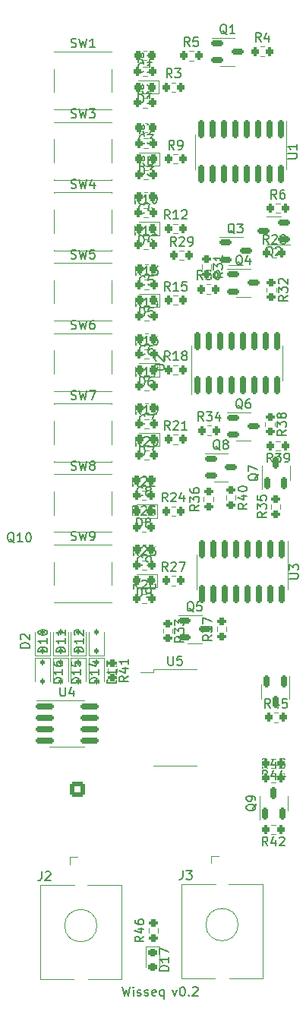
<source format=gbr>
%TF.GenerationSoftware,KiCad,Pcbnew,(7.0.0)*%
%TF.CreationDate,2023-03-14T07:08:31-07:00*%
%TF.ProjectId,wisseq,77697373-6571-42e6-9b69-6361645f7063,rev?*%
%TF.SameCoordinates,Original*%
%TF.FileFunction,Legend,Top*%
%TF.FilePolarity,Positive*%
%FSLAX46Y46*%
G04 Gerber Fmt 4.6, Leading zero omitted, Abs format (unit mm)*
G04 Created by KiCad (PCBNEW (7.0.0)) date 2023-03-14 07:08:31*
%MOMM*%
%LPD*%
G01*
G04 APERTURE LIST*
G04 Aperture macros list*
%AMRoundRect*
0 Rectangle with rounded corners*
0 $1 Rounding radius*
0 $2 $3 $4 $5 $6 $7 $8 $9 X,Y pos of 4 corners*
0 Add a 4 corners polygon primitive as box body*
4,1,4,$2,$3,$4,$5,$6,$7,$8,$9,$2,$3,0*
0 Add four circle primitives for the rounded corners*
1,1,$1+$1,$2,$3*
1,1,$1+$1,$4,$5*
1,1,$1+$1,$6,$7*
1,1,$1+$1,$8,$9*
0 Add four rect primitives between the rounded corners*
20,1,$1+$1,$2,$3,$4,$5,0*
20,1,$1+$1,$4,$5,$6,$7,0*
20,1,$1+$1,$6,$7,$8,$9,0*
20,1,$1+$1,$8,$9,$2,$3,0*%
G04 Aperture macros list end*
%ADD10C,0.150000*%
%ADD11C,0.120000*%
%ADD12RoundRect,0.250000X-0.600000X0.600000X-0.600000X-0.600000X0.600000X-0.600000X0.600000X0.600000X0*%
%ADD13C,1.700000*%
%ADD14R,1.300000X0.800000*%
%ADD15RoundRect,0.150000X-0.825000X-0.150000X0.825000X-0.150000X0.825000X0.150000X-0.825000X0.150000X0*%
%ADD16RoundRect,0.150000X-0.150000X0.825000X-0.150000X-0.825000X0.150000X-0.825000X0.150000X0.825000X0*%
%ADD17RoundRect,0.150000X0.150000X-0.825000X0.150000X0.825000X-0.150000X0.825000X-0.150000X-0.825000X0*%
%ADD18R,1.550000X1.300000*%
%ADD19RoundRect,0.200000X0.275000X-0.200000X0.275000X0.200000X-0.275000X0.200000X-0.275000X-0.200000X0*%
%ADD20RoundRect,0.200000X-0.200000X-0.275000X0.200000X-0.275000X0.200000X0.275000X-0.200000X0.275000X0*%
%ADD21RoundRect,0.200000X0.200000X0.275000X-0.200000X0.275000X-0.200000X-0.275000X0.200000X-0.275000X0*%
%ADD22RoundRect,0.200000X-0.275000X0.200000X-0.275000X-0.200000X0.275000X-0.200000X0.275000X0.200000X0*%
%ADD23RoundRect,0.150000X-0.150000X0.512500X-0.150000X-0.512500X0.150000X-0.512500X0.150000X0.512500X0*%
%ADD24RoundRect,0.150000X0.150000X-0.512500X0.150000X0.512500X-0.150000X0.512500X-0.150000X-0.512500X0*%
%ADD25RoundRect,0.150000X-0.512500X-0.150000X0.512500X-0.150000X0.512500X0.150000X-0.512500X0.150000X0*%
%ADD26RoundRect,0.150000X0.512500X0.150000X-0.512500X0.150000X-0.512500X-0.150000X0.512500X-0.150000X0*%
%ADD27R,1.930000X1.830000*%
%ADD28C,2.130000*%
%ADD29RoundRect,0.218750X-0.256250X0.218750X-0.256250X-0.218750X0.256250X-0.218750X0.256250X0.218750X0*%
%ADD30RoundRect,0.112500X-0.112500X0.187500X-0.112500X-0.187500X0.112500X-0.187500X0.112500X0.187500X0*%
%ADD31RoundRect,0.112500X0.112500X-0.187500X0.112500X0.187500X-0.112500X0.187500X-0.112500X-0.187500X0*%
%ADD32RoundRect,0.218750X0.218750X0.256250X-0.218750X0.256250X-0.218750X-0.256250X0.218750X-0.256250X0*%
%ADD33RoundRect,0.225000X0.225000X0.250000X-0.225000X0.250000X-0.225000X-0.250000X0.225000X-0.250000X0*%
G04 APERTURE END LIST*
D10*
X31142857Y-136282380D02*
X31380952Y-137282380D01*
X31380952Y-137282380D02*
X31571428Y-136568095D01*
X31571428Y-136568095D02*
X31761904Y-137282380D01*
X31761904Y-137282380D02*
X32000000Y-136282380D01*
X32380952Y-137282380D02*
X32380952Y-136615714D01*
X32380952Y-136282380D02*
X32333333Y-136330000D01*
X32333333Y-136330000D02*
X32380952Y-136377619D01*
X32380952Y-136377619D02*
X32428571Y-136330000D01*
X32428571Y-136330000D02*
X32380952Y-136282380D01*
X32380952Y-136282380D02*
X32380952Y-136377619D01*
X32809523Y-137234761D02*
X32904761Y-137282380D01*
X32904761Y-137282380D02*
X33095237Y-137282380D01*
X33095237Y-137282380D02*
X33190475Y-137234761D01*
X33190475Y-137234761D02*
X33238094Y-137139523D01*
X33238094Y-137139523D02*
X33238094Y-137091904D01*
X33238094Y-137091904D02*
X33190475Y-136996666D01*
X33190475Y-136996666D02*
X33095237Y-136949047D01*
X33095237Y-136949047D02*
X32952380Y-136949047D01*
X32952380Y-136949047D02*
X32857142Y-136901428D01*
X32857142Y-136901428D02*
X32809523Y-136806190D01*
X32809523Y-136806190D02*
X32809523Y-136758571D01*
X32809523Y-136758571D02*
X32857142Y-136663333D01*
X32857142Y-136663333D02*
X32952380Y-136615714D01*
X32952380Y-136615714D02*
X33095237Y-136615714D01*
X33095237Y-136615714D02*
X33190475Y-136663333D01*
X33619047Y-137234761D02*
X33714285Y-137282380D01*
X33714285Y-137282380D02*
X33904761Y-137282380D01*
X33904761Y-137282380D02*
X33999999Y-137234761D01*
X33999999Y-137234761D02*
X34047618Y-137139523D01*
X34047618Y-137139523D02*
X34047618Y-137091904D01*
X34047618Y-137091904D02*
X33999999Y-136996666D01*
X33999999Y-136996666D02*
X33904761Y-136949047D01*
X33904761Y-136949047D02*
X33761904Y-136949047D01*
X33761904Y-136949047D02*
X33666666Y-136901428D01*
X33666666Y-136901428D02*
X33619047Y-136806190D01*
X33619047Y-136806190D02*
X33619047Y-136758571D01*
X33619047Y-136758571D02*
X33666666Y-136663333D01*
X33666666Y-136663333D02*
X33761904Y-136615714D01*
X33761904Y-136615714D02*
X33904761Y-136615714D01*
X33904761Y-136615714D02*
X33999999Y-136663333D01*
X34857142Y-137234761D02*
X34761904Y-137282380D01*
X34761904Y-137282380D02*
X34571428Y-137282380D01*
X34571428Y-137282380D02*
X34476190Y-137234761D01*
X34476190Y-137234761D02*
X34428571Y-137139523D01*
X34428571Y-137139523D02*
X34428571Y-136758571D01*
X34428571Y-136758571D02*
X34476190Y-136663333D01*
X34476190Y-136663333D02*
X34571428Y-136615714D01*
X34571428Y-136615714D02*
X34761904Y-136615714D01*
X34761904Y-136615714D02*
X34857142Y-136663333D01*
X34857142Y-136663333D02*
X34904761Y-136758571D01*
X34904761Y-136758571D02*
X34904761Y-136853809D01*
X34904761Y-136853809D02*
X34428571Y-136949047D01*
X35761904Y-136615714D02*
X35761904Y-137615714D01*
X35761904Y-137234761D02*
X35666666Y-137282380D01*
X35666666Y-137282380D02*
X35476190Y-137282380D01*
X35476190Y-137282380D02*
X35380952Y-137234761D01*
X35380952Y-137234761D02*
X35333333Y-137187142D01*
X35333333Y-137187142D02*
X35285714Y-137091904D01*
X35285714Y-137091904D02*
X35285714Y-136806190D01*
X35285714Y-136806190D02*
X35333333Y-136710952D01*
X35333333Y-136710952D02*
X35380952Y-136663333D01*
X35380952Y-136663333D02*
X35476190Y-136615714D01*
X35476190Y-136615714D02*
X35666666Y-136615714D01*
X35666666Y-136615714D02*
X35761904Y-136663333D01*
X36742857Y-136615714D02*
X36980952Y-137282380D01*
X36980952Y-137282380D02*
X37219047Y-136615714D01*
X37790476Y-136282380D02*
X37885714Y-136282380D01*
X37885714Y-136282380D02*
X37980952Y-136330000D01*
X37980952Y-136330000D02*
X38028571Y-136377619D01*
X38028571Y-136377619D02*
X38076190Y-136472857D01*
X38076190Y-136472857D02*
X38123809Y-136663333D01*
X38123809Y-136663333D02*
X38123809Y-136901428D01*
X38123809Y-136901428D02*
X38076190Y-137091904D01*
X38076190Y-137091904D02*
X38028571Y-137187142D01*
X38028571Y-137187142D02*
X37980952Y-137234761D01*
X37980952Y-137234761D02*
X37885714Y-137282380D01*
X37885714Y-137282380D02*
X37790476Y-137282380D01*
X37790476Y-137282380D02*
X37695238Y-137234761D01*
X37695238Y-137234761D02*
X37647619Y-137187142D01*
X37647619Y-137187142D02*
X37600000Y-137091904D01*
X37600000Y-137091904D02*
X37552381Y-136901428D01*
X37552381Y-136901428D02*
X37552381Y-136663333D01*
X37552381Y-136663333D02*
X37600000Y-136472857D01*
X37600000Y-136472857D02*
X37647619Y-136377619D01*
X37647619Y-136377619D02*
X37695238Y-136330000D01*
X37695238Y-136330000D02*
X37790476Y-136282380D01*
X38552381Y-137187142D02*
X38600000Y-137234761D01*
X38600000Y-137234761D02*
X38552381Y-137282380D01*
X38552381Y-137282380D02*
X38504762Y-137234761D01*
X38504762Y-137234761D02*
X38552381Y-137187142D01*
X38552381Y-137187142D02*
X38552381Y-137282380D01*
X38980952Y-136377619D02*
X39028571Y-136330000D01*
X39028571Y-136330000D02*
X39123809Y-136282380D01*
X39123809Y-136282380D02*
X39361904Y-136282380D01*
X39361904Y-136282380D02*
X39457142Y-136330000D01*
X39457142Y-136330000D02*
X39504761Y-136377619D01*
X39504761Y-136377619D02*
X39552380Y-136472857D01*
X39552380Y-136472857D02*
X39552380Y-136568095D01*
X39552380Y-136568095D02*
X39504761Y-136710952D01*
X39504761Y-136710952D02*
X38933333Y-137282380D01*
X38933333Y-137282380D02*
X39552380Y-137282380D01*
%TO.C,U5*%
X36238095Y-99417380D02*
X36238095Y-100226904D01*
X36238095Y-100226904D02*
X36285714Y-100322142D01*
X36285714Y-100322142D02*
X36333333Y-100369761D01*
X36333333Y-100369761D02*
X36428571Y-100417380D01*
X36428571Y-100417380D02*
X36619047Y-100417380D01*
X36619047Y-100417380D02*
X36714285Y-100369761D01*
X36714285Y-100369761D02*
X36761904Y-100322142D01*
X36761904Y-100322142D02*
X36809523Y-100226904D01*
X36809523Y-100226904D02*
X36809523Y-99417380D01*
X37761904Y-99417380D02*
X37285714Y-99417380D01*
X37285714Y-99417380D02*
X37238095Y-99893571D01*
X37238095Y-99893571D02*
X37285714Y-99845952D01*
X37285714Y-99845952D02*
X37380952Y-99798333D01*
X37380952Y-99798333D02*
X37619047Y-99798333D01*
X37619047Y-99798333D02*
X37714285Y-99845952D01*
X37714285Y-99845952D02*
X37761904Y-99893571D01*
X37761904Y-99893571D02*
X37809523Y-99988809D01*
X37809523Y-99988809D02*
X37809523Y-100226904D01*
X37809523Y-100226904D02*
X37761904Y-100322142D01*
X37761904Y-100322142D02*
X37714285Y-100369761D01*
X37714285Y-100369761D02*
X37619047Y-100417380D01*
X37619047Y-100417380D02*
X37380952Y-100417380D01*
X37380952Y-100417380D02*
X37285714Y-100369761D01*
X37285714Y-100369761D02*
X37238095Y-100322142D01*
%TO.C,U4*%
X24213095Y-102872380D02*
X24213095Y-103681904D01*
X24213095Y-103681904D02*
X24260714Y-103777142D01*
X24260714Y-103777142D02*
X24308333Y-103824761D01*
X24308333Y-103824761D02*
X24403571Y-103872380D01*
X24403571Y-103872380D02*
X24594047Y-103872380D01*
X24594047Y-103872380D02*
X24689285Y-103824761D01*
X24689285Y-103824761D02*
X24736904Y-103777142D01*
X24736904Y-103777142D02*
X24784523Y-103681904D01*
X24784523Y-103681904D02*
X24784523Y-102872380D01*
X25689285Y-103205714D02*
X25689285Y-103872380D01*
X25451190Y-102824761D02*
X25213095Y-103539047D01*
X25213095Y-103539047D02*
X25832142Y-103539047D01*
%TO.C,U3*%
X49767380Y-90761904D02*
X50576904Y-90761904D01*
X50576904Y-90761904D02*
X50672142Y-90714285D01*
X50672142Y-90714285D02*
X50719761Y-90666666D01*
X50719761Y-90666666D02*
X50767380Y-90571428D01*
X50767380Y-90571428D02*
X50767380Y-90380952D01*
X50767380Y-90380952D02*
X50719761Y-90285714D01*
X50719761Y-90285714D02*
X50672142Y-90238095D01*
X50672142Y-90238095D02*
X50576904Y-90190476D01*
X50576904Y-90190476D02*
X49767380Y-90190476D01*
X49767380Y-89809523D02*
X49767380Y-89190476D01*
X49767380Y-89190476D02*
X50148333Y-89523809D01*
X50148333Y-89523809D02*
X50148333Y-89380952D01*
X50148333Y-89380952D02*
X50195952Y-89285714D01*
X50195952Y-89285714D02*
X50243571Y-89238095D01*
X50243571Y-89238095D02*
X50338809Y-89190476D01*
X50338809Y-89190476D02*
X50576904Y-89190476D01*
X50576904Y-89190476D02*
X50672142Y-89238095D01*
X50672142Y-89238095D02*
X50719761Y-89285714D01*
X50719761Y-89285714D02*
X50767380Y-89380952D01*
X50767380Y-89380952D02*
X50767380Y-89666666D01*
X50767380Y-89666666D02*
X50719761Y-89761904D01*
X50719761Y-89761904D02*
X50672142Y-89809523D01*
%TO.C,U2*%
X34799880Y-67511904D02*
X35609404Y-67511904D01*
X35609404Y-67511904D02*
X35704642Y-67464285D01*
X35704642Y-67464285D02*
X35752261Y-67416666D01*
X35752261Y-67416666D02*
X35799880Y-67321428D01*
X35799880Y-67321428D02*
X35799880Y-67130952D01*
X35799880Y-67130952D02*
X35752261Y-67035714D01*
X35752261Y-67035714D02*
X35704642Y-66988095D01*
X35704642Y-66988095D02*
X35609404Y-66940476D01*
X35609404Y-66940476D02*
X34799880Y-66940476D01*
X34895119Y-66511904D02*
X34847500Y-66464285D01*
X34847500Y-66464285D02*
X34799880Y-66369047D01*
X34799880Y-66369047D02*
X34799880Y-66130952D01*
X34799880Y-66130952D02*
X34847500Y-66035714D01*
X34847500Y-66035714D02*
X34895119Y-65988095D01*
X34895119Y-65988095D02*
X34990357Y-65940476D01*
X34990357Y-65940476D02*
X35085595Y-65940476D01*
X35085595Y-65940476D02*
X35228452Y-65988095D01*
X35228452Y-65988095D02*
X35799880Y-66559523D01*
X35799880Y-66559523D02*
X35799880Y-65940476D01*
%TO.C,U1*%
X49612380Y-43936904D02*
X50421904Y-43936904D01*
X50421904Y-43936904D02*
X50517142Y-43889285D01*
X50517142Y-43889285D02*
X50564761Y-43841666D01*
X50564761Y-43841666D02*
X50612380Y-43746428D01*
X50612380Y-43746428D02*
X50612380Y-43555952D01*
X50612380Y-43555952D02*
X50564761Y-43460714D01*
X50564761Y-43460714D02*
X50517142Y-43413095D01*
X50517142Y-43413095D02*
X50421904Y-43365476D01*
X50421904Y-43365476D02*
X49612380Y-43365476D01*
X50612380Y-42365476D02*
X50612380Y-42936904D01*
X50612380Y-42651190D02*
X49612380Y-42651190D01*
X49612380Y-42651190D02*
X49755238Y-42746428D01*
X49755238Y-42746428D02*
X49850476Y-42841666D01*
X49850476Y-42841666D02*
X49898095Y-42936904D01*
%TO.C,SW9*%
X25416667Y-86469761D02*
X25559524Y-86517380D01*
X25559524Y-86517380D02*
X25797619Y-86517380D01*
X25797619Y-86517380D02*
X25892857Y-86469761D01*
X25892857Y-86469761D02*
X25940476Y-86422142D01*
X25940476Y-86422142D02*
X25988095Y-86326904D01*
X25988095Y-86326904D02*
X25988095Y-86231666D01*
X25988095Y-86231666D02*
X25940476Y-86136428D01*
X25940476Y-86136428D02*
X25892857Y-86088809D01*
X25892857Y-86088809D02*
X25797619Y-86041190D01*
X25797619Y-86041190D02*
X25607143Y-85993571D01*
X25607143Y-85993571D02*
X25511905Y-85945952D01*
X25511905Y-85945952D02*
X25464286Y-85898333D01*
X25464286Y-85898333D02*
X25416667Y-85803095D01*
X25416667Y-85803095D02*
X25416667Y-85707857D01*
X25416667Y-85707857D02*
X25464286Y-85612619D01*
X25464286Y-85612619D02*
X25511905Y-85565000D01*
X25511905Y-85565000D02*
X25607143Y-85517380D01*
X25607143Y-85517380D02*
X25845238Y-85517380D01*
X25845238Y-85517380D02*
X25988095Y-85565000D01*
X26321429Y-85517380D02*
X26559524Y-86517380D01*
X26559524Y-86517380D02*
X26750000Y-85803095D01*
X26750000Y-85803095D02*
X26940476Y-86517380D01*
X26940476Y-86517380D02*
X27178572Y-85517380D01*
X27607143Y-86517380D02*
X27797619Y-86517380D01*
X27797619Y-86517380D02*
X27892857Y-86469761D01*
X27892857Y-86469761D02*
X27940476Y-86422142D01*
X27940476Y-86422142D02*
X28035714Y-86279285D01*
X28035714Y-86279285D02*
X28083333Y-86088809D01*
X28083333Y-86088809D02*
X28083333Y-85707857D01*
X28083333Y-85707857D02*
X28035714Y-85612619D01*
X28035714Y-85612619D02*
X27988095Y-85565000D01*
X27988095Y-85565000D02*
X27892857Y-85517380D01*
X27892857Y-85517380D02*
X27702381Y-85517380D01*
X27702381Y-85517380D02*
X27607143Y-85565000D01*
X27607143Y-85565000D02*
X27559524Y-85612619D01*
X27559524Y-85612619D02*
X27511905Y-85707857D01*
X27511905Y-85707857D02*
X27511905Y-85945952D01*
X27511905Y-85945952D02*
X27559524Y-86041190D01*
X27559524Y-86041190D02*
X27607143Y-86088809D01*
X27607143Y-86088809D02*
X27702381Y-86136428D01*
X27702381Y-86136428D02*
X27892857Y-86136428D01*
X27892857Y-86136428D02*
X27988095Y-86088809D01*
X27988095Y-86088809D02*
X28035714Y-86041190D01*
X28035714Y-86041190D02*
X28083333Y-85945952D01*
%TO.C,SW8*%
X25416667Y-78619761D02*
X25559524Y-78667380D01*
X25559524Y-78667380D02*
X25797619Y-78667380D01*
X25797619Y-78667380D02*
X25892857Y-78619761D01*
X25892857Y-78619761D02*
X25940476Y-78572142D01*
X25940476Y-78572142D02*
X25988095Y-78476904D01*
X25988095Y-78476904D02*
X25988095Y-78381666D01*
X25988095Y-78381666D02*
X25940476Y-78286428D01*
X25940476Y-78286428D02*
X25892857Y-78238809D01*
X25892857Y-78238809D02*
X25797619Y-78191190D01*
X25797619Y-78191190D02*
X25607143Y-78143571D01*
X25607143Y-78143571D02*
X25511905Y-78095952D01*
X25511905Y-78095952D02*
X25464286Y-78048333D01*
X25464286Y-78048333D02*
X25416667Y-77953095D01*
X25416667Y-77953095D02*
X25416667Y-77857857D01*
X25416667Y-77857857D02*
X25464286Y-77762619D01*
X25464286Y-77762619D02*
X25511905Y-77715000D01*
X25511905Y-77715000D02*
X25607143Y-77667380D01*
X25607143Y-77667380D02*
X25845238Y-77667380D01*
X25845238Y-77667380D02*
X25988095Y-77715000D01*
X26321429Y-77667380D02*
X26559524Y-78667380D01*
X26559524Y-78667380D02*
X26750000Y-77953095D01*
X26750000Y-77953095D02*
X26940476Y-78667380D01*
X26940476Y-78667380D02*
X27178572Y-77667380D01*
X27702381Y-78095952D02*
X27607143Y-78048333D01*
X27607143Y-78048333D02*
X27559524Y-78000714D01*
X27559524Y-78000714D02*
X27511905Y-77905476D01*
X27511905Y-77905476D02*
X27511905Y-77857857D01*
X27511905Y-77857857D02*
X27559524Y-77762619D01*
X27559524Y-77762619D02*
X27607143Y-77715000D01*
X27607143Y-77715000D02*
X27702381Y-77667380D01*
X27702381Y-77667380D02*
X27892857Y-77667380D01*
X27892857Y-77667380D02*
X27988095Y-77715000D01*
X27988095Y-77715000D02*
X28035714Y-77762619D01*
X28035714Y-77762619D02*
X28083333Y-77857857D01*
X28083333Y-77857857D02*
X28083333Y-77905476D01*
X28083333Y-77905476D02*
X28035714Y-78000714D01*
X28035714Y-78000714D02*
X27988095Y-78048333D01*
X27988095Y-78048333D02*
X27892857Y-78095952D01*
X27892857Y-78095952D02*
X27702381Y-78095952D01*
X27702381Y-78095952D02*
X27607143Y-78143571D01*
X27607143Y-78143571D02*
X27559524Y-78191190D01*
X27559524Y-78191190D02*
X27511905Y-78286428D01*
X27511905Y-78286428D02*
X27511905Y-78476904D01*
X27511905Y-78476904D02*
X27559524Y-78572142D01*
X27559524Y-78572142D02*
X27607143Y-78619761D01*
X27607143Y-78619761D02*
X27702381Y-78667380D01*
X27702381Y-78667380D02*
X27892857Y-78667380D01*
X27892857Y-78667380D02*
X27988095Y-78619761D01*
X27988095Y-78619761D02*
X28035714Y-78572142D01*
X28035714Y-78572142D02*
X28083333Y-78476904D01*
X28083333Y-78476904D02*
X28083333Y-78286428D01*
X28083333Y-78286428D02*
X28035714Y-78191190D01*
X28035714Y-78191190D02*
X27988095Y-78143571D01*
X27988095Y-78143571D02*
X27892857Y-78095952D01*
%TO.C,SW7*%
X25416667Y-70769761D02*
X25559524Y-70817380D01*
X25559524Y-70817380D02*
X25797619Y-70817380D01*
X25797619Y-70817380D02*
X25892857Y-70769761D01*
X25892857Y-70769761D02*
X25940476Y-70722142D01*
X25940476Y-70722142D02*
X25988095Y-70626904D01*
X25988095Y-70626904D02*
X25988095Y-70531666D01*
X25988095Y-70531666D02*
X25940476Y-70436428D01*
X25940476Y-70436428D02*
X25892857Y-70388809D01*
X25892857Y-70388809D02*
X25797619Y-70341190D01*
X25797619Y-70341190D02*
X25607143Y-70293571D01*
X25607143Y-70293571D02*
X25511905Y-70245952D01*
X25511905Y-70245952D02*
X25464286Y-70198333D01*
X25464286Y-70198333D02*
X25416667Y-70103095D01*
X25416667Y-70103095D02*
X25416667Y-70007857D01*
X25416667Y-70007857D02*
X25464286Y-69912619D01*
X25464286Y-69912619D02*
X25511905Y-69865000D01*
X25511905Y-69865000D02*
X25607143Y-69817380D01*
X25607143Y-69817380D02*
X25845238Y-69817380D01*
X25845238Y-69817380D02*
X25988095Y-69865000D01*
X26321429Y-69817380D02*
X26559524Y-70817380D01*
X26559524Y-70817380D02*
X26750000Y-70103095D01*
X26750000Y-70103095D02*
X26940476Y-70817380D01*
X26940476Y-70817380D02*
X27178572Y-69817380D01*
X27464286Y-69817380D02*
X28130952Y-69817380D01*
X28130952Y-69817380D02*
X27702381Y-70817380D01*
%TO.C,SW6*%
X25416667Y-62919761D02*
X25559524Y-62967380D01*
X25559524Y-62967380D02*
X25797619Y-62967380D01*
X25797619Y-62967380D02*
X25892857Y-62919761D01*
X25892857Y-62919761D02*
X25940476Y-62872142D01*
X25940476Y-62872142D02*
X25988095Y-62776904D01*
X25988095Y-62776904D02*
X25988095Y-62681666D01*
X25988095Y-62681666D02*
X25940476Y-62586428D01*
X25940476Y-62586428D02*
X25892857Y-62538809D01*
X25892857Y-62538809D02*
X25797619Y-62491190D01*
X25797619Y-62491190D02*
X25607143Y-62443571D01*
X25607143Y-62443571D02*
X25511905Y-62395952D01*
X25511905Y-62395952D02*
X25464286Y-62348333D01*
X25464286Y-62348333D02*
X25416667Y-62253095D01*
X25416667Y-62253095D02*
X25416667Y-62157857D01*
X25416667Y-62157857D02*
X25464286Y-62062619D01*
X25464286Y-62062619D02*
X25511905Y-62015000D01*
X25511905Y-62015000D02*
X25607143Y-61967380D01*
X25607143Y-61967380D02*
X25845238Y-61967380D01*
X25845238Y-61967380D02*
X25988095Y-62015000D01*
X26321429Y-61967380D02*
X26559524Y-62967380D01*
X26559524Y-62967380D02*
X26750000Y-62253095D01*
X26750000Y-62253095D02*
X26940476Y-62967380D01*
X26940476Y-62967380D02*
X27178572Y-61967380D01*
X27988095Y-61967380D02*
X27797619Y-61967380D01*
X27797619Y-61967380D02*
X27702381Y-62015000D01*
X27702381Y-62015000D02*
X27654762Y-62062619D01*
X27654762Y-62062619D02*
X27559524Y-62205476D01*
X27559524Y-62205476D02*
X27511905Y-62395952D01*
X27511905Y-62395952D02*
X27511905Y-62776904D01*
X27511905Y-62776904D02*
X27559524Y-62872142D01*
X27559524Y-62872142D02*
X27607143Y-62919761D01*
X27607143Y-62919761D02*
X27702381Y-62967380D01*
X27702381Y-62967380D02*
X27892857Y-62967380D01*
X27892857Y-62967380D02*
X27988095Y-62919761D01*
X27988095Y-62919761D02*
X28035714Y-62872142D01*
X28035714Y-62872142D02*
X28083333Y-62776904D01*
X28083333Y-62776904D02*
X28083333Y-62538809D01*
X28083333Y-62538809D02*
X28035714Y-62443571D01*
X28035714Y-62443571D02*
X27988095Y-62395952D01*
X27988095Y-62395952D02*
X27892857Y-62348333D01*
X27892857Y-62348333D02*
X27702381Y-62348333D01*
X27702381Y-62348333D02*
X27607143Y-62395952D01*
X27607143Y-62395952D02*
X27559524Y-62443571D01*
X27559524Y-62443571D02*
X27511905Y-62538809D01*
%TO.C,SW5*%
X25416667Y-55069761D02*
X25559524Y-55117380D01*
X25559524Y-55117380D02*
X25797619Y-55117380D01*
X25797619Y-55117380D02*
X25892857Y-55069761D01*
X25892857Y-55069761D02*
X25940476Y-55022142D01*
X25940476Y-55022142D02*
X25988095Y-54926904D01*
X25988095Y-54926904D02*
X25988095Y-54831666D01*
X25988095Y-54831666D02*
X25940476Y-54736428D01*
X25940476Y-54736428D02*
X25892857Y-54688809D01*
X25892857Y-54688809D02*
X25797619Y-54641190D01*
X25797619Y-54641190D02*
X25607143Y-54593571D01*
X25607143Y-54593571D02*
X25511905Y-54545952D01*
X25511905Y-54545952D02*
X25464286Y-54498333D01*
X25464286Y-54498333D02*
X25416667Y-54403095D01*
X25416667Y-54403095D02*
X25416667Y-54307857D01*
X25416667Y-54307857D02*
X25464286Y-54212619D01*
X25464286Y-54212619D02*
X25511905Y-54165000D01*
X25511905Y-54165000D02*
X25607143Y-54117380D01*
X25607143Y-54117380D02*
X25845238Y-54117380D01*
X25845238Y-54117380D02*
X25988095Y-54165000D01*
X26321429Y-54117380D02*
X26559524Y-55117380D01*
X26559524Y-55117380D02*
X26750000Y-54403095D01*
X26750000Y-54403095D02*
X26940476Y-55117380D01*
X26940476Y-55117380D02*
X27178572Y-54117380D01*
X28035714Y-54117380D02*
X27559524Y-54117380D01*
X27559524Y-54117380D02*
X27511905Y-54593571D01*
X27511905Y-54593571D02*
X27559524Y-54545952D01*
X27559524Y-54545952D02*
X27654762Y-54498333D01*
X27654762Y-54498333D02*
X27892857Y-54498333D01*
X27892857Y-54498333D02*
X27988095Y-54545952D01*
X27988095Y-54545952D02*
X28035714Y-54593571D01*
X28035714Y-54593571D02*
X28083333Y-54688809D01*
X28083333Y-54688809D02*
X28083333Y-54926904D01*
X28083333Y-54926904D02*
X28035714Y-55022142D01*
X28035714Y-55022142D02*
X27988095Y-55069761D01*
X27988095Y-55069761D02*
X27892857Y-55117380D01*
X27892857Y-55117380D02*
X27654762Y-55117380D01*
X27654762Y-55117380D02*
X27559524Y-55069761D01*
X27559524Y-55069761D02*
X27511905Y-55022142D01*
%TO.C,SW4*%
X25416667Y-47219761D02*
X25559524Y-47267380D01*
X25559524Y-47267380D02*
X25797619Y-47267380D01*
X25797619Y-47267380D02*
X25892857Y-47219761D01*
X25892857Y-47219761D02*
X25940476Y-47172142D01*
X25940476Y-47172142D02*
X25988095Y-47076904D01*
X25988095Y-47076904D02*
X25988095Y-46981666D01*
X25988095Y-46981666D02*
X25940476Y-46886428D01*
X25940476Y-46886428D02*
X25892857Y-46838809D01*
X25892857Y-46838809D02*
X25797619Y-46791190D01*
X25797619Y-46791190D02*
X25607143Y-46743571D01*
X25607143Y-46743571D02*
X25511905Y-46695952D01*
X25511905Y-46695952D02*
X25464286Y-46648333D01*
X25464286Y-46648333D02*
X25416667Y-46553095D01*
X25416667Y-46553095D02*
X25416667Y-46457857D01*
X25416667Y-46457857D02*
X25464286Y-46362619D01*
X25464286Y-46362619D02*
X25511905Y-46315000D01*
X25511905Y-46315000D02*
X25607143Y-46267380D01*
X25607143Y-46267380D02*
X25845238Y-46267380D01*
X25845238Y-46267380D02*
X25988095Y-46315000D01*
X26321429Y-46267380D02*
X26559524Y-47267380D01*
X26559524Y-47267380D02*
X26750000Y-46553095D01*
X26750000Y-46553095D02*
X26940476Y-47267380D01*
X26940476Y-47267380D02*
X27178572Y-46267380D01*
X27988095Y-46600714D02*
X27988095Y-47267380D01*
X27750000Y-46219761D02*
X27511905Y-46934047D01*
X27511905Y-46934047D02*
X28130952Y-46934047D01*
%TO.C,SW3*%
X25416667Y-39369761D02*
X25559524Y-39417380D01*
X25559524Y-39417380D02*
X25797619Y-39417380D01*
X25797619Y-39417380D02*
X25892857Y-39369761D01*
X25892857Y-39369761D02*
X25940476Y-39322142D01*
X25940476Y-39322142D02*
X25988095Y-39226904D01*
X25988095Y-39226904D02*
X25988095Y-39131666D01*
X25988095Y-39131666D02*
X25940476Y-39036428D01*
X25940476Y-39036428D02*
X25892857Y-38988809D01*
X25892857Y-38988809D02*
X25797619Y-38941190D01*
X25797619Y-38941190D02*
X25607143Y-38893571D01*
X25607143Y-38893571D02*
X25511905Y-38845952D01*
X25511905Y-38845952D02*
X25464286Y-38798333D01*
X25464286Y-38798333D02*
X25416667Y-38703095D01*
X25416667Y-38703095D02*
X25416667Y-38607857D01*
X25416667Y-38607857D02*
X25464286Y-38512619D01*
X25464286Y-38512619D02*
X25511905Y-38465000D01*
X25511905Y-38465000D02*
X25607143Y-38417380D01*
X25607143Y-38417380D02*
X25845238Y-38417380D01*
X25845238Y-38417380D02*
X25988095Y-38465000D01*
X26321429Y-38417380D02*
X26559524Y-39417380D01*
X26559524Y-39417380D02*
X26750000Y-38703095D01*
X26750000Y-38703095D02*
X26940476Y-39417380D01*
X26940476Y-39417380D02*
X27178572Y-38417380D01*
X27464286Y-38417380D02*
X28083333Y-38417380D01*
X28083333Y-38417380D02*
X27750000Y-38798333D01*
X27750000Y-38798333D02*
X27892857Y-38798333D01*
X27892857Y-38798333D02*
X27988095Y-38845952D01*
X27988095Y-38845952D02*
X28035714Y-38893571D01*
X28035714Y-38893571D02*
X28083333Y-38988809D01*
X28083333Y-38988809D02*
X28083333Y-39226904D01*
X28083333Y-39226904D02*
X28035714Y-39322142D01*
X28035714Y-39322142D02*
X27988095Y-39369761D01*
X27988095Y-39369761D02*
X27892857Y-39417380D01*
X27892857Y-39417380D02*
X27607143Y-39417380D01*
X27607143Y-39417380D02*
X27511905Y-39369761D01*
X27511905Y-39369761D02*
X27464286Y-39322142D01*
%TO.C,SW1*%
X25416667Y-31519761D02*
X25559524Y-31567380D01*
X25559524Y-31567380D02*
X25797619Y-31567380D01*
X25797619Y-31567380D02*
X25892857Y-31519761D01*
X25892857Y-31519761D02*
X25940476Y-31472142D01*
X25940476Y-31472142D02*
X25988095Y-31376904D01*
X25988095Y-31376904D02*
X25988095Y-31281666D01*
X25988095Y-31281666D02*
X25940476Y-31186428D01*
X25940476Y-31186428D02*
X25892857Y-31138809D01*
X25892857Y-31138809D02*
X25797619Y-31091190D01*
X25797619Y-31091190D02*
X25607143Y-31043571D01*
X25607143Y-31043571D02*
X25511905Y-30995952D01*
X25511905Y-30995952D02*
X25464286Y-30948333D01*
X25464286Y-30948333D02*
X25416667Y-30853095D01*
X25416667Y-30853095D02*
X25416667Y-30757857D01*
X25416667Y-30757857D02*
X25464286Y-30662619D01*
X25464286Y-30662619D02*
X25511905Y-30615000D01*
X25511905Y-30615000D02*
X25607143Y-30567380D01*
X25607143Y-30567380D02*
X25845238Y-30567380D01*
X25845238Y-30567380D02*
X25988095Y-30615000D01*
X26321429Y-30567380D02*
X26559524Y-31567380D01*
X26559524Y-31567380D02*
X26750000Y-30853095D01*
X26750000Y-30853095D02*
X26940476Y-31567380D01*
X26940476Y-31567380D02*
X27178572Y-30567380D01*
X28083333Y-31567380D02*
X27511905Y-31567380D01*
X27797619Y-31567380D02*
X27797619Y-30567380D01*
X27797619Y-30567380D02*
X27702381Y-30710238D01*
X27702381Y-30710238D02*
X27607143Y-30805476D01*
X27607143Y-30805476D02*
X27511905Y-30853095D01*
%TO.C,R46*%
X33537380Y-130642857D02*
X33061190Y-130976190D01*
X33537380Y-131214285D02*
X32537380Y-131214285D01*
X32537380Y-131214285D02*
X32537380Y-130833333D01*
X32537380Y-130833333D02*
X32585000Y-130738095D01*
X32585000Y-130738095D02*
X32632619Y-130690476D01*
X32632619Y-130690476D02*
X32727857Y-130642857D01*
X32727857Y-130642857D02*
X32870714Y-130642857D01*
X32870714Y-130642857D02*
X32965952Y-130690476D01*
X32965952Y-130690476D02*
X33013571Y-130738095D01*
X33013571Y-130738095D02*
X33061190Y-130833333D01*
X33061190Y-130833333D02*
X33061190Y-131214285D01*
X32870714Y-129785714D02*
X33537380Y-129785714D01*
X32489761Y-130023809D02*
X33204047Y-130261904D01*
X33204047Y-130261904D02*
X33204047Y-129642857D01*
X32537380Y-128833333D02*
X32537380Y-129023809D01*
X32537380Y-129023809D02*
X32585000Y-129119047D01*
X32585000Y-129119047D02*
X32632619Y-129166666D01*
X32632619Y-129166666D02*
X32775476Y-129261904D01*
X32775476Y-129261904D02*
X32965952Y-129309523D01*
X32965952Y-129309523D02*
X33346904Y-129309523D01*
X33346904Y-129309523D02*
X33442142Y-129261904D01*
X33442142Y-129261904D02*
X33489761Y-129214285D01*
X33489761Y-129214285D02*
X33537380Y-129119047D01*
X33537380Y-129119047D02*
X33537380Y-128928571D01*
X33537380Y-128928571D02*
X33489761Y-128833333D01*
X33489761Y-128833333D02*
X33442142Y-128785714D01*
X33442142Y-128785714D02*
X33346904Y-128738095D01*
X33346904Y-128738095D02*
X33108809Y-128738095D01*
X33108809Y-128738095D02*
X33013571Y-128785714D01*
X33013571Y-128785714D02*
X32965952Y-128833333D01*
X32965952Y-128833333D02*
X32918333Y-128928571D01*
X32918333Y-128928571D02*
X32918333Y-129119047D01*
X32918333Y-129119047D02*
X32965952Y-129214285D01*
X32965952Y-129214285D02*
X33013571Y-129261904D01*
X33013571Y-129261904D02*
X33108809Y-129309523D01*
%TO.C,R45*%
X47627142Y-105182380D02*
X47293809Y-104706190D01*
X47055714Y-105182380D02*
X47055714Y-104182380D01*
X47055714Y-104182380D02*
X47436666Y-104182380D01*
X47436666Y-104182380D02*
X47531904Y-104230000D01*
X47531904Y-104230000D02*
X47579523Y-104277619D01*
X47579523Y-104277619D02*
X47627142Y-104372857D01*
X47627142Y-104372857D02*
X47627142Y-104515714D01*
X47627142Y-104515714D02*
X47579523Y-104610952D01*
X47579523Y-104610952D02*
X47531904Y-104658571D01*
X47531904Y-104658571D02*
X47436666Y-104706190D01*
X47436666Y-104706190D02*
X47055714Y-104706190D01*
X48484285Y-104515714D02*
X48484285Y-105182380D01*
X48246190Y-104134761D02*
X48008095Y-104849047D01*
X48008095Y-104849047D02*
X48627142Y-104849047D01*
X49484285Y-104182380D02*
X49008095Y-104182380D01*
X49008095Y-104182380D02*
X48960476Y-104658571D01*
X48960476Y-104658571D02*
X49008095Y-104610952D01*
X49008095Y-104610952D02*
X49103333Y-104563333D01*
X49103333Y-104563333D02*
X49341428Y-104563333D01*
X49341428Y-104563333D02*
X49436666Y-104610952D01*
X49436666Y-104610952D02*
X49484285Y-104658571D01*
X49484285Y-104658571D02*
X49531904Y-104753809D01*
X49531904Y-104753809D02*
X49531904Y-104991904D01*
X49531904Y-104991904D02*
X49484285Y-105087142D01*
X49484285Y-105087142D02*
X49436666Y-105134761D01*
X49436666Y-105134761D02*
X49341428Y-105182380D01*
X49341428Y-105182380D02*
X49103333Y-105182380D01*
X49103333Y-105182380D02*
X49008095Y-105134761D01*
X49008095Y-105134761D02*
X48960476Y-105087142D01*
%TO.C,R44*%
X47337142Y-113152380D02*
X47003809Y-112676190D01*
X46765714Y-113152380D02*
X46765714Y-112152380D01*
X46765714Y-112152380D02*
X47146666Y-112152380D01*
X47146666Y-112152380D02*
X47241904Y-112200000D01*
X47241904Y-112200000D02*
X47289523Y-112247619D01*
X47289523Y-112247619D02*
X47337142Y-112342857D01*
X47337142Y-112342857D02*
X47337142Y-112485714D01*
X47337142Y-112485714D02*
X47289523Y-112580952D01*
X47289523Y-112580952D02*
X47241904Y-112628571D01*
X47241904Y-112628571D02*
X47146666Y-112676190D01*
X47146666Y-112676190D02*
X46765714Y-112676190D01*
X48194285Y-112485714D02*
X48194285Y-113152380D01*
X47956190Y-112104761D02*
X47718095Y-112819047D01*
X47718095Y-112819047D02*
X48337142Y-112819047D01*
X49146666Y-112485714D02*
X49146666Y-113152380D01*
X48908571Y-112104761D02*
X48670476Y-112819047D01*
X48670476Y-112819047D02*
X49289523Y-112819047D01*
%TO.C,R43*%
X47337142Y-111892380D02*
X47003809Y-111416190D01*
X46765714Y-111892380D02*
X46765714Y-110892380D01*
X46765714Y-110892380D02*
X47146666Y-110892380D01*
X47146666Y-110892380D02*
X47241904Y-110940000D01*
X47241904Y-110940000D02*
X47289523Y-110987619D01*
X47289523Y-110987619D02*
X47337142Y-111082857D01*
X47337142Y-111082857D02*
X47337142Y-111225714D01*
X47337142Y-111225714D02*
X47289523Y-111320952D01*
X47289523Y-111320952D02*
X47241904Y-111368571D01*
X47241904Y-111368571D02*
X47146666Y-111416190D01*
X47146666Y-111416190D02*
X46765714Y-111416190D01*
X48194285Y-111225714D02*
X48194285Y-111892380D01*
X47956190Y-110844761D02*
X47718095Y-111559047D01*
X47718095Y-111559047D02*
X48337142Y-111559047D01*
X48622857Y-110892380D02*
X49241904Y-110892380D01*
X49241904Y-110892380D02*
X48908571Y-111273333D01*
X48908571Y-111273333D02*
X49051428Y-111273333D01*
X49051428Y-111273333D02*
X49146666Y-111320952D01*
X49146666Y-111320952D02*
X49194285Y-111368571D01*
X49194285Y-111368571D02*
X49241904Y-111463809D01*
X49241904Y-111463809D02*
X49241904Y-111701904D01*
X49241904Y-111701904D02*
X49194285Y-111797142D01*
X49194285Y-111797142D02*
X49146666Y-111844761D01*
X49146666Y-111844761D02*
X49051428Y-111892380D01*
X49051428Y-111892380D02*
X48765714Y-111892380D01*
X48765714Y-111892380D02*
X48670476Y-111844761D01*
X48670476Y-111844761D02*
X48622857Y-111797142D01*
%TO.C,R42*%
X47337142Y-120552380D02*
X47003809Y-120076190D01*
X46765714Y-120552380D02*
X46765714Y-119552380D01*
X46765714Y-119552380D02*
X47146666Y-119552380D01*
X47146666Y-119552380D02*
X47241904Y-119600000D01*
X47241904Y-119600000D02*
X47289523Y-119647619D01*
X47289523Y-119647619D02*
X47337142Y-119742857D01*
X47337142Y-119742857D02*
X47337142Y-119885714D01*
X47337142Y-119885714D02*
X47289523Y-119980952D01*
X47289523Y-119980952D02*
X47241904Y-120028571D01*
X47241904Y-120028571D02*
X47146666Y-120076190D01*
X47146666Y-120076190D02*
X46765714Y-120076190D01*
X48194285Y-119885714D02*
X48194285Y-120552380D01*
X47956190Y-119504761D02*
X47718095Y-120219047D01*
X47718095Y-120219047D02*
X48337142Y-120219047D01*
X48670476Y-119647619D02*
X48718095Y-119600000D01*
X48718095Y-119600000D02*
X48813333Y-119552380D01*
X48813333Y-119552380D02*
X49051428Y-119552380D01*
X49051428Y-119552380D02*
X49146666Y-119600000D01*
X49146666Y-119600000D02*
X49194285Y-119647619D01*
X49194285Y-119647619D02*
X49241904Y-119742857D01*
X49241904Y-119742857D02*
X49241904Y-119838095D01*
X49241904Y-119838095D02*
X49194285Y-119980952D01*
X49194285Y-119980952D02*
X48622857Y-120552380D01*
X48622857Y-120552380D02*
X49241904Y-120552380D01*
%TO.C,R41*%
X31797380Y-101642857D02*
X31321190Y-101976190D01*
X31797380Y-102214285D02*
X30797380Y-102214285D01*
X30797380Y-102214285D02*
X30797380Y-101833333D01*
X30797380Y-101833333D02*
X30845000Y-101738095D01*
X30845000Y-101738095D02*
X30892619Y-101690476D01*
X30892619Y-101690476D02*
X30987857Y-101642857D01*
X30987857Y-101642857D02*
X31130714Y-101642857D01*
X31130714Y-101642857D02*
X31225952Y-101690476D01*
X31225952Y-101690476D02*
X31273571Y-101738095D01*
X31273571Y-101738095D02*
X31321190Y-101833333D01*
X31321190Y-101833333D02*
X31321190Y-102214285D01*
X31130714Y-100785714D02*
X31797380Y-100785714D01*
X30749761Y-101023809D02*
X31464047Y-101261904D01*
X31464047Y-101261904D02*
X31464047Y-100642857D01*
X31797380Y-99738095D02*
X31797380Y-100309523D01*
X31797380Y-100023809D02*
X30797380Y-100023809D01*
X30797380Y-100023809D02*
X30940238Y-100119047D01*
X30940238Y-100119047D02*
X31035476Y-100214285D01*
X31035476Y-100214285D02*
X31083095Y-100309523D01*
%TO.C,R40*%
X45047380Y-82392857D02*
X44571190Y-82726190D01*
X45047380Y-82964285D02*
X44047380Y-82964285D01*
X44047380Y-82964285D02*
X44047380Y-82583333D01*
X44047380Y-82583333D02*
X44095000Y-82488095D01*
X44095000Y-82488095D02*
X44142619Y-82440476D01*
X44142619Y-82440476D02*
X44237857Y-82392857D01*
X44237857Y-82392857D02*
X44380714Y-82392857D01*
X44380714Y-82392857D02*
X44475952Y-82440476D01*
X44475952Y-82440476D02*
X44523571Y-82488095D01*
X44523571Y-82488095D02*
X44571190Y-82583333D01*
X44571190Y-82583333D02*
X44571190Y-82964285D01*
X44380714Y-81535714D02*
X45047380Y-81535714D01*
X43999761Y-81773809D02*
X44714047Y-82011904D01*
X44714047Y-82011904D02*
X44714047Y-81392857D01*
X44047380Y-80821428D02*
X44047380Y-80726190D01*
X44047380Y-80726190D02*
X44095000Y-80630952D01*
X44095000Y-80630952D02*
X44142619Y-80583333D01*
X44142619Y-80583333D02*
X44237857Y-80535714D01*
X44237857Y-80535714D02*
X44428333Y-80488095D01*
X44428333Y-80488095D02*
X44666428Y-80488095D01*
X44666428Y-80488095D02*
X44856904Y-80535714D01*
X44856904Y-80535714D02*
X44952142Y-80583333D01*
X44952142Y-80583333D02*
X44999761Y-80630952D01*
X44999761Y-80630952D02*
X45047380Y-80726190D01*
X45047380Y-80726190D02*
X45047380Y-80821428D01*
X45047380Y-80821428D02*
X44999761Y-80916666D01*
X44999761Y-80916666D02*
X44952142Y-80964285D01*
X44952142Y-80964285D02*
X44856904Y-81011904D01*
X44856904Y-81011904D02*
X44666428Y-81059523D01*
X44666428Y-81059523D02*
X44428333Y-81059523D01*
X44428333Y-81059523D02*
X44237857Y-81011904D01*
X44237857Y-81011904D02*
X44142619Y-80964285D01*
X44142619Y-80964285D02*
X44095000Y-80916666D01*
X44095000Y-80916666D02*
X44047380Y-80821428D01*
%TO.C,R39*%
X47857142Y-77797380D02*
X47523809Y-77321190D01*
X47285714Y-77797380D02*
X47285714Y-76797380D01*
X47285714Y-76797380D02*
X47666666Y-76797380D01*
X47666666Y-76797380D02*
X47761904Y-76845000D01*
X47761904Y-76845000D02*
X47809523Y-76892619D01*
X47809523Y-76892619D02*
X47857142Y-76987857D01*
X47857142Y-76987857D02*
X47857142Y-77130714D01*
X47857142Y-77130714D02*
X47809523Y-77225952D01*
X47809523Y-77225952D02*
X47761904Y-77273571D01*
X47761904Y-77273571D02*
X47666666Y-77321190D01*
X47666666Y-77321190D02*
X47285714Y-77321190D01*
X48190476Y-76797380D02*
X48809523Y-76797380D01*
X48809523Y-76797380D02*
X48476190Y-77178333D01*
X48476190Y-77178333D02*
X48619047Y-77178333D01*
X48619047Y-77178333D02*
X48714285Y-77225952D01*
X48714285Y-77225952D02*
X48761904Y-77273571D01*
X48761904Y-77273571D02*
X48809523Y-77368809D01*
X48809523Y-77368809D02*
X48809523Y-77606904D01*
X48809523Y-77606904D02*
X48761904Y-77702142D01*
X48761904Y-77702142D02*
X48714285Y-77749761D01*
X48714285Y-77749761D02*
X48619047Y-77797380D01*
X48619047Y-77797380D02*
X48333333Y-77797380D01*
X48333333Y-77797380D02*
X48238095Y-77749761D01*
X48238095Y-77749761D02*
X48190476Y-77702142D01*
X49285714Y-77797380D02*
X49476190Y-77797380D01*
X49476190Y-77797380D02*
X49571428Y-77749761D01*
X49571428Y-77749761D02*
X49619047Y-77702142D01*
X49619047Y-77702142D02*
X49714285Y-77559285D01*
X49714285Y-77559285D02*
X49761904Y-77368809D01*
X49761904Y-77368809D02*
X49761904Y-76987857D01*
X49761904Y-76987857D02*
X49714285Y-76892619D01*
X49714285Y-76892619D02*
X49666666Y-76845000D01*
X49666666Y-76845000D02*
X49571428Y-76797380D01*
X49571428Y-76797380D02*
X49380952Y-76797380D01*
X49380952Y-76797380D02*
X49285714Y-76845000D01*
X49285714Y-76845000D02*
X49238095Y-76892619D01*
X49238095Y-76892619D02*
X49190476Y-76987857D01*
X49190476Y-76987857D02*
X49190476Y-77225952D01*
X49190476Y-77225952D02*
X49238095Y-77321190D01*
X49238095Y-77321190D02*
X49285714Y-77368809D01*
X49285714Y-77368809D02*
X49380952Y-77416428D01*
X49380952Y-77416428D02*
X49571428Y-77416428D01*
X49571428Y-77416428D02*
X49666666Y-77368809D01*
X49666666Y-77368809D02*
X49714285Y-77321190D01*
X49714285Y-77321190D02*
X49761904Y-77225952D01*
%TO.C,R38*%
X49397380Y-74217857D02*
X48921190Y-74551190D01*
X49397380Y-74789285D02*
X48397380Y-74789285D01*
X48397380Y-74789285D02*
X48397380Y-74408333D01*
X48397380Y-74408333D02*
X48445000Y-74313095D01*
X48445000Y-74313095D02*
X48492619Y-74265476D01*
X48492619Y-74265476D02*
X48587857Y-74217857D01*
X48587857Y-74217857D02*
X48730714Y-74217857D01*
X48730714Y-74217857D02*
X48825952Y-74265476D01*
X48825952Y-74265476D02*
X48873571Y-74313095D01*
X48873571Y-74313095D02*
X48921190Y-74408333D01*
X48921190Y-74408333D02*
X48921190Y-74789285D01*
X48397380Y-73884523D02*
X48397380Y-73265476D01*
X48397380Y-73265476D02*
X48778333Y-73598809D01*
X48778333Y-73598809D02*
X48778333Y-73455952D01*
X48778333Y-73455952D02*
X48825952Y-73360714D01*
X48825952Y-73360714D02*
X48873571Y-73313095D01*
X48873571Y-73313095D02*
X48968809Y-73265476D01*
X48968809Y-73265476D02*
X49206904Y-73265476D01*
X49206904Y-73265476D02*
X49302142Y-73313095D01*
X49302142Y-73313095D02*
X49349761Y-73360714D01*
X49349761Y-73360714D02*
X49397380Y-73455952D01*
X49397380Y-73455952D02*
X49397380Y-73741666D01*
X49397380Y-73741666D02*
X49349761Y-73836904D01*
X49349761Y-73836904D02*
X49302142Y-73884523D01*
X48825952Y-72694047D02*
X48778333Y-72789285D01*
X48778333Y-72789285D02*
X48730714Y-72836904D01*
X48730714Y-72836904D02*
X48635476Y-72884523D01*
X48635476Y-72884523D02*
X48587857Y-72884523D01*
X48587857Y-72884523D02*
X48492619Y-72836904D01*
X48492619Y-72836904D02*
X48445000Y-72789285D01*
X48445000Y-72789285D02*
X48397380Y-72694047D01*
X48397380Y-72694047D02*
X48397380Y-72503571D01*
X48397380Y-72503571D02*
X48445000Y-72408333D01*
X48445000Y-72408333D02*
X48492619Y-72360714D01*
X48492619Y-72360714D02*
X48587857Y-72313095D01*
X48587857Y-72313095D02*
X48635476Y-72313095D01*
X48635476Y-72313095D02*
X48730714Y-72360714D01*
X48730714Y-72360714D02*
X48778333Y-72408333D01*
X48778333Y-72408333D02*
X48825952Y-72503571D01*
X48825952Y-72503571D02*
X48825952Y-72694047D01*
X48825952Y-72694047D02*
X48873571Y-72789285D01*
X48873571Y-72789285D02*
X48921190Y-72836904D01*
X48921190Y-72836904D02*
X49016428Y-72884523D01*
X49016428Y-72884523D02*
X49206904Y-72884523D01*
X49206904Y-72884523D02*
X49302142Y-72836904D01*
X49302142Y-72836904D02*
X49349761Y-72789285D01*
X49349761Y-72789285D02*
X49397380Y-72694047D01*
X49397380Y-72694047D02*
X49397380Y-72503571D01*
X49397380Y-72503571D02*
X49349761Y-72408333D01*
X49349761Y-72408333D02*
X49302142Y-72360714D01*
X49302142Y-72360714D02*
X49206904Y-72313095D01*
X49206904Y-72313095D02*
X49016428Y-72313095D01*
X49016428Y-72313095D02*
X48921190Y-72360714D01*
X48921190Y-72360714D02*
X48873571Y-72408333D01*
X48873571Y-72408333D02*
X48825952Y-72503571D01*
%TO.C,R37*%
X41137380Y-97042857D02*
X40661190Y-97376190D01*
X41137380Y-97614285D02*
X40137380Y-97614285D01*
X40137380Y-97614285D02*
X40137380Y-97233333D01*
X40137380Y-97233333D02*
X40185000Y-97138095D01*
X40185000Y-97138095D02*
X40232619Y-97090476D01*
X40232619Y-97090476D02*
X40327857Y-97042857D01*
X40327857Y-97042857D02*
X40470714Y-97042857D01*
X40470714Y-97042857D02*
X40565952Y-97090476D01*
X40565952Y-97090476D02*
X40613571Y-97138095D01*
X40613571Y-97138095D02*
X40661190Y-97233333D01*
X40661190Y-97233333D02*
X40661190Y-97614285D01*
X40137380Y-96709523D02*
X40137380Y-96090476D01*
X40137380Y-96090476D02*
X40518333Y-96423809D01*
X40518333Y-96423809D02*
X40518333Y-96280952D01*
X40518333Y-96280952D02*
X40565952Y-96185714D01*
X40565952Y-96185714D02*
X40613571Y-96138095D01*
X40613571Y-96138095D02*
X40708809Y-96090476D01*
X40708809Y-96090476D02*
X40946904Y-96090476D01*
X40946904Y-96090476D02*
X41042142Y-96138095D01*
X41042142Y-96138095D02*
X41089761Y-96185714D01*
X41089761Y-96185714D02*
X41137380Y-96280952D01*
X41137380Y-96280952D02*
X41137380Y-96566666D01*
X41137380Y-96566666D02*
X41089761Y-96661904D01*
X41089761Y-96661904D02*
X41042142Y-96709523D01*
X40137380Y-95757142D02*
X40137380Y-95090476D01*
X40137380Y-95090476D02*
X41137380Y-95519047D01*
%TO.C,R36*%
X39687380Y-82567857D02*
X39211190Y-82901190D01*
X39687380Y-83139285D02*
X38687380Y-83139285D01*
X38687380Y-83139285D02*
X38687380Y-82758333D01*
X38687380Y-82758333D02*
X38735000Y-82663095D01*
X38735000Y-82663095D02*
X38782619Y-82615476D01*
X38782619Y-82615476D02*
X38877857Y-82567857D01*
X38877857Y-82567857D02*
X39020714Y-82567857D01*
X39020714Y-82567857D02*
X39115952Y-82615476D01*
X39115952Y-82615476D02*
X39163571Y-82663095D01*
X39163571Y-82663095D02*
X39211190Y-82758333D01*
X39211190Y-82758333D02*
X39211190Y-83139285D01*
X38687380Y-82234523D02*
X38687380Y-81615476D01*
X38687380Y-81615476D02*
X39068333Y-81948809D01*
X39068333Y-81948809D02*
X39068333Y-81805952D01*
X39068333Y-81805952D02*
X39115952Y-81710714D01*
X39115952Y-81710714D02*
X39163571Y-81663095D01*
X39163571Y-81663095D02*
X39258809Y-81615476D01*
X39258809Y-81615476D02*
X39496904Y-81615476D01*
X39496904Y-81615476D02*
X39592142Y-81663095D01*
X39592142Y-81663095D02*
X39639761Y-81710714D01*
X39639761Y-81710714D02*
X39687380Y-81805952D01*
X39687380Y-81805952D02*
X39687380Y-82091666D01*
X39687380Y-82091666D02*
X39639761Y-82186904D01*
X39639761Y-82186904D02*
X39592142Y-82234523D01*
X38687380Y-80758333D02*
X38687380Y-80948809D01*
X38687380Y-80948809D02*
X38735000Y-81044047D01*
X38735000Y-81044047D02*
X38782619Y-81091666D01*
X38782619Y-81091666D02*
X38925476Y-81186904D01*
X38925476Y-81186904D02*
X39115952Y-81234523D01*
X39115952Y-81234523D02*
X39496904Y-81234523D01*
X39496904Y-81234523D02*
X39592142Y-81186904D01*
X39592142Y-81186904D02*
X39639761Y-81139285D01*
X39639761Y-81139285D02*
X39687380Y-81044047D01*
X39687380Y-81044047D02*
X39687380Y-80853571D01*
X39687380Y-80853571D02*
X39639761Y-80758333D01*
X39639761Y-80758333D02*
X39592142Y-80710714D01*
X39592142Y-80710714D02*
X39496904Y-80663095D01*
X39496904Y-80663095D02*
X39258809Y-80663095D01*
X39258809Y-80663095D02*
X39163571Y-80710714D01*
X39163571Y-80710714D02*
X39115952Y-80758333D01*
X39115952Y-80758333D02*
X39068333Y-80853571D01*
X39068333Y-80853571D02*
X39068333Y-81044047D01*
X39068333Y-81044047D02*
X39115952Y-81139285D01*
X39115952Y-81139285D02*
X39163571Y-81186904D01*
X39163571Y-81186904D02*
X39258809Y-81234523D01*
%TO.C,R35*%
X47187380Y-83377857D02*
X46711190Y-83711190D01*
X47187380Y-83949285D02*
X46187380Y-83949285D01*
X46187380Y-83949285D02*
X46187380Y-83568333D01*
X46187380Y-83568333D02*
X46235000Y-83473095D01*
X46235000Y-83473095D02*
X46282619Y-83425476D01*
X46282619Y-83425476D02*
X46377857Y-83377857D01*
X46377857Y-83377857D02*
X46520714Y-83377857D01*
X46520714Y-83377857D02*
X46615952Y-83425476D01*
X46615952Y-83425476D02*
X46663571Y-83473095D01*
X46663571Y-83473095D02*
X46711190Y-83568333D01*
X46711190Y-83568333D02*
X46711190Y-83949285D01*
X46187380Y-83044523D02*
X46187380Y-82425476D01*
X46187380Y-82425476D02*
X46568333Y-82758809D01*
X46568333Y-82758809D02*
X46568333Y-82615952D01*
X46568333Y-82615952D02*
X46615952Y-82520714D01*
X46615952Y-82520714D02*
X46663571Y-82473095D01*
X46663571Y-82473095D02*
X46758809Y-82425476D01*
X46758809Y-82425476D02*
X46996904Y-82425476D01*
X46996904Y-82425476D02*
X47092142Y-82473095D01*
X47092142Y-82473095D02*
X47139761Y-82520714D01*
X47139761Y-82520714D02*
X47187380Y-82615952D01*
X47187380Y-82615952D02*
X47187380Y-82901666D01*
X47187380Y-82901666D02*
X47139761Y-82996904D01*
X47139761Y-82996904D02*
X47092142Y-83044523D01*
X46187380Y-81520714D02*
X46187380Y-81996904D01*
X46187380Y-81996904D02*
X46663571Y-82044523D01*
X46663571Y-82044523D02*
X46615952Y-81996904D01*
X46615952Y-81996904D02*
X46568333Y-81901666D01*
X46568333Y-81901666D02*
X46568333Y-81663571D01*
X46568333Y-81663571D02*
X46615952Y-81568333D01*
X46615952Y-81568333D02*
X46663571Y-81520714D01*
X46663571Y-81520714D02*
X46758809Y-81473095D01*
X46758809Y-81473095D02*
X46996904Y-81473095D01*
X46996904Y-81473095D02*
X47092142Y-81520714D01*
X47092142Y-81520714D02*
X47139761Y-81568333D01*
X47139761Y-81568333D02*
X47187380Y-81663571D01*
X47187380Y-81663571D02*
X47187380Y-81901666D01*
X47187380Y-81901666D02*
X47139761Y-81996904D01*
X47139761Y-81996904D02*
X47092142Y-82044523D01*
%TO.C,R34*%
X40182142Y-73187380D02*
X39848809Y-72711190D01*
X39610714Y-73187380D02*
X39610714Y-72187380D01*
X39610714Y-72187380D02*
X39991666Y-72187380D01*
X39991666Y-72187380D02*
X40086904Y-72235000D01*
X40086904Y-72235000D02*
X40134523Y-72282619D01*
X40134523Y-72282619D02*
X40182142Y-72377857D01*
X40182142Y-72377857D02*
X40182142Y-72520714D01*
X40182142Y-72520714D02*
X40134523Y-72615952D01*
X40134523Y-72615952D02*
X40086904Y-72663571D01*
X40086904Y-72663571D02*
X39991666Y-72711190D01*
X39991666Y-72711190D02*
X39610714Y-72711190D01*
X40515476Y-72187380D02*
X41134523Y-72187380D01*
X41134523Y-72187380D02*
X40801190Y-72568333D01*
X40801190Y-72568333D02*
X40944047Y-72568333D01*
X40944047Y-72568333D02*
X41039285Y-72615952D01*
X41039285Y-72615952D02*
X41086904Y-72663571D01*
X41086904Y-72663571D02*
X41134523Y-72758809D01*
X41134523Y-72758809D02*
X41134523Y-72996904D01*
X41134523Y-72996904D02*
X41086904Y-73092142D01*
X41086904Y-73092142D02*
X41039285Y-73139761D01*
X41039285Y-73139761D02*
X40944047Y-73187380D01*
X40944047Y-73187380D02*
X40658333Y-73187380D01*
X40658333Y-73187380D02*
X40563095Y-73139761D01*
X40563095Y-73139761D02*
X40515476Y-73092142D01*
X41991666Y-72520714D02*
X41991666Y-73187380D01*
X41753571Y-72139761D02*
X41515476Y-72854047D01*
X41515476Y-72854047D02*
X42134523Y-72854047D01*
%TO.C,R33*%
X37997380Y-97242857D02*
X37521190Y-97576190D01*
X37997380Y-97814285D02*
X36997380Y-97814285D01*
X36997380Y-97814285D02*
X36997380Y-97433333D01*
X36997380Y-97433333D02*
X37045000Y-97338095D01*
X37045000Y-97338095D02*
X37092619Y-97290476D01*
X37092619Y-97290476D02*
X37187857Y-97242857D01*
X37187857Y-97242857D02*
X37330714Y-97242857D01*
X37330714Y-97242857D02*
X37425952Y-97290476D01*
X37425952Y-97290476D02*
X37473571Y-97338095D01*
X37473571Y-97338095D02*
X37521190Y-97433333D01*
X37521190Y-97433333D02*
X37521190Y-97814285D01*
X36997380Y-96909523D02*
X36997380Y-96290476D01*
X36997380Y-96290476D02*
X37378333Y-96623809D01*
X37378333Y-96623809D02*
X37378333Y-96480952D01*
X37378333Y-96480952D02*
X37425952Y-96385714D01*
X37425952Y-96385714D02*
X37473571Y-96338095D01*
X37473571Y-96338095D02*
X37568809Y-96290476D01*
X37568809Y-96290476D02*
X37806904Y-96290476D01*
X37806904Y-96290476D02*
X37902142Y-96338095D01*
X37902142Y-96338095D02*
X37949761Y-96385714D01*
X37949761Y-96385714D02*
X37997380Y-96480952D01*
X37997380Y-96480952D02*
X37997380Y-96766666D01*
X37997380Y-96766666D02*
X37949761Y-96861904D01*
X37949761Y-96861904D02*
X37902142Y-96909523D01*
X36997380Y-95957142D02*
X36997380Y-95338095D01*
X36997380Y-95338095D02*
X37378333Y-95671428D01*
X37378333Y-95671428D02*
X37378333Y-95528571D01*
X37378333Y-95528571D02*
X37425952Y-95433333D01*
X37425952Y-95433333D02*
X37473571Y-95385714D01*
X37473571Y-95385714D02*
X37568809Y-95338095D01*
X37568809Y-95338095D02*
X37806904Y-95338095D01*
X37806904Y-95338095D02*
X37902142Y-95385714D01*
X37902142Y-95385714D02*
X37949761Y-95433333D01*
X37949761Y-95433333D02*
X37997380Y-95528571D01*
X37997380Y-95528571D02*
X37997380Y-95814285D01*
X37997380Y-95814285D02*
X37949761Y-95909523D01*
X37949761Y-95909523D02*
X37902142Y-95957142D01*
%TO.C,R32*%
X49547380Y-59217857D02*
X49071190Y-59551190D01*
X49547380Y-59789285D02*
X48547380Y-59789285D01*
X48547380Y-59789285D02*
X48547380Y-59408333D01*
X48547380Y-59408333D02*
X48595000Y-59313095D01*
X48595000Y-59313095D02*
X48642619Y-59265476D01*
X48642619Y-59265476D02*
X48737857Y-59217857D01*
X48737857Y-59217857D02*
X48880714Y-59217857D01*
X48880714Y-59217857D02*
X48975952Y-59265476D01*
X48975952Y-59265476D02*
X49023571Y-59313095D01*
X49023571Y-59313095D02*
X49071190Y-59408333D01*
X49071190Y-59408333D02*
X49071190Y-59789285D01*
X48547380Y-58884523D02*
X48547380Y-58265476D01*
X48547380Y-58265476D02*
X48928333Y-58598809D01*
X48928333Y-58598809D02*
X48928333Y-58455952D01*
X48928333Y-58455952D02*
X48975952Y-58360714D01*
X48975952Y-58360714D02*
X49023571Y-58313095D01*
X49023571Y-58313095D02*
X49118809Y-58265476D01*
X49118809Y-58265476D02*
X49356904Y-58265476D01*
X49356904Y-58265476D02*
X49452142Y-58313095D01*
X49452142Y-58313095D02*
X49499761Y-58360714D01*
X49499761Y-58360714D02*
X49547380Y-58455952D01*
X49547380Y-58455952D02*
X49547380Y-58741666D01*
X49547380Y-58741666D02*
X49499761Y-58836904D01*
X49499761Y-58836904D02*
X49452142Y-58884523D01*
X48642619Y-57884523D02*
X48595000Y-57836904D01*
X48595000Y-57836904D02*
X48547380Y-57741666D01*
X48547380Y-57741666D02*
X48547380Y-57503571D01*
X48547380Y-57503571D02*
X48595000Y-57408333D01*
X48595000Y-57408333D02*
X48642619Y-57360714D01*
X48642619Y-57360714D02*
X48737857Y-57313095D01*
X48737857Y-57313095D02*
X48833095Y-57313095D01*
X48833095Y-57313095D02*
X48975952Y-57360714D01*
X48975952Y-57360714D02*
X49547380Y-57932142D01*
X49547380Y-57932142D02*
X49547380Y-57313095D01*
%TO.C,R31*%
X42297380Y-56642857D02*
X41821190Y-56976190D01*
X42297380Y-57214285D02*
X41297380Y-57214285D01*
X41297380Y-57214285D02*
X41297380Y-56833333D01*
X41297380Y-56833333D02*
X41345000Y-56738095D01*
X41345000Y-56738095D02*
X41392619Y-56690476D01*
X41392619Y-56690476D02*
X41487857Y-56642857D01*
X41487857Y-56642857D02*
X41630714Y-56642857D01*
X41630714Y-56642857D02*
X41725952Y-56690476D01*
X41725952Y-56690476D02*
X41773571Y-56738095D01*
X41773571Y-56738095D02*
X41821190Y-56833333D01*
X41821190Y-56833333D02*
X41821190Y-57214285D01*
X41297380Y-56309523D02*
X41297380Y-55690476D01*
X41297380Y-55690476D02*
X41678333Y-56023809D01*
X41678333Y-56023809D02*
X41678333Y-55880952D01*
X41678333Y-55880952D02*
X41725952Y-55785714D01*
X41725952Y-55785714D02*
X41773571Y-55738095D01*
X41773571Y-55738095D02*
X41868809Y-55690476D01*
X41868809Y-55690476D02*
X42106904Y-55690476D01*
X42106904Y-55690476D02*
X42202142Y-55738095D01*
X42202142Y-55738095D02*
X42249761Y-55785714D01*
X42249761Y-55785714D02*
X42297380Y-55880952D01*
X42297380Y-55880952D02*
X42297380Y-56166666D01*
X42297380Y-56166666D02*
X42249761Y-56261904D01*
X42249761Y-56261904D02*
X42202142Y-56309523D01*
X42297380Y-54738095D02*
X42297380Y-55309523D01*
X42297380Y-55023809D02*
X41297380Y-55023809D01*
X41297380Y-55023809D02*
X41440238Y-55119047D01*
X41440238Y-55119047D02*
X41535476Y-55214285D01*
X41535476Y-55214285D02*
X41583095Y-55309523D01*
%TO.C,R30*%
X40107142Y-57437380D02*
X39773809Y-56961190D01*
X39535714Y-57437380D02*
X39535714Y-56437380D01*
X39535714Y-56437380D02*
X39916666Y-56437380D01*
X39916666Y-56437380D02*
X40011904Y-56485000D01*
X40011904Y-56485000D02*
X40059523Y-56532619D01*
X40059523Y-56532619D02*
X40107142Y-56627857D01*
X40107142Y-56627857D02*
X40107142Y-56770714D01*
X40107142Y-56770714D02*
X40059523Y-56865952D01*
X40059523Y-56865952D02*
X40011904Y-56913571D01*
X40011904Y-56913571D02*
X39916666Y-56961190D01*
X39916666Y-56961190D02*
X39535714Y-56961190D01*
X40440476Y-56437380D02*
X41059523Y-56437380D01*
X41059523Y-56437380D02*
X40726190Y-56818333D01*
X40726190Y-56818333D02*
X40869047Y-56818333D01*
X40869047Y-56818333D02*
X40964285Y-56865952D01*
X40964285Y-56865952D02*
X41011904Y-56913571D01*
X41011904Y-56913571D02*
X41059523Y-57008809D01*
X41059523Y-57008809D02*
X41059523Y-57246904D01*
X41059523Y-57246904D02*
X41011904Y-57342142D01*
X41011904Y-57342142D02*
X40964285Y-57389761D01*
X40964285Y-57389761D02*
X40869047Y-57437380D01*
X40869047Y-57437380D02*
X40583333Y-57437380D01*
X40583333Y-57437380D02*
X40488095Y-57389761D01*
X40488095Y-57389761D02*
X40440476Y-57342142D01*
X41678571Y-56437380D02*
X41773809Y-56437380D01*
X41773809Y-56437380D02*
X41869047Y-56485000D01*
X41869047Y-56485000D02*
X41916666Y-56532619D01*
X41916666Y-56532619D02*
X41964285Y-56627857D01*
X41964285Y-56627857D02*
X42011904Y-56818333D01*
X42011904Y-56818333D02*
X42011904Y-57056428D01*
X42011904Y-57056428D02*
X41964285Y-57246904D01*
X41964285Y-57246904D02*
X41916666Y-57342142D01*
X41916666Y-57342142D02*
X41869047Y-57389761D01*
X41869047Y-57389761D02*
X41773809Y-57437380D01*
X41773809Y-57437380D02*
X41678571Y-57437380D01*
X41678571Y-57437380D02*
X41583333Y-57389761D01*
X41583333Y-57389761D02*
X41535714Y-57342142D01*
X41535714Y-57342142D02*
X41488095Y-57246904D01*
X41488095Y-57246904D02*
X41440476Y-57056428D01*
X41440476Y-57056428D02*
X41440476Y-56818333D01*
X41440476Y-56818333D02*
X41488095Y-56627857D01*
X41488095Y-56627857D02*
X41535714Y-56532619D01*
X41535714Y-56532619D02*
X41583333Y-56485000D01*
X41583333Y-56485000D02*
X41678571Y-56437380D01*
%TO.C,R29*%
X37107142Y-53687380D02*
X36773809Y-53211190D01*
X36535714Y-53687380D02*
X36535714Y-52687380D01*
X36535714Y-52687380D02*
X36916666Y-52687380D01*
X36916666Y-52687380D02*
X37011904Y-52735000D01*
X37011904Y-52735000D02*
X37059523Y-52782619D01*
X37059523Y-52782619D02*
X37107142Y-52877857D01*
X37107142Y-52877857D02*
X37107142Y-53020714D01*
X37107142Y-53020714D02*
X37059523Y-53115952D01*
X37059523Y-53115952D02*
X37011904Y-53163571D01*
X37011904Y-53163571D02*
X36916666Y-53211190D01*
X36916666Y-53211190D02*
X36535714Y-53211190D01*
X37488095Y-52782619D02*
X37535714Y-52735000D01*
X37535714Y-52735000D02*
X37630952Y-52687380D01*
X37630952Y-52687380D02*
X37869047Y-52687380D01*
X37869047Y-52687380D02*
X37964285Y-52735000D01*
X37964285Y-52735000D02*
X38011904Y-52782619D01*
X38011904Y-52782619D02*
X38059523Y-52877857D01*
X38059523Y-52877857D02*
X38059523Y-52973095D01*
X38059523Y-52973095D02*
X38011904Y-53115952D01*
X38011904Y-53115952D02*
X37440476Y-53687380D01*
X37440476Y-53687380D02*
X38059523Y-53687380D01*
X38535714Y-53687380D02*
X38726190Y-53687380D01*
X38726190Y-53687380D02*
X38821428Y-53639761D01*
X38821428Y-53639761D02*
X38869047Y-53592142D01*
X38869047Y-53592142D02*
X38964285Y-53449285D01*
X38964285Y-53449285D02*
X39011904Y-53258809D01*
X39011904Y-53258809D02*
X39011904Y-52877857D01*
X39011904Y-52877857D02*
X38964285Y-52782619D01*
X38964285Y-52782619D02*
X38916666Y-52735000D01*
X38916666Y-52735000D02*
X38821428Y-52687380D01*
X38821428Y-52687380D02*
X38630952Y-52687380D01*
X38630952Y-52687380D02*
X38535714Y-52735000D01*
X38535714Y-52735000D02*
X38488095Y-52782619D01*
X38488095Y-52782619D02*
X38440476Y-52877857D01*
X38440476Y-52877857D02*
X38440476Y-53115952D01*
X38440476Y-53115952D02*
X38488095Y-53211190D01*
X38488095Y-53211190D02*
X38535714Y-53258809D01*
X38535714Y-53258809D02*
X38630952Y-53306428D01*
X38630952Y-53306428D02*
X38821428Y-53306428D01*
X38821428Y-53306428D02*
X38916666Y-53258809D01*
X38916666Y-53258809D02*
X38964285Y-53211190D01*
X38964285Y-53211190D02*
X39011904Y-53115952D01*
%TO.C,R28*%
X47432142Y-53437380D02*
X47098809Y-52961190D01*
X46860714Y-53437380D02*
X46860714Y-52437380D01*
X46860714Y-52437380D02*
X47241666Y-52437380D01*
X47241666Y-52437380D02*
X47336904Y-52485000D01*
X47336904Y-52485000D02*
X47384523Y-52532619D01*
X47384523Y-52532619D02*
X47432142Y-52627857D01*
X47432142Y-52627857D02*
X47432142Y-52770714D01*
X47432142Y-52770714D02*
X47384523Y-52865952D01*
X47384523Y-52865952D02*
X47336904Y-52913571D01*
X47336904Y-52913571D02*
X47241666Y-52961190D01*
X47241666Y-52961190D02*
X46860714Y-52961190D01*
X47813095Y-52532619D02*
X47860714Y-52485000D01*
X47860714Y-52485000D02*
X47955952Y-52437380D01*
X47955952Y-52437380D02*
X48194047Y-52437380D01*
X48194047Y-52437380D02*
X48289285Y-52485000D01*
X48289285Y-52485000D02*
X48336904Y-52532619D01*
X48336904Y-52532619D02*
X48384523Y-52627857D01*
X48384523Y-52627857D02*
X48384523Y-52723095D01*
X48384523Y-52723095D02*
X48336904Y-52865952D01*
X48336904Y-52865952D02*
X47765476Y-53437380D01*
X47765476Y-53437380D02*
X48384523Y-53437380D01*
X48955952Y-52865952D02*
X48860714Y-52818333D01*
X48860714Y-52818333D02*
X48813095Y-52770714D01*
X48813095Y-52770714D02*
X48765476Y-52675476D01*
X48765476Y-52675476D02*
X48765476Y-52627857D01*
X48765476Y-52627857D02*
X48813095Y-52532619D01*
X48813095Y-52532619D02*
X48860714Y-52485000D01*
X48860714Y-52485000D02*
X48955952Y-52437380D01*
X48955952Y-52437380D02*
X49146428Y-52437380D01*
X49146428Y-52437380D02*
X49241666Y-52485000D01*
X49241666Y-52485000D02*
X49289285Y-52532619D01*
X49289285Y-52532619D02*
X49336904Y-52627857D01*
X49336904Y-52627857D02*
X49336904Y-52675476D01*
X49336904Y-52675476D02*
X49289285Y-52770714D01*
X49289285Y-52770714D02*
X49241666Y-52818333D01*
X49241666Y-52818333D02*
X49146428Y-52865952D01*
X49146428Y-52865952D02*
X48955952Y-52865952D01*
X48955952Y-52865952D02*
X48860714Y-52913571D01*
X48860714Y-52913571D02*
X48813095Y-52961190D01*
X48813095Y-52961190D02*
X48765476Y-53056428D01*
X48765476Y-53056428D02*
X48765476Y-53246904D01*
X48765476Y-53246904D02*
X48813095Y-53342142D01*
X48813095Y-53342142D02*
X48860714Y-53389761D01*
X48860714Y-53389761D02*
X48955952Y-53437380D01*
X48955952Y-53437380D02*
X49146428Y-53437380D01*
X49146428Y-53437380D02*
X49241666Y-53389761D01*
X49241666Y-53389761D02*
X49289285Y-53342142D01*
X49289285Y-53342142D02*
X49336904Y-53246904D01*
X49336904Y-53246904D02*
X49336904Y-53056428D01*
X49336904Y-53056428D02*
X49289285Y-52961190D01*
X49289285Y-52961190D02*
X49241666Y-52913571D01*
X49241666Y-52913571D02*
X49146428Y-52865952D01*
%TO.C,R27*%
X36182142Y-89937380D02*
X35848809Y-89461190D01*
X35610714Y-89937380D02*
X35610714Y-88937380D01*
X35610714Y-88937380D02*
X35991666Y-88937380D01*
X35991666Y-88937380D02*
X36086904Y-88985000D01*
X36086904Y-88985000D02*
X36134523Y-89032619D01*
X36134523Y-89032619D02*
X36182142Y-89127857D01*
X36182142Y-89127857D02*
X36182142Y-89270714D01*
X36182142Y-89270714D02*
X36134523Y-89365952D01*
X36134523Y-89365952D02*
X36086904Y-89413571D01*
X36086904Y-89413571D02*
X35991666Y-89461190D01*
X35991666Y-89461190D02*
X35610714Y-89461190D01*
X36563095Y-89032619D02*
X36610714Y-88985000D01*
X36610714Y-88985000D02*
X36705952Y-88937380D01*
X36705952Y-88937380D02*
X36944047Y-88937380D01*
X36944047Y-88937380D02*
X37039285Y-88985000D01*
X37039285Y-88985000D02*
X37086904Y-89032619D01*
X37086904Y-89032619D02*
X37134523Y-89127857D01*
X37134523Y-89127857D02*
X37134523Y-89223095D01*
X37134523Y-89223095D02*
X37086904Y-89365952D01*
X37086904Y-89365952D02*
X36515476Y-89937380D01*
X36515476Y-89937380D02*
X37134523Y-89937380D01*
X37467857Y-88937380D02*
X38134523Y-88937380D01*
X38134523Y-88937380D02*
X37705952Y-89937380D01*
%TO.C,R26*%
X32932142Y-91937380D02*
X32598809Y-91461190D01*
X32360714Y-91937380D02*
X32360714Y-90937380D01*
X32360714Y-90937380D02*
X32741666Y-90937380D01*
X32741666Y-90937380D02*
X32836904Y-90985000D01*
X32836904Y-90985000D02*
X32884523Y-91032619D01*
X32884523Y-91032619D02*
X32932142Y-91127857D01*
X32932142Y-91127857D02*
X32932142Y-91270714D01*
X32932142Y-91270714D02*
X32884523Y-91365952D01*
X32884523Y-91365952D02*
X32836904Y-91413571D01*
X32836904Y-91413571D02*
X32741666Y-91461190D01*
X32741666Y-91461190D02*
X32360714Y-91461190D01*
X33313095Y-91032619D02*
X33360714Y-90985000D01*
X33360714Y-90985000D02*
X33455952Y-90937380D01*
X33455952Y-90937380D02*
X33694047Y-90937380D01*
X33694047Y-90937380D02*
X33789285Y-90985000D01*
X33789285Y-90985000D02*
X33836904Y-91032619D01*
X33836904Y-91032619D02*
X33884523Y-91127857D01*
X33884523Y-91127857D02*
X33884523Y-91223095D01*
X33884523Y-91223095D02*
X33836904Y-91365952D01*
X33836904Y-91365952D02*
X33265476Y-91937380D01*
X33265476Y-91937380D02*
X33884523Y-91937380D01*
X34741666Y-90937380D02*
X34551190Y-90937380D01*
X34551190Y-90937380D02*
X34455952Y-90985000D01*
X34455952Y-90985000D02*
X34408333Y-91032619D01*
X34408333Y-91032619D02*
X34313095Y-91175476D01*
X34313095Y-91175476D02*
X34265476Y-91365952D01*
X34265476Y-91365952D02*
X34265476Y-91746904D01*
X34265476Y-91746904D02*
X34313095Y-91842142D01*
X34313095Y-91842142D02*
X34360714Y-91889761D01*
X34360714Y-91889761D02*
X34455952Y-91937380D01*
X34455952Y-91937380D02*
X34646428Y-91937380D01*
X34646428Y-91937380D02*
X34741666Y-91889761D01*
X34741666Y-91889761D02*
X34789285Y-91842142D01*
X34789285Y-91842142D02*
X34836904Y-91746904D01*
X34836904Y-91746904D02*
X34836904Y-91508809D01*
X34836904Y-91508809D02*
X34789285Y-91413571D01*
X34789285Y-91413571D02*
X34741666Y-91365952D01*
X34741666Y-91365952D02*
X34646428Y-91318333D01*
X34646428Y-91318333D02*
X34455952Y-91318333D01*
X34455952Y-91318333D02*
X34360714Y-91365952D01*
X34360714Y-91365952D02*
X34313095Y-91413571D01*
X34313095Y-91413571D02*
X34265476Y-91508809D01*
%TO.C,R25*%
X32932142Y-88187380D02*
X32598809Y-87711190D01*
X32360714Y-88187380D02*
X32360714Y-87187380D01*
X32360714Y-87187380D02*
X32741666Y-87187380D01*
X32741666Y-87187380D02*
X32836904Y-87235000D01*
X32836904Y-87235000D02*
X32884523Y-87282619D01*
X32884523Y-87282619D02*
X32932142Y-87377857D01*
X32932142Y-87377857D02*
X32932142Y-87520714D01*
X32932142Y-87520714D02*
X32884523Y-87615952D01*
X32884523Y-87615952D02*
X32836904Y-87663571D01*
X32836904Y-87663571D02*
X32741666Y-87711190D01*
X32741666Y-87711190D02*
X32360714Y-87711190D01*
X33313095Y-87282619D02*
X33360714Y-87235000D01*
X33360714Y-87235000D02*
X33455952Y-87187380D01*
X33455952Y-87187380D02*
X33694047Y-87187380D01*
X33694047Y-87187380D02*
X33789285Y-87235000D01*
X33789285Y-87235000D02*
X33836904Y-87282619D01*
X33836904Y-87282619D02*
X33884523Y-87377857D01*
X33884523Y-87377857D02*
X33884523Y-87473095D01*
X33884523Y-87473095D02*
X33836904Y-87615952D01*
X33836904Y-87615952D02*
X33265476Y-88187380D01*
X33265476Y-88187380D02*
X33884523Y-88187380D01*
X34789285Y-87187380D02*
X34313095Y-87187380D01*
X34313095Y-87187380D02*
X34265476Y-87663571D01*
X34265476Y-87663571D02*
X34313095Y-87615952D01*
X34313095Y-87615952D02*
X34408333Y-87568333D01*
X34408333Y-87568333D02*
X34646428Y-87568333D01*
X34646428Y-87568333D02*
X34741666Y-87615952D01*
X34741666Y-87615952D02*
X34789285Y-87663571D01*
X34789285Y-87663571D02*
X34836904Y-87758809D01*
X34836904Y-87758809D02*
X34836904Y-87996904D01*
X34836904Y-87996904D02*
X34789285Y-88092142D01*
X34789285Y-88092142D02*
X34741666Y-88139761D01*
X34741666Y-88139761D02*
X34646428Y-88187380D01*
X34646428Y-88187380D02*
X34408333Y-88187380D01*
X34408333Y-88187380D02*
X34313095Y-88139761D01*
X34313095Y-88139761D02*
X34265476Y-88092142D01*
%TO.C,R24*%
X36182142Y-82187380D02*
X35848809Y-81711190D01*
X35610714Y-82187380D02*
X35610714Y-81187380D01*
X35610714Y-81187380D02*
X35991666Y-81187380D01*
X35991666Y-81187380D02*
X36086904Y-81235000D01*
X36086904Y-81235000D02*
X36134523Y-81282619D01*
X36134523Y-81282619D02*
X36182142Y-81377857D01*
X36182142Y-81377857D02*
X36182142Y-81520714D01*
X36182142Y-81520714D02*
X36134523Y-81615952D01*
X36134523Y-81615952D02*
X36086904Y-81663571D01*
X36086904Y-81663571D02*
X35991666Y-81711190D01*
X35991666Y-81711190D02*
X35610714Y-81711190D01*
X36563095Y-81282619D02*
X36610714Y-81235000D01*
X36610714Y-81235000D02*
X36705952Y-81187380D01*
X36705952Y-81187380D02*
X36944047Y-81187380D01*
X36944047Y-81187380D02*
X37039285Y-81235000D01*
X37039285Y-81235000D02*
X37086904Y-81282619D01*
X37086904Y-81282619D02*
X37134523Y-81377857D01*
X37134523Y-81377857D02*
X37134523Y-81473095D01*
X37134523Y-81473095D02*
X37086904Y-81615952D01*
X37086904Y-81615952D02*
X36515476Y-82187380D01*
X36515476Y-82187380D02*
X37134523Y-82187380D01*
X37991666Y-81520714D02*
X37991666Y-82187380D01*
X37753571Y-81139761D02*
X37515476Y-81854047D01*
X37515476Y-81854047D02*
X38134523Y-81854047D01*
%TO.C,R23*%
X32897142Y-83687380D02*
X32563809Y-83211190D01*
X32325714Y-83687380D02*
X32325714Y-82687380D01*
X32325714Y-82687380D02*
X32706666Y-82687380D01*
X32706666Y-82687380D02*
X32801904Y-82735000D01*
X32801904Y-82735000D02*
X32849523Y-82782619D01*
X32849523Y-82782619D02*
X32897142Y-82877857D01*
X32897142Y-82877857D02*
X32897142Y-83020714D01*
X32897142Y-83020714D02*
X32849523Y-83115952D01*
X32849523Y-83115952D02*
X32801904Y-83163571D01*
X32801904Y-83163571D02*
X32706666Y-83211190D01*
X32706666Y-83211190D02*
X32325714Y-83211190D01*
X33278095Y-82782619D02*
X33325714Y-82735000D01*
X33325714Y-82735000D02*
X33420952Y-82687380D01*
X33420952Y-82687380D02*
X33659047Y-82687380D01*
X33659047Y-82687380D02*
X33754285Y-82735000D01*
X33754285Y-82735000D02*
X33801904Y-82782619D01*
X33801904Y-82782619D02*
X33849523Y-82877857D01*
X33849523Y-82877857D02*
X33849523Y-82973095D01*
X33849523Y-82973095D02*
X33801904Y-83115952D01*
X33801904Y-83115952D02*
X33230476Y-83687380D01*
X33230476Y-83687380D02*
X33849523Y-83687380D01*
X34182857Y-82687380D02*
X34801904Y-82687380D01*
X34801904Y-82687380D02*
X34468571Y-83068333D01*
X34468571Y-83068333D02*
X34611428Y-83068333D01*
X34611428Y-83068333D02*
X34706666Y-83115952D01*
X34706666Y-83115952D02*
X34754285Y-83163571D01*
X34754285Y-83163571D02*
X34801904Y-83258809D01*
X34801904Y-83258809D02*
X34801904Y-83496904D01*
X34801904Y-83496904D02*
X34754285Y-83592142D01*
X34754285Y-83592142D02*
X34706666Y-83639761D01*
X34706666Y-83639761D02*
X34611428Y-83687380D01*
X34611428Y-83687380D02*
X34325714Y-83687380D01*
X34325714Y-83687380D02*
X34230476Y-83639761D01*
X34230476Y-83639761D02*
X34182857Y-83592142D01*
%TO.C,R22*%
X32897142Y-80437380D02*
X32563809Y-79961190D01*
X32325714Y-80437380D02*
X32325714Y-79437380D01*
X32325714Y-79437380D02*
X32706666Y-79437380D01*
X32706666Y-79437380D02*
X32801904Y-79485000D01*
X32801904Y-79485000D02*
X32849523Y-79532619D01*
X32849523Y-79532619D02*
X32897142Y-79627857D01*
X32897142Y-79627857D02*
X32897142Y-79770714D01*
X32897142Y-79770714D02*
X32849523Y-79865952D01*
X32849523Y-79865952D02*
X32801904Y-79913571D01*
X32801904Y-79913571D02*
X32706666Y-79961190D01*
X32706666Y-79961190D02*
X32325714Y-79961190D01*
X33278095Y-79532619D02*
X33325714Y-79485000D01*
X33325714Y-79485000D02*
X33420952Y-79437380D01*
X33420952Y-79437380D02*
X33659047Y-79437380D01*
X33659047Y-79437380D02*
X33754285Y-79485000D01*
X33754285Y-79485000D02*
X33801904Y-79532619D01*
X33801904Y-79532619D02*
X33849523Y-79627857D01*
X33849523Y-79627857D02*
X33849523Y-79723095D01*
X33849523Y-79723095D02*
X33801904Y-79865952D01*
X33801904Y-79865952D02*
X33230476Y-80437380D01*
X33230476Y-80437380D02*
X33849523Y-80437380D01*
X34230476Y-79532619D02*
X34278095Y-79485000D01*
X34278095Y-79485000D02*
X34373333Y-79437380D01*
X34373333Y-79437380D02*
X34611428Y-79437380D01*
X34611428Y-79437380D02*
X34706666Y-79485000D01*
X34706666Y-79485000D02*
X34754285Y-79532619D01*
X34754285Y-79532619D02*
X34801904Y-79627857D01*
X34801904Y-79627857D02*
X34801904Y-79723095D01*
X34801904Y-79723095D02*
X34754285Y-79865952D01*
X34754285Y-79865952D02*
X34182857Y-80437380D01*
X34182857Y-80437380D02*
X34801904Y-80437380D01*
%TO.C,R21*%
X36432142Y-74187380D02*
X36098809Y-73711190D01*
X35860714Y-74187380D02*
X35860714Y-73187380D01*
X35860714Y-73187380D02*
X36241666Y-73187380D01*
X36241666Y-73187380D02*
X36336904Y-73235000D01*
X36336904Y-73235000D02*
X36384523Y-73282619D01*
X36384523Y-73282619D02*
X36432142Y-73377857D01*
X36432142Y-73377857D02*
X36432142Y-73520714D01*
X36432142Y-73520714D02*
X36384523Y-73615952D01*
X36384523Y-73615952D02*
X36336904Y-73663571D01*
X36336904Y-73663571D02*
X36241666Y-73711190D01*
X36241666Y-73711190D02*
X35860714Y-73711190D01*
X36813095Y-73282619D02*
X36860714Y-73235000D01*
X36860714Y-73235000D02*
X36955952Y-73187380D01*
X36955952Y-73187380D02*
X37194047Y-73187380D01*
X37194047Y-73187380D02*
X37289285Y-73235000D01*
X37289285Y-73235000D02*
X37336904Y-73282619D01*
X37336904Y-73282619D02*
X37384523Y-73377857D01*
X37384523Y-73377857D02*
X37384523Y-73473095D01*
X37384523Y-73473095D02*
X37336904Y-73615952D01*
X37336904Y-73615952D02*
X36765476Y-74187380D01*
X36765476Y-74187380D02*
X37384523Y-74187380D01*
X38336904Y-74187380D02*
X37765476Y-74187380D01*
X38051190Y-74187380D02*
X38051190Y-73187380D01*
X38051190Y-73187380D02*
X37955952Y-73330238D01*
X37955952Y-73330238D02*
X37860714Y-73425476D01*
X37860714Y-73425476D02*
X37765476Y-73473095D01*
%TO.C,R20*%
X33182142Y-75937380D02*
X32848809Y-75461190D01*
X32610714Y-75937380D02*
X32610714Y-74937380D01*
X32610714Y-74937380D02*
X32991666Y-74937380D01*
X32991666Y-74937380D02*
X33086904Y-74985000D01*
X33086904Y-74985000D02*
X33134523Y-75032619D01*
X33134523Y-75032619D02*
X33182142Y-75127857D01*
X33182142Y-75127857D02*
X33182142Y-75270714D01*
X33182142Y-75270714D02*
X33134523Y-75365952D01*
X33134523Y-75365952D02*
X33086904Y-75413571D01*
X33086904Y-75413571D02*
X32991666Y-75461190D01*
X32991666Y-75461190D02*
X32610714Y-75461190D01*
X33563095Y-75032619D02*
X33610714Y-74985000D01*
X33610714Y-74985000D02*
X33705952Y-74937380D01*
X33705952Y-74937380D02*
X33944047Y-74937380D01*
X33944047Y-74937380D02*
X34039285Y-74985000D01*
X34039285Y-74985000D02*
X34086904Y-75032619D01*
X34086904Y-75032619D02*
X34134523Y-75127857D01*
X34134523Y-75127857D02*
X34134523Y-75223095D01*
X34134523Y-75223095D02*
X34086904Y-75365952D01*
X34086904Y-75365952D02*
X33515476Y-75937380D01*
X33515476Y-75937380D02*
X34134523Y-75937380D01*
X34753571Y-74937380D02*
X34848809Y-74937380D01*
X34848809Y-74937380D02*
X34944047Y-74985000D01*
X34944047Y-74985000D02*
X34991666Y-75032619D01*
X34991666Y-75032619D02*
X35039285Y-75127857D01*
X35039285Y-75127857D02*
X35086904Y-75318333D01*
X35086904Y-75318333D02*
X35086904Y-75556428D01*
X35086904Y-75556428D02*
X35039285Y-75746904D01*
X35039285Y-75746904D02*
X34991666Y-75842142D01*
X34991666Y-75842142D02*
X34944047Y-75889761D01*
X34944047Y-75889761D02*
X34848809Y-75937380D01*
X34848809Y-75937380D02*
X34753571Y-75937380D01*
X34753571Y-75937380D02*
X34658333Y-75889761D01*
X34658333Y-75889761D02*
X34610714Y-75842142D01*
X34610714Y-75842142D02*
X34563095Y-75746904D01*
X34563095Y-75746904D02*
X34515476Y-75556428D01*
X34515476Y-75556428D02*
X34515476Y-75318333D01*
X34515476Y-75318333D02*
X34563095Y-75127857D01*
X34563095Y-75127857D02*
X34610714Y-75032619D01*
X34610714Y-75032619D02*
X34658333Y-74985000D01*
X34658333Y-74985000D02*
X34753571Y-74937380D01*
%TO.C,R19*%
X33182142Y-72437380D02*
X32848809Y-71961190D01*
X32610714Y-72437380D02*
X32610714Y-71437380D01*
X32610714Y-71437380D02*
X32991666Y-71437380D01*
X32991666Y-71437380D02*
X33086904Y-71485000D01*
X33086904Y-71485000D02*
X33134523Y-71532619D01*
X33134523Y-71532619D02*
X33182142Y-71627857D01*
X33182142Y-71627857D02*
X33182142Y-71770714D01*
X33182142Y-71770714D02*
X33134523Y-71865952D01*
X33134523Y-71865952D02*
X33086904Y-71913571D01*
X33086904Y-71913571D02*
X32991666Y-71961190D01*
X32991666Y-71961190D02*
X32610714Y-71961190D01*
X34134523Y-72437380D02*
X33563095Y-72437380D01*
X33848809Y-72437380D02*
X33848809Y-71437380D01*
X33848809Y-71437380D02*
X33753571Y-71580238D01*
X33753571Y-71580238D02*
X33658333Y-71675476D01*
X33658333Y-71675476D02*
X33563095Y-71723095D01*
X34610714Y-72437380D02*
X34801190Y-72437380D01*
X34801190Y-72437380D02*
X34896428Y-72389761D01*
X34896428Y-72389761D02*
X34944047Y-72342142D01*
X34944047Y-72342142D02*
X35039285Y-72199285D01*
X35039285Y-72199285D02*
X35086904Y-72008809D01*
X35086904Y-72008809D02*
X35086904Y-71627857D01*
X35086904Y-71627857D02*
X35039285Y-71532619D01*
X35039285Y-71532619D02*
X34991666Y-71485000D01*
X34991666Y-71485000D02*
X34896428Y-71437380D01*
X34896428Y-71437380D02*
X34705952Y-71437380D01*
X34705952Y-71437380D02*
X34610714Y-71485000D01*
X34610714Y-71485000D02*
X34563095Y-71532619D01*
X34563095Y-71532619D02*
X34515476Y-71627857D01*
X34515476Y-71627857D02*
X34515476Y-71865952D01*
X34515476Y-71865952D02*
X34563095Y-71961190D01*
X34563095Y-71961190D02*
X34610714Y-72008809D01*
X34610714Y-72008809D02*
X34705952Y-72056428D01*
X34705952Y-72056428D02*
X34896428Y-72056428D01*
X34896428Y-72056428D02*
X34991666Y-72008809D01*
X34991666Y-72008809D02*
X35039285Y-71961190D01*
X35039285Y-71961190D02*
X35086904Y-71865952D01*
%TO.C,R18*%
X36432142Y-66437380D02*
X36098809Y-65961190D01*
X35860714Y-66437380D02*
X35860714Y-65437380D01*
X35860714Y-65437380D02*
X36241666Y-65437380D01*
X36241666Y-65437380D02*
X36336904Y-65485000D01*
X36336904Y-65485000D02*
X36384523Y-65532619D01*
X36384523Y-65532619D02*
X36432142Y-65627857D01*
X36432142Y-65627857D02*
X36432142Y-65770714D01*
X36432142Y-65770714D02*
X36384523Y-65865952D01*
X36384523Y-65865952D02*
X36336904Y-65913571D01*
X36336904Y-65913571D02*
X36241666Y-65961190D01*
X36241666Y-65961190D02*
X35860714Y-65961190D01*
X37384523Y-66437380D02*
X36813095Y-66437380D01*
X37098809Y-66437380D02*
X37098809Y-65437380D01*
X37098809Y-65437380D02*
X37003571Y-65580238D01*
X37003571Y-65580238D02*
X36908333Y-65675476D01*
X36908333Y-65675476D02*
X36813095Y-65723095D01*
X37955952Y-65865952D02*
X37860714Y-65818333D01*
X37860714Y-65818333D02*
X37813095Y-65770714D01*
X37813095Y-65770714D02*
X37765476Y-65675476D01*
X37765476Y-65675476D02*
X37765476Y-65627857D01*
X37765476Y-65627857D02*
X37813095Y-65532619D01*
X37813095Y-65532619D02*
X37860714Y-65485000D01*
X37860714Y-65485000D02*
X37955952Y-65437380D01*
X37955952Y-65437380D02*
X38146428Y-65437380D01*
X38146428Y-65437380D02*
X38241666Y-65485000D01*
X38241666Y-65485000D02*
X38289285Y-65532619D01*
X38289285Y-65532619D02*
X38336904Y-65627857D01*
X38336904Y-65627857D02*
X38336904Y-65675476D01*
X38336904Y-65675476D02*
X38289285Y-65770714D01*
X38289285Y-65770714D02*
X38241666Y-65818333D01*
X38241666Y-65818333D02*
X38146428Y-65865952D01*
X38146428Y-65865952D02*
X37955952Y-65865952D01*
X37955952Y-65865952D02*
X37860714Y-65913571D01*
X37860714Y-65913571D02*
X37813095Y-65961190D01*
X37813095Y-65961190D02*
X37765476Y-66056428D01*
X37765476Y-66056428D02*
X37765476Y-66246904D01*
X37765476Y-66246904D02*
X37813095Y-66342142D01*
X37813095Y-66342142D02*
X37860714Y-66389761D01*
X37860714Y-66389761D02*
X37955952Y-66437380D01*
X37955952Y-66437380D02*
X38146428Y-66437380D01*
X38146428Y-66437380D02*
X38241666Y-66389761D01*
X38241666Y-66389761D02*
X38289285Y-66342142D01*
X38289285Y-66342142D02*
X38336904Y-66246904D01*
X38336904Y-66246904D02*
X38336904Y-66056428D01*
X38336904Y-66056428D02*
X38289285Y-65961190D01*
X38289285Y-65961190D02*
X38241666Y-65913571D01*
X38241666Y-65913571D02*
X38146428Y-65865952D01*
%TO.C,R17*%
X33182142Y-68187380D02*
X32848809Y-67711190D01*
X32610714Y-68187380D02*
X32610714Y-67187380D01*
X32610714Y-67187380D02*
X32991666Y-67187380D01*
X32991666Y-67187380D02*
X33086904Y-67235000D01*
X33086904Y-67235000D02*
X33134523Y-67282619D01*
X33134523Y-67282619D02*
X33182142Y-67377857D01*
X33182142Y-67377857D02*
X33182142Y-67520714D01*
X33182142Y-67520714D02*
X33134523Y-67615952D01*
X33134523Y-67615952D02*
X33086904Y-67663571D01*
X33086904Y-67663571D02*
X32991666Y-67711190D01*
X32991666Y-67711190D02*
X32610714Y-67711190D01*
X34134523Y-68187380D02*
X33563095Y-68187380D01*
X33848809Y-68187380D02*
X33848809Y-67187380D01*
X33848809Y-67187380D02*
X33753571Y-67330238D01*
X33753571Y-67330238D02*
X33658333Y-67425476D01*
X33658333Y-67425476D02*
X33563095Y-67473095D01*
X34467857Y-67187380D02*
X35134523Y-67187380D01*
X35134523Y-67187380D02*
X34705952Y-68187380D01*
%TO.C,R16*%
X33182142Y-64687380D02*
X32848809Y-64211190D01*
X32610714Y-64687380D02*
X32610714Y-63687380D01*
X32610714Y-63687380D02*
X32991666Y-63687380D01*
X32991666Y-63687380D02*
X33086904Y-63735000D01*
X33086904Y-63735000D02*
X33134523Y-63782619D01*
X33134523Y-63782619D02*
X33182142Y-63877857D01*
X33182142Y-63877857D02*
X33182142Y-64020714D01*
X33182142Y-64020714D02*
X33134523Y-64115952D01*
X33134523Y-64115952D02*
X33086904Y-64163571D01*
X33086904Y-64163571D02*
X32991666Y-64211190D01*
X32991666Y-64211190D02*
X32610714Y-64211190D01*
X34134523Y-64687380D02*
X33563095Y-64687380D01*
X33848809Y-64687380D02*
X33848809Y-63687380D01*
X33848809Y-63687380D02*
X33753571Y-63830238D01*
X33753571Y-63830238D02*
X33658333Y-63925476D01*
X33658333Y-63925476D02*
X33563095Y-63973095D01*
X34991666Y-63687380D02*
X34801190Y-63687380D01*
X34801190Y-63687380D02*
X34705952Y-63735000D01*
X34705952Y-63735000D02*
X34658333Y-63782619D01*
X34658333Y-63782619D02*
X34563095Y-63925476D01*
X34563095Y-63925476D02*
X34515476Y-64115952D01*
X34515476Y-64115952D02*
X34515476Y-64496904D01*
X34515476Y-64496904D02*
X34563095Y-64592142D01*
X34563095Y-64592142D02*
X34610714Y-64639761D01*
X34610714Y-64639761D02*
X34705952Y-64687380D01*
X34705952Y-64687380D02*
X34896428Y-64687380D01*
X34896428Y-64687380D02*
X34991666Y-64639761D01*
X34991666Y-64639761D02*
X35039285Y-64592142D01*
X35039285Y-64592142D02*
X35086904Y-64496904D01*
X35086904Y-64496904D02*
X35086904Y-64258809D01*
X35086904Y-64258809D02*
X35039285Y-64163571D01*
X35039285Y-64163571D02*
X34991666Y-64115952D01*
X34991666Y-64115952D02*
X34896428Y-64068333D01*
X34896428Y-64068333D02*
X34705952Y-64068333D01*
X34705952Y-64068333D02*
X34610714Y-64115952D01*
X34610714Y-64115952D02*
X34563095Y-64163571D01*
X34563095Y-64163571D02*
X34515476Y-64258809D01*
%TO.C,R15*%
X36432142Y-58687380D02*
X36098809Y-58211190D01*
X35860714Y-58687380D02*
X35860714Y-57687380D01*
X35860714Y-57687380D02*
X36241666Y-57687380D01*
X36241666Y-57687380D02*
X36336904Y-57735000D01*
X36336904Y-57735000D02*
X36384523Y-57782619D01*
X36384523Y-57782619D02*
X36432142Y-57877857D01*
X36432142Y-57877857D02*
X36432142Y-58020714D01*
X36432142Y-58020714D02*
X36384523Y-58115952D01*
X36384523Y-58115952D02*
X36336904Y-58163571D01*
X36336904Y-58163571D02*
X36241666Y-58211190D01*
X36241666Y-58211190D02*
X35860714Y-58211190D01*
X37384523Y-58687380D02*
X36813095Y-58687380D01*
X37098809Y-58687380D02*
X37098809Y-57687380D01*
X37098809Y-57687380D02*
X37003571Y-57830238D01*
X37003571Y-57830238D02*
X36908333Y-57925476D01*
X36908333Y-57925476D02*
X36813095Y-57973095D01*
X38289285Y-57687380D02*
X37813095Y-57687380D01*
X37813095Y-57687380D02*
X37765476Y-58163571D01*
X37765476Y-58163571D02*
X37813095Y-58115952D01*
X37813095Y-58115952D02*
X37908333Y-58068333D01*
X37908333Y-58068333D02*
X38146428Y-58068333D01*
X38146428Y-58068333D02*
X38241666Y-58115952D01*
X38241666Y-58115952D02*
X38289285Y-58163571D01*
X38289285Y-58163571D02*
X38336904Y-58258809D01*
X38336904Y-58258809D02*
X38336904Y-58496904D01*
X38336904Y-58496904D02*
X38289285Y-58592142D01*
X38289285Y-58592142D02*
X38241666Y-58639761D01*
X38241666Y-58639761D02*
X38146428Y-58687380D01*
X38146428Y-58687380D02*
X37908333Y-58687380D01*
X37908333Y-58687380D02*
X37813095Y-58639761D01*
X37813095Y-58639761D02*
X37765476Y-58592142D01*
%TO.C,R14*%
X33182142Y-60437380D02*
X32848809Y-59961190D01*
X32610714Y-60437380D02*
X32610714Y-59437380D01*
X32610714Y-59437380D02*
X32991666Y-59437380D01*
X32991666Y-59437380D02*
X33086904Y-59485000D01*
X33086904Y-59485000D02*
X33134523Y-59532619D01*
X33134523Y-59532619D02*
X33182142Y-59627857D01*
X33182142Y-59627857D02*
X33182142Y-59770714D01*
X33182142Y-59770714D02*
X33134523Y-59865952D01*
X33134523Y-59865952D02*
X33086904Y-59913571D01*
X33086904Y-59913571D02*
X32991666Y-59961190D01*
X32991666Y-59961190D02*
X32610714Y-59961190D01*
X34134523Y-60437380D02*
X33563095Y-60437380D01*
X33848809Y-60437380D02*
X33848809Y-59437380D01*
X33848809Y-59437380D02*
X33753571Y-59580238D01*
X33753571Y-59580238D02*
X33658333Y-59675476D01*
X33658333Y-59675476D02*
X33563095Y-59723095D01*
X34991666Y-59770714D02*
X34991666Y-60437380D01*
X34753571Y-59389761D02*
X34515476Y-60104047D01*
X34515476Y-60104047D02*
X35134523Y-60104047D01*
%TO.C,R13*%
X33182142Y-56937380D02*
X32848809Y-56461190D01*
X32610714Y-56937380D02*
X32610714Y-55937380D01*
X32610714Y-55937380D02*
X32991666Y-55937380D01*
X32991666Y-55937380D02*
X33086904Y-55985000D01*
X33086904Y-55985000D02*
X33134523Y-56032619D01*
X33134523Y-56032619D02*
X33182142Y-56127857D01*
X33182142Y-56127857D02*
X33182142Y-56270714D01*
X33182142Y-56270714D02*
X33134523Y-56365952D01*
X33134523Y-56365952D02*
X33086904Y-56413571D01*
X33086904Y-56413571D02*
X32991666Y-56461190D01*
X32991666Y-56461190D02*
X32610714Y-56461190D01*
X34134523Y-56937380D02*
X33563095Y-56937380D01*
X33848809Y-56937380D02*
X33848809Y-55937380D01*
X33848809Y-55937380D02*
X33753571Y-56080238D01*
X33753571Y-56080238D02*
X33658333Y-56175476D01*
X33658333Y-56175476D02*
X33563095Y-56223095D01*
X34467857Y-55937380D02*
X35086904Y-55937380D01*
X35086904Y-55937380D02*
X34753571Y-56318333D01*
X34753571Y-56318333D02*
X34896428Y-56318333D01*
X34896428Y-56318333D02*
X34991666Y-56365952D01*
X34991666Y-56365952D02*
X35039285Y-56413571D01*
X35039285Y-56413571D02*
X35086904Y-56508809D01*
X35086904Y-56508809D02*
X35086904Y-56746904D01*
X35086904Y-56746904D02*
X35039285Y-56842142D01*
X35039285Y-56842142D02*
X34991666Y-56889761D01*
X34991666Y-56889761D02*
X34896428Y-56937380D01*
X34896428Y-56937380D02*
X34610714Y-56937380D01*
X34610714Y-56937380D02*
X34515476Y-56889761D01*
X34515476Y-56889761D02*
X34467857Y-56842142D01*
%TO.C,R12*%
X36432142Y-50687380D02*
X36098809Y-50211190D01*
X35860714Y-50687380D02*
X35860714Y-49687380D01*
X35860714Y-49687380D02*
X36241666Y-49687380D01*
X36241666Y-49687380D02*
X36336904Y-49735000D01*
X36336904Y-49735000D02*
X36384523Y-49782619D01*
X36384523Y-49782619D02*
X36432142Y-49877857D01*
X36432142Y-49877857D02*
X36432142Y-50020714D01*
X36432142Y-50020714D02*
X36384523Y-50115952D01*
X36384523Y-50115952D02*
X36336904Y-50163571D01*
X36336904Y-50163571D02*
X36241666Y-50211190D01*
X36241666Y-50211190D02*
X35860714Y-50211190D01*
X37384523Y-50687380D02*
X36813095Y-50687380D01*
X37098809Y-50687380D02*
X37098809Y-49687380D01*
X37098809Y-49687380D02*
X37003571Y-49830238D01*
X37003571Y-49830238D02*
X36908333Y-49925476D01*
X36908333Y-49925476D02*
X36813095Y-49973095D01*
X37765476Y-49782619D02*
X37813095Y-49735000D01*
X37813095Y-49735000D02*
X37908333Y-49687380D01*
X37908333Y-49687380D02*
X38146428Y-49687380D01*
X38146428Y-49687380D02*
X38241666Y-49735000D01*
X38241666Y-49735000D02*
X38289285Y-49782619D01*
X38289285Y-49782619D02*
X38336904Y-49877857D01*
X38336904Y-49877857D02*
X38336904Y-49973095D01*
X38336904Y-49973095D02*
X38289285Y-50115952D01*
X38289285Y-50115952D02*
X37717857Y-50687380D01*
X37717857Y-50687380D02*
X38336904Y-50687380D01*
%TO.C,R11*%
X33107142Y-52437380D02*
X32773809Y-51961190D01*
X32535714Y-52437380D02*
X32535714Y-51437380D01*
X32535714Y-51437380D02*
X32916666Y-51437380D01*
X32916666Y-51437380D02*
X33011904Y-51485000D01*
X33011904Y-51485000D02*
X33059523Y-51532619D01*
X33059523Y-51532619D02*
X33107142Y-51627857D01*
X33107142Y-51627857D02*
X33107142Y-51770714D01*
X33107142Y-51770714D02*
X33059523Y-51865952D01*
X33059523Y-51865952D02*
X33011904Y-51913571D01*
X33011904Y-51913571D02*
X32916666Y-51961190D01*
X32916666Y-51961190D02*
X32535714Y-51961190D01*
X34059523Y-52437380D02*
X33488095Y-52437380D01*
X33773809Y-52437380D02*
X33773809Y-51437380D01*
X33773809Y-51437380D02*
X33678571Y-51580238D01*
X33678571Y-51580238D02*
X33583333Y-51675476D01*
X33583333Y-51675476D02*
X33488095Y-51723095D01*
X35011904Y-52437380D02*
X34440476Y-52437380D01*
X34726190Y-52437380D02*
X34726190Y-51437380D01*
X34726190Y-51437380D02*
X34630952Y-51580238D01*
X34630952Y-51580238D02*
X34535714Y-51675476D01*
X34535714Y-51675476D02*
X34440476Y-51723095D01*
%TO.C,R10*%
X33107142Y-48937380D02*
X32773809Y-48461190D01*
X32535714Y-48937380D02*
X32535714Y-47937380D01*
X32535714Y-47937380D02*
X32916666Y-47937380D01*
X32916666Y-47937380D02*
X33011904Y-47985000D01*
X33011904Y-47985000D02*
X33059523Y-48032619D01*
X33059523Y-48032619D02*
X33107142Y-48127857D01*
X33107142Y-48127857D02*
X33107142Y-48270714D01*
X33107142Y-48270714D02*
X33059523Y-48365952D01*
X33059523Y-48365952D02*
X33011904Y-48413571D01*
X33011904Y-48413571D02*
X32916666Y-48461190D01*
X32916666Y-48461190D02*
X32535714Y-48461190D01*
X34059523Y-48937380D02*
X33488095Y-48937380D01*
X33773809Y-48937380D02*
X33773809Y-47937380D01*
X33773809Y-47937380D02*
X33678571Y-48080238D01*
X33678571Y-48080238D02*
X33583333Y-48175476D01*
X33583333Y-48175476D02*
X33488095Y-48223095D01*
X34678571Y-47937380D02*
X34773809Y-47937380D01*
X34773809Y-47937380D02*
X34869047Y-47985000D01*
X34869047Y-47985000D02*
X34916666Y-48032619D01*
X34916666Y-48032619D02*
X34964285Y-48127857D01*
X34964285Y-48127857D02*
X35011904Y-48318333D01*
X35011904Y-48318333D02*
X35011904Y-48556428D01*
X35011904Y-48556428D02*
X34964285Y-48746904D01*
X34964285Y-48746904D02*
X34916666Y-48842142D01*
X34916666Y-48842142D02*
X34869047Y-48889761D01*
X34869047Y-48889761D02*
X34773809Y-48937380D01*
X34773809Y-48937380D02*
X34678571Y-48937380D01*
X34678571Y-48937380D02*
X34583333Y-48889761D01*
X34583333Y-48889761D02*
X34535714Y-48842142D01*
X34535714Y-48842142D02*
X34488095Y-48746904D01*
X34488095Y-48746904D02*
X34440476Y-48556428D01*
X34440476Y-48556428D02*
X34440476Y-48318333D01*
X34440476Y-48318333D02*
X34488095Y-48127857D01*
X34488095Y-48127857D02*
X34535714Y-48032619D01*
X34535714Y-48032619D02*
X34583333Y-47985000D01*
X34583333Y-47985000D02*
X34678571Y-47937380D01*
%TO.C,R9*%
X36908333Y-42937380D02*
X36575000Y-42461190D01*
X36336905Y-42937380D02*
X36336905Y-41937380D01*
X36336905Y-41937380D02*
X36717857Y-41937380D01*
X36717857Y-41937380D02*
X36813095Y-41985000D01*
X36813095Y-41985000D02*
X36860714Y-42032619D01*
X36860714Y-42032619D02*
X36908333Y-42127857D01*
X36908333Y-42127857D02*
X36908333Y-42270714D01*
X36908333Y-42270714D02*
X36860714Y-42365952D01*
X36860714Y-42365952D02*
X36813095Y-42413571D01*
X36813095Y-42413571D02*
X36717857Y-42461190D01*
X36717857Y-42461190D02*
X36336905Y-42461190D01*
X37384524Y-42937380D02*
X37575000Y-42937380D01*
X37575000Y-42937380D02*
X37670238Y-42889761D01*
X37670238Y-42889761D02*
X37717857Y-42842142D01*
X37717857Y-42842142D02*
X37813095Y-42699285D01*
X37813095Y-42699285D02*
X37860714Y-42508809D01*
X37860714Y-42508809D02*
X37860714Y-42127857D01*
X37860714Y-42127857D02*
X37813095Y-42032619D01*
X37813095Y-42032619D02*
X37765476Y-41985000D01*
X37765476Y-41985000D02*
X37670238Y-41937380D01*
X37670238Y-41937380D02*
X37479762Y-41937380D01*
X37479762Y-41937380D02*
X37384524Y-41985000D01*
X37384524Y-41985000D02*
X37336905Y-42032619D01*
X37336905Y-42032619D02*
X37289286Y-42127857D01*
X37289286Y-42127857D02*
X37289286Y-42365952D01*
X37289286Y-42365952D02*
X37336905Y-42461190D01*
X37336905Y-42461190D02*
X37384524Y-42508809D01*
X37384524Y-42508809D02*
X37479762Y-42556428D01*
X37479762Y-42556428D02*
X37670238Y-42556428D01*
X37670238Y-42556428D02*
X37765476Y-42508809D01*
X37765476Y-42508809D02*
X37813095Y-42461190D01*
X37813095Y-42461190D02*
X37860714Y-42365952D01*
%TO.C,R8*%
X33608333Y-44687380D02*
X33275000Y-44211190D01*
X33036905Y-44687380D02*
X33036905Y-43687380D01*
X33036905Y-43687380D02*
X33417857Y-43687380D01*
X33417857Y-43687380D02*
X33513095Y-43735000D01*
X33513095Y-43735000D02*
X33560714Y-43782619D01*
X33560714Y-43782619D02*
X33608333Y-43877857D01*
X33608333Y-43877857D02*
X33608333Y-44020714D01*
X33608333Y-44020714D02*
X33560714Y-44115952D01*
X33560714Y-44115952D02*
X33513095Y-44163571D01*
X33513095Y-44163571D02*
X33417857Y-44211190D01*
X33417857Y-44211190D02*
X33036905Y-44211190D01*
X34179762Y-44115952D02*
X34084524Y-44068333D01*
X34084524Y-44068333D02*
X34036905Y-44020714D01*
X34036905Y-44020714D02*
X33989286Y-43925476D01*
X33989286Y-43925476D02*
X33989286Y-43877857D01*
X33989286Y-43877857D02*
X34036905Y-43782619D01*
X34036905Y-43782619D02*
X34084524Y-43735000D01*
X34084524Y-43735000D02*
X34179762Y-43687380D01*
X34179762Y-43687380D02*
X34370238Y-43687380D01*
X34370238Y-43687380D02*
X34465476Y-43735000D01*
X34465476Y-43735000D02*
X34513095Y-43782619D01*
X34513095Y-43782619D02*
X34560714Y-43877857D01*
X34560714Y-43877857D02*
X34560714Y-43925476D01*
X34560714Y-43925476D02*
X34513095Y-44020714D01*
X34513095Y-44020714D02*
X34465476Y-44068333D01*
X34465476Y-44068333D02*
X34370238Y-44115952D01*
X34370238Y-44115952D02*
X34179762Y-44115952D01*
X34179762Y-44115952D02*
X34084524Y-44163571D01*
X34084524Y-44163571D02*
X34036905Y-44211190D01*
X34036905Y-44211190D02*
X33989286Y-44306428D01*
X33989286Y-44306428D02*
X33989286Y-44496904D01*
X33989286Y-44496904D02*
X34036905Y-44592142D01*
X34036905Y-44592142D02*
X34084524Y-44639761D01*
X34084524Y-44639761D02*
X34179762Y-44687380D01*
X34179762Y-44687380D02*
X34370238Y-44687380D01*
X34370238Y-44687380D02*
X34465476Y-44639761D01*
X34465476Y-44639761D02*
X34513095Y-44592142D01*
X34513095Y-44592142D02*
X34560714Y-44496904D01*
X34560714Y-44496904D02*
X34560714Y-44306428D01*
X34560714Y-44306428D02*
X34513095Y-44211190D01*
X34513095Y-44211190D02*
X34465476Y-44163571D01*
X34465476Y-44163571D02*
X34370238Y-44115952D01*
%TO.C,R7*%
X33608333Y-41187380D02*
X33275000Y-40711190D01*
X33036905Y-41187380D02*
X33036905Y-40187380D01*
X33036905Y-40187380D02*
X33417857Y-40187380D01*
X33417857Y-40187380D02*
X33513095Y-40235000D01*
X33513095Y-40235000D02*
X33560714Y-40282619D01*
X33560714Y-40282619D02*
X33608333Y-40377857D01*
X33608333Y-40377857D02*
X33608333Y-40520714D01*
X33608333Y-40520714D02*
X33560714Y-40615952D01*
X33560714Y-40615952D02*
X33513095Y-40663571D01*
X33513095Y-40663571D02*
X33417857Y-40711190D01*
X33417857Y-40711190D02*
X33036905Y-40711190D01*
X33941667Y-40187380D02*
X34608333Y-40187380D01*
X34608333Y-40187380D02*
X34179762Y-41187380D01*
%TO.C,R6*%
X48333333Y-48437380D02*
X48000000Y-47961190D01*
X47761905Y-48437380D02*
X47761905Y-47437380D01*
X47761905Y-47437380D02*
X48142857Y-47437380D01*
X48142857Y-47437380D02*
X48238095Y-47485000D01*
X48238095Y-47485000D02*
X48285714Y-47532619D01*
X48285714Y-47532619D02*
X48333333Y-47627857D01*
X48333333Y-47627857D02*
X48333333Y-47770714D01*
X48333333Y-47770714D02*
X48285714Y-47865952D01*
X48285714Y-47865952D02*
X48238095Y-47913571D01*
X48238095Y-47913571D02*
X48142857Y-47961190D01*
X48142857Y-47961190D02*
X47761905Y-47961190D01*
X49190476Y-47437380D02*
X49000000Y-47437380D01*
X49000000Y-47437380D02*
X48904762Y-47485000D01*
X48904762Y-47485000D02*
X48857143Y-47532619D01*
X48857143Y-47532619D02*
X48761905Y-47675476D01*
X48761905Y-47675476D02*
X48714286Y-47865952D01*
X48714286Y-47865952D02*
X48714286Y-48246904D01*
X48714286Y-48246904D02*
X48761905Y-48342142D01*
X48761905Y-48342142D02*
X48809524Y-48389761D01*
X48809524Y-48389761D02*
X48904762Y-48437380D01*
X48904762Y-48437380D02*
X49095238Y-48437380D01*
X49095238Y-48437380D02*
X49190476Y-48389761D01*
X49190476Y-48389761D02*
X49238095Y-48342142D01*
X49238095Y-48342142D02*
X49285714Y-48246904D01*
X49285714Y-48246904D02*
X49285714Y-48008809D01*
X49285714Y-48008809D02*
X49238095Y-47913571D01*
X49238095Y-47913571D02*
X49190476Y-47865952D01*
X49190476Y-47865952D02*
X49095238Y-47818333D01*
X49095238Y-47818333D02*
X48904762Y-47818333D01*
X48904762Y-47818333D02*
X48809524Y-47865952D01*
X48809524Y-47865952D02*
X48761905Y-47913571D01*
X48761905Y-47913571D02*
X48714286Y-48008809D01*
%TO.C,R5*%
X38658333Y-31437380D02*
X38325000Y-30961190D01*
X38086905Y-31437380D02*
X38086905Y-30437380D01*
X38086905Y-30437380D02*
X38467857Y-30437380D01*
X38467857Y-30437380D02*
X38563095Y-30485000D01*
X38563095Y-30485000D02*
X38610714Y-30532619D01*
X38610714Y-30532619D02*
X38658333Y-30627857D01*
X38658333Y-30627857D02*
X38658333Y-30770714D01*
X38658333Y-30770714D02*
X38610714Y-30865952D01*
X38610714Y-30865952D02*
X38563095Y-30913571D01*
X38563095Y-30913571D02*
X38467857Y-30961190D01*
X38467857Y-30961190D02*
X38086905Y-30961190D01*
X39563095Y-30437380D02*
X39086905Y-30437380D01*
X39086905Y-30437380D02*
X39039286Y-30913571D01*
X39039286Y-30913571D02*
X39086905Y-30865952D01*
X39086905Y-30865952D02*
X39182143Y-30818333D01*
X39182143Y-30818333D02*
X39420238Y-30818333D01*
X39420238Y-30818333D02*
X39515476Y-30865952D01*
X39515476Y-30865952D02*
X39563095Y-30913571D01*
X39563095Y-30913571D02*
X39610714Y-31008809D01*
X39610714Y-31008809D02*
X39610714Y-31246904D01*
X39610714Y-31246904D02*
X39563095Y-31342142D01*
X39563095Y-31342142D02*
X39515476Y-31389761D01*
X39515476Y-31389761D02*
X39420238Y-31437380D01*
X39420238Y-31437380D02*
X39182143Y-31437380D01*
X39182143Y-31437380D02*
X39086905Y-31389761D01*
X39086905Y-31389761D02*
X39039286Y-31342142D01*
%TO.C,R4*%
X46583333Y-30937380D02*
X46250000Y-30461190D01*
X46011905Y-30937380D02*
X46011905Y-29937380D01*
X46011905Y-29937380D02*
X46392857Y-29937380D01*
X46392857Y-29937380D02*
X46488095Y-29985000D01*
X46488095Y-29985000D02*
X46535714Y-30032619D01*
X46535714Y-30032619D02*
X46583333Y-30127857D01*
X46583333Y-30127857D02*
X46583333Y-30270714D01*
X46583333Y-30270714D02*
X46535714Y-30365952D01*
X46535714Y-30365952D02*
X46488095Y-30413571D01*
X46488095Y-30413571D02*
X46392857Y-30461190D01*
X46392857Y-30461190D02*
X46011905Y-30461190D01*
X47440476Y-30270714D02*
X47440476Y-30937380D01*
X47202381Y-29889761D02*
X46964286Y-30604047D01*
X46964286Y-30604047D02*
X47583333Y-30604047D01*
%TO.C,R3*%
X36658333Y-34937380D02*
X36325000Y-34461190D01*
X36086905Y-34937380D02*
X36086905Y-33937380D01*
X36086905Y-33937380D02*
X36467857Y-33937380D01*
X36467857Y-33937380D02*
X36563095Y-33985000D01*
X36563095Y-33985000D02*
X36610714Y-34032619D01*
X36610714Y-34032619D02*
X36658333Y-34127857D01*
X36658333Y-34127857D02*
X36658333Y-34270714D01*
X36658333Y-34270714D02*
X36610714Y-34365952D01*
X36610714Y-34365952D02*
X36563095Y-34413571D01*
X36563095Y-34413571D02*
X36467857Y-34461190D01*
X36467857Y-34461190D02*
X36086905Y-34461190D01*
X36991667Y-33937380D02*
X37610714Y-33937380D01*
X37610714Y-33937380D02*
X37277381Y-34318333D01*
X37277381Y-34318333D02*
X37420238Y-34318333D01*
X37420238Y-34318333D02*
X37515476Y-34365952D01*
X37515476Y-34365952D02*
X37563095Y-34413571D01*
X37563095Y-34413571D02*
X37610714Y-34508809D01*
X37610714Y-34508809D02*
X37610714Y-34746904D01*
X37610714Y-34746904D02*
X37563095Y-34842142D01*
X37563095Y-34842142D02*
X37515476Y-34889761D01*
X37515476Y-34889761D02*
X37420238Y-34937380D01*
X37420238Y-34937380D02*
X37134524Y-34937380D01*
X37134524Y-34937380D02*
X37039286Y-34889761D01*
X37039286Y-34889761D02*
X36991667Y-34842142D01*
%TO.C,R2*%
X33508333Y-36687380D02*
X33175000Y-36211190D01*
X32936905Y-36687380D02*
X32936905Y-35687380D01*
X32936905Y-35687380D02*
X33317857Y-35687380D01*
X33317857Y-35687380D02*
X33413095Y-35735000D01*
X33413095Y-35735000D02*
X33460714Y-35782619D01*
X33460714Y-35782619D02*
X33508333Y-35877857D01*
X33508333Y-35877857D02*
X33508333Y-36020714D01*
X33508333Y-36020714D02*
X33460714Y-36115952D01*
X33460714Y-36115952D02*
X33413095Y-36163571D01*
X33413095Y-36163571D02*
X33317857Y-36211190D01*
X33317857Y-36211190D02*
X32936905Y-36211190D01*
X33889286Y-35782619D02*
X33936905Y-35735000D01*
X33936905Y-35735000D02*
X34032143Y-35687380D01*
X34032143Y-35687380D02*
X34270238Y-35687380D01*
X34270238Y-35687380D02*
X34365476Y-35735000D01*
X34365476Y-35735000D02*
X34413095Y-35782619D01*
X34413095Y-35782619D02*
X34460714Y-35877857D01*
X34460714Y-35877857D02*
X34460714Y-35973095D01*
X34460714Y-35973095D02*
X34413095Y-36115952D01*
X34413095Y-36115952D02*
X33841667Y-36687380D01*
X33841667Y-36687380D02*
X34460714Y-36687380D01*
%TO.C,R1*%
X33508333Y-33187380D02*
X33175000Y-32711190D01*
X32936905Y-33187380D02*
X32936905Y-32187380D01*
X32936905Y-32187380D02*
X33317857Y-32187380D01*
X33317857Y-32187380D02*
X33413095Y-32235000D01*
X33413095Y-32235000D02*
X33460714Y-32282619D01*
X33460714Y-32282619D02*
X33508333Y-32377857D01*
X33508333Y-32377857D02*
X33508333Y-32520714D01*
X33508333Y-32520714D02*
X33460714Y-32615952D01*
X33460714Y-32615952D02*
X33413095Y-32663571D01*
X33413095Y-32663571D02*
X33317857Y-32711190D01*
X33317857Y-32711190D02*
X32936905Y-32711190D01*
X34460714Y-33187380D02*
X33889286Y-33187380D01*
X34175000Y-33187380D02*
X34175000Y-32187380D01*
X34175000Y-32187380D02*
X34079762Y-32330238D01*
X34079762Y-32330238D02*
X33984524Y-32425476D01*
X33984524Y-32425476D02*
X33889286Y-32473095D01*
%TO.C,Q10*%
X19098571Y-86757619D02*
X19003333Y-86710000D01*
X19003333Y-86710000D02*
X18908095Y-86614761D01*
X18908095Y-86614761D02*
X18765238Y-86471904D01*
X18765238Y-86471904D02*
X18670000Y-86424285D01*
X18670000Y-86424285D02*
X18574762Y-86424285D01*
X18622381Y-86662380D02*
X18527143Y-86614761D01*
X18527143Y-86614761D02*
X18431905Y-86519523D01*
X18431905Y-86519523D02*
X18384286Y-86329047D01*
X18384286Y-86329047D02*
X18384286Y-85995714D01*
X18384286Y-85995714D02*
X18431905Y-85805238D01*
X18431905Y-85805238D02*
X18527143Y-85710000D01*
X18527143Y-85710000D02*
X18622381Y-85662380D01*
X18622381Y-85662380D02*
X18812857Y-85662380D01*
X18812857Y-85662380D02*
X18908095Y-85710000D01*
X18908095Y-85710000D02*
X19003333Y-85805238D01*
X19003333Y-85805238D02*
X19050952Y-85995714D01*
X19050952Y-85995714D02*
X19050952Y-86329047D01*
X19050952Y-86329047D02*
X19003333Y-86519523D01*
X19003333Y-86519523D02*
X18908095Y-86614761D01*
X18908095Y-86614761D02*
X18812857Y-86662380D01*
X18812857Y-86662380D02*
X18622381Y-86662380D01*
X20003333Y-86662380D02*
X19431905Y-86662380D01*
X19717619Y-86662380D02*
X19717619Y-85662380D01*
X19717619Y-85662380D02*
X19622381Y-85805238D01*
X19622381Y-85805238D02*
X19527143Y-85900476D01*
X19527143Y-85900476D02*
X19431905Y-85948095D01*
X20622381Y-85662380D02*
X20717619Y-85662380D01*
X20717619Y-85662380D02*
X20812857Y-85710000D01*
X20812857Y-85710000D02*
X20860476Y-85757619D01*
X20860476Y-85757619D02*
X20908095Y-85852857D01*
X20908095Y-85852857D02*
X20955714Y-86043333D01*
X20955714Y-86043333D02*
X20955714Y-86281428D01*
X20955714Y-86281428D02*
X20908095Y-86471904D01*
X20908095Y-86471904D02*
X20860476Y-86567142D01*
X20860476Y-86567142D02*
X20812857Y-86614761D01*
X20812857Y-86614761D02*
X20717619Y-86662380D01*
X20717619Y-86662380D02*
X20622381Y-86662380D01*
X20622381Y-86662380D02*
X20527143Y-86614761D01*
X20527143Y-86614761D02*
X20479524Y-86567142D01*
X20479524Y-86567142D02*
X20431905Y-86471904D01*
X20431905Y-86471904D02*
X20384286Y-86281428D01*
X20384286Y-86281428D02*
X20384286Y-86043333D01*
X20384286Y-86043333D02*
X20431905Y-85852857D01*
X20431905Y-85852857D02*
X20479524Y-85757619D01*
X20479524Y-85757619D02*
X20527143Y-85710000D01*
X20527143Y-85710000D02*
X20622381Y-85662380D01*
%TO.C,Q9*%
X46062619Y-115895238D02*
X46015000Y-115990476D01*
X46015000Y-115990476D02*
X45919761Y-116085714D01*
X45919761Y-116085714D02*
X45776904Y-116228571D01*
X45776904Y-116228571D02*
X45729285Y-116323809D01*
X45729285Y-116323809D02*
X45729285Y-116419047D01*
X45967380Y-116371428D02*
X45919761Y-116466666D01*
X45919761Y-116466666D02*
X45824523Y-116561904D01*
X45824523Y-116561904D02*
X45634047Y-116609523D01*
X45634047Y-116609523D02*
X45300714Y-116609523D01*
X45300714Y-116609523D02*
X45110238Y-116561904D01*
X45110238Y-116561904D02*
X45015000Y-116466666D01*
X45015000Y-116466666D02*
X44967380Y-116371428D01*
X44967380Y-116371428D02*
X44967380Y-116180952D01*
X44967380Y-116180952D02*
X45015000Y-116085714D01*
X45015000Y-116085714D02*
X45110238Y-115990476D01*
X45110238Y-115990476D02*
X45300714Y-115942857D01*
X45300714Y-115942857D02*
X45634047Y-115942857D01*
X45634047Y-115942857D02*
X45824523Y-115990476D01*
X45824523Y-115990476D02*
X45919761Y-116085714D01*
X45919761Y-116085714D02*
X45967380Y-116180952D01*
X45967380Y-116180952D02*
X45967380Y-116371428D01*
X45967380Y-115466666D02*
X45967380Y-115276190D01*
X45967380Y-115276190D02*
X45919761Y-115180952D01*
X45919761Y-115180952D02*
X45872142Y-115133333D01*
X45872142Y-115133333D02*
X45729285Y-115038095D01*
X45729285Y-115038095D02*
X45538809Y-114990476D01*
X45538809Y-114990476D02*
X45157857Y-114990476D01*
X45157857Y-114990476D02*
X45062619Y-115038095D01*
X45062619Y-115038095D02*
X45015000Y-115085714D01*
X45015000Y-115085714D02*
X44967380Y-115180952D01*
X44967380Y-115180952D02*
X44967380Y-115371428D01*
X44967380Y-115371428D02*
X45015000Y-115466666D01*
X45015000Y-115466666D02*
X45062619Y-115514285D01*
X45062619Y-115514285D02*
X45157857Y-115561904D01*
X45157857Y-115561904D02*
X45395952Y-115561904D01*
X45395952Y-115561904D02*
X45491190Y-115514285D01*
X45491190Y-115514285D02*
X45538809Y-115466666D01*
X45538809Y-115466666D02*
X45586428Y-115371428D01*
X45586428Y-115371428D02*
X45586428Y-115180952D01*
X45586428Y-115180952D02*
X45538809Y-115085714D01*
X45538809Y-115085714D02*
X45491190Y-115038095D01*
X45491190Y-115038095D02*
X45395952Y-114990476D01*
%TO.C,Q8*%
X42042261Y-76432619D02*
X41947023Y-76385000D01*
X41947023Y-76385000D02*
X41851785Y-76289761D01*
X41851785Y-76289761D02*
X41708928Y-76146904D01*
X41708928Y-76146904D02*
X41613690Y-76099285D01*
X41613690Y-76099285D02*
X41518452Y-76099285D01*
X41566071Y-76337380D02*
X41470833Y-76289761D01*
X41470833Y-76289761D02*
X41375595Y-76194523D01*
X41375595Y-76194523D02*
X41327976Y-76004047D01*
X41327976Y-76004047D02*
X41327976Y-75670714D01*
X41327976Y-75670714D02*
X41375595Y-75480238D01*
X41375595Y-75480238D02*
X41470833Y-75385000D01*
X41470833Y-75385000D02*
X41566071Y-75337380D01*
X41566071Y-75337380D02*
X41756547Y-75337380D01*
X41756547Y-75337380D02*
X41851785Y-75385000D01*
X41851785Y-75385000D02*
X41947023Y-75480238D01*
X41947023Y-75480238D02*
X41994642Y-75670714D01*
X41994642Y-75670714D02*
X41994642Y-76004047D01*
X41994642Y-76004047D02*
X41947023Y-76194523D01*
X41947023Y-76194523D02*
X41851785Y-76289761D01*
X41851785Y-76289761D02*
X41756547Y-76337380D01*
X41756547Y-76337380D02*
X41566071Y-76337380D01*
X42566071Y-75765952D02*
X42470833Y-75718333D01*
X42470833Y-75718333D02*
X42423214Y-75670714D01*
X42423214Y-75670714D02*
X42375595Y-75575476D01*
X42375595Y-75575476D02*
X42375595Y-75527857D01*
X42375595Y-75527857D02*
X42423214Y-75432619D01*
X42423214Y-75432619D02*
X42470833Y-75385000D01*
X42470833Y-75385000D02*
X42566071Y-75337380D01*
X42566071Y-75337380D02*
X42756547Y-75337380D01*
X42756547Y-75337380D02*
X42851785Y-75385000D01*
X42851785Y-75385000D02*
X42899404Y-75432619D01*
X42899404Y-75432619D02*
X42947023Y-75527857D01*
X42947023Y-75527857D02*
X42947023Y-75575476D01*
X42947023Y-75575476D02*
X42899404Y-75670714D01*
X42899404Y-75670714D02*
X42851785Y-75718333D01*
X42851785Y-75718333D02*
X42756547Y-75765952D01*
X42756547Y-75765952D02*
X42566071Y-75765952D01*
X42566071Y-75765952D02*
X42470833Y-75813571D01*
X42470833Y-75813571D02*
X42423214Y-75861190D01*
X42423214Y-75861190D02*
X42375595Y-75956428D01*
X42375595Y-75956428D02*
X42375595Y-76146904D01*
X42375595Y-76146904D02*
X42423214Y-76242142D01*
X42423214Y-76242142D02*
X42470833Y-76289761D01*
X42470833Y-76289761D02*
X42566071Y-76337380D01*
X42566071Y-76337380D02*
X42756547Y-76337380D01*
X42756547Y-76337380D02*
X42851785Y-76289761D01*
X42851785Y-76289761D02*
X42899404Y-76242142D01*
X42899404Y-76242142D02*
X42947023Y-76146904D01*
X42947023Y-76146904D02*
X42947023Y-75956428D01*
X42947023Y-75956428D02*
X42899404Y-75861190D01*
X42899404Y-75861190D02*
X42851785Y-75813571D01*
X42851785Y-75813571D02*
X42756547Y-75765952D01*
%TO.C,Q7*%
X46312619Y-79095238D02*
X46265000Y-79190476D01*
X46265000Y-79190476D02*
X46169761Y-79285714D01*
X46169761Y-79285714D02*
X46026904Y-79428571D01*
X46026904Y-79428571D02*
X45979285Y-79523809D01*
X45979285Y-79523809D02*
X45979285Y-79619047D01*
X46217380Y-79571428D02*
X46169761Y-79666666D01*
X46169761Y-79666666D02*
X46074523Y-79761904D01*
X46074523Y-79761904D02*
X45884047Y-79809523D01*
X45884047Y-79809523D02*
X45550714Y-79809523D01*
X45550714Y-79809523D02*
X45360238Y-79761904D01*
X45360238Y-79761904D02*
X45265000Y-79666666D01*
X45265000Y-79666666D02*
X45217380Y-79571428D01*
X45217380Y-79571428D02*
X45217380Y-79380952D01*
X45217380Y-79380952D02*
X45265000Y-79285714D01*
X45265000Y-79285714D02*
X45360238Y-79190476D01*
X45360238Y-79190476D02*
X45550714Y-79142857D01*
X45550714Y-79142857D02*
X45884047Y-79142857D01*
X45884047Y-79142857D02*
X46074523Y-79190476D01*
X46074523Y-79190476D02*
X46169761Y-79285714D01*
X46169761Y-79285714D02*
X46217380Y-79380952D01*
X46217380Y-79380952D02*
X46217380Y-79571428D01*
X45217380Y-78809523D02*
X45217380Y-78142857D01*
X45217380Y-78142857D02*
X46217380Y-78571428D01*
%TO.C,Q6*%
X44542261Y-71862619D02*
X44447023Y-71815000D01*
X44447023Y-71815000D02*
X44351785Y-71719761D01*
X44351785Y-71719761D02*
X44208928Y-71576904D01*
X44208928Y-71576904D02*
X44113690Y-71529285D01*
X44113690Y-71529285D02*
X44018452Y-71529285D01*
X44066071Y-71767380D02*
X43970833Y-71719761D01*
X43970833Y-71719761D02*
X43875595Y-71624523D01*
X43875595Y-71624523D02*
X43827976Y-71434047D01*
X43827976Y-71434047D02*
X43827976Y-71100714D01*
X43827976Y-71100714D02*
X43875595Y-70910238D01*
X43875595Y-70910238D02*
X43970833Y-70815000D01*
X43970833Y-70815000D02*
X44066071Y-70767380D01*
X44066071Y-70767380D02*
X44256547Y-70767380D01*
X44256547Y-70767380D02*
X44351785Y-70815000D01*
X44351785Y-70815000D02*
X44447023Y-70910238D01*
X44447023Y-70910238D02*
X44494642Y-71100714D01*
X44494642Y-71100714D02*
X44494642Y-71434047D01*
X44494642Y-71434047D02*
X44447023Y-71624523D01*
X44447023Y-71624523D02*
X44351785Y-71719761D01*
X44351785Y-71719761D02*
X44256547Y-71767380D01*
X44256547Y-71767380D02*
X44066071Y-71767380D01*
X45351785Y-70767380D02*
X45161309Y-70767380D01*
X45161309Y-70767380D02*
X45066071Y-70815000D01*
X45066071Y-70815000D02*
X45018452Y-70862619D01*
X45018452Y-70862619D02*
X44923214Y-71005476D01*
X44923214Y-71005476D02*
X44875595Y-71195952D01*
X44875595Y-71195952D02*
X44875595Y-71576904D01*
X44875595Y-71576904D02*
X44923214Y-71672142D01*
X44923214Y-71672142D02*
X44970833Y-71719761D01*
X44970833Y-71719761D02*
X45066071Y-71767380D01*
X45066071Y-71767380D02*
X45256547Y-71767380D01*
X45256547Y-71767380D02*
X45351785Y-71719761D01*
X45351785Y-71719761D02*
X45399404Y-71672142D01*
X45399404Y-71672142D02*
X45447023Y-71576904D01*
X45447023Y-71576904D02*
X45447023Y-71338809D01*
X45447023Y-71338809D02*
X45399404Y-71243571D01*
X45399404Y-71243571D02*
X45351785Y-71195952D01*
X45351785Y-71195952D02*
X45256547Y-71148333D01*
X45256547Y-71148333D02*
X45066071Y-71148333D01*
X45066071Y-71148333D02*
X44970833Y-71195952D01*
X44970833Y-71195952D02*
X44923214Y-71243571D01*
X44923214Y-71243571D02*
X44875595Y-71338809D01*
%TO.C,Q5*%
X39104761Y-94462619D02*
X39009523Y-94415000D01*
X39009523Y-94415000D02*
X38914285Y-94319761D01*
X38914285Y-94319761D02*
X38771428Y-94176904D01*
X38771428Y-94176904D02*
X38676190Y-94129285D01*
X38676190Y-94129285D02*
X38580952Y-94129285D01*
X38628571Y-94367380D02*
X38533333Y-94319761D01*
X38533333Y-94319761D02*
X38438095Y-94224523D01*
X38438095Y-94224523D02*
X38390476Y-94034047D01*
X38390476Y-94034047D02*
X38390476Y-93700714D01*
X38390476Y-93700714D02*
X38438095Y-93510238D01*
X38438095Y-93510238D02*
X38533333Y-93415000D01*
X38533333Y-93415000D02*
X38628571Y-93367380D01*
X38628571Y-93367380D02*
X38819047Y-93367380D01*
X38819047Y-93367380D02*
X38914285Y-93415000D01*
X38914285Y-93415000D02*
X39009523Y-93510238D01*
X39009523Y-93510238D02*
X39057142Y-93700714D01*
X39057142Y-93700714D02*
X39057142Y-94034047D01*
X39057142Y-94034047D02*
X39009523Y-94224523D01*
X39009523Y-94224523D02*
X38914285Y-94319761D01*
X38914285Y-94319761D02*
X38819047Y-94367380D01*
X38819047Y-94367380D02*
X38628571Y-94367380D01*
X39961904Y-93367380D02*
X39485714Y-93367380D01*
X39485714Y-93367380D02*
X39438095Y-93843571D01*
X39438095Y-93843571D02*
X39485714Y-93795952D01*
X39485714Y-93795952D02*
X39580952Y-93748333D01*
X39580952Y-93748333D02*
X39819047Y-93748333D01*
X39819047Y-93748333D02*
X39914285Y-93795952D01*
X39914285Y-93795952D02*
X39961904Y-93843571D01*
X39961904Y-93843571D02*
X40009523Y-93938809D01*
X40009523Y-93938809D02*
X40009523Y-94176904D01*
X40009523Y-94176904D02*
X39961904Y-94272142D01*
X39961904Y-94272142D02*
X39914285Y-94319761D01*
X39914285Y-94319761D02*
X39819047Y-94367380D01*
X39819047Y-94367380D02*
X39580952Y-94367380D01*
X39580952Y-94367380D02*
X39485714Y-94319761D01*
X39485714Y-94319761D02*
X39438095Y-94272142D01*
%TO.C,Q4*%
X44542261Y-55862619D02*
X44447023Y-55815000D01*
X44447023Y-55815000D02*
X44351785Y-55719761D01*
X44351785Y-55719761D02*
X44208928Y-55576904D01*
X44208928Y-55576904D02*
X44113690Y-55529285D01*
X44113690Y-55529285D02*
X44018452Y-55529285D01*
X44066071Y-55767380D02*
X43970833Y-55719761D01*
X43970833Y-55719761D02*
X43875595Y-55624523D01*
X43875595Y-55624523D02*
X43827976Y-55434047D01*
X43827976Y-55434047D02*
X43827976Y-55100714D01*
X43827976Y-55100714D02*
X43875595Y-54910238D01*
X43875595Y-54910238D02*
X43970833Y-54815000D01*
X43970833Y-54815000D02*
X44066071Y-54767380D01*
X44066071Y-54767380D02*
X44256547Y-54767380D01*
X44256547Y-54767380D02*
X44351785Y-54815000D01*
X44351785Y-54815000D02*
X44447023Y-54910238D01*
X44447023Y-54910238D02*
X44494642Y-55100714D01*
X44494642Y-55100714D02*
X44494642Y-55434047D01*
X44494642Y-55434047D02*
X44447023Y-55624523D01*
X44447023Y-55624523D02*
X44351785Y-55719761D01*
X44351785Y-55719761D02*
X44256547Y-55767380D01*
X44256547Y-55767380D02*
X44066071Y-55767380D01*
X45351785Y-55100714D02*
X45351785Y-55767380D01*
X45113690Y-54719761D02*
X44875595Y-55434047D01*
X44875595Y-55434047D02*
X45494642Y-55434047D01*
%TO.C,Q3*%
X43654761Y-52312619D02*
X43559523Y-52265000D01*
X43559523Y-52265000D02*
X43464285Y-52169761D01*
X43464285Y-52169761D02*
X43321428Y-52026904D01*
X43321428Y-52026904D02*
X43226190Y-51979285D01*
X43226190Y-51979285D02*
X43130952Y-51979285D01*
X43178571Y-52217380D02*
X43083333Y-52169761D01*
X43083333Y-52169761D02*
X42988095Y-52074523D01*
X42988095Y-52074523D02*
X42940476Y-51884047D01*
X42940476Y-51884047D02*
X42940476Y-51550714D01*
X42940476Y-51550714D02*
X42988095Y-51360238D01*
X42988095Y-51360238D02*
X43083333Y-51265000D01*
X43083333Y-51265000D02*
X43178571Y-51217380D01*
X43178571Y-51217380D02*
X43369047Y-51217380D01*
X43369047Y-51217380D02*
X43464285Y-51265000D01*
X43464285Y-51265000D02*
X43559523Y-51360238D01*
X43559523Y-51360238D02*
X43607142Y-51550714D01*
X43607142Y-51550714D02*
X43607142Y-51884047D01*
X43607142Y-51884047D02*
X43559523Y-52074523D01*
X43559523Y-52074523D02*
X43464285Y-52169761D01*
X43464285Y-52169761D02*
X43369047Y-52217380D01*
X43369047Y-52217380D02*
X43178571Y-52217380D01*
X43940476Y-51217380D02*
X44559523Y-51217380D01*
X44559523Y-51217380D02*
X44226190Y-51598333D01*
X44226190Y-51598333D02*
X44369047Y-51598333D01*
X44369047Y-51598333D02*
X44464285Y-51645952D01*
X44464285Y-51645952D02*
X44511904Y-51693571D01*
X44511904Y-51693571D02*
X44559523Y-51788809D01*
X44559523Y-51788809D02*
X44559523Y-52026904D01*
X44559523Y-52026904D02*
X44511904Y-52122142D01*
X44511904Y-52122142D02*
X44464285Y-52169761D01*
X44464285Y-52169761D02*
X44369047Y-52217380D01*
X44369047Y-52217380D02*
X44083333Y-52217380D01*
X44083333Y-52217380D02*
X43988095Y-52169761D01*
X43988095Y-52169761D02*
X43940476Y-52122142D01*
%TO.C,Q2*%
X47904761Y-54862619D02*
X47809523Y-54815000D01*
X47809523Y-54815000D02*
X47714285Y-54719761D01*
X47714285Y-54719761D02*
X47571428Y-54576904D01*
X47571428Y-54576904D02*
X47476190Y-54529285D01*
X47476190Y-54529285D02*
X47380952Y-54529285D01*
X47428571Y-54767380D02*
X47333333Y-54719761D01*
X47333333Y-54719761D02*
X47238095Y-54624523D01*
X47238095Y-54624523D02*
X47190476Y-54434047D01*
X47190476Y-54434047D02*
X47190476Y-54100714D01*
X47190476Y-54100714D02*
X47238095Y-53910238D01*
X47238095Y-53910238D02*
X47333333Y-53815000D01*
X47333333Y-53815000D02*
X47428571Y-53767380D01*
X47428571Y-53767380D02*
X47619047Y-53767380D01*
X47619047Y-53767380D02*
X47714285Y-53815000D01*
X47714285Y-53815000D02*
X47809523Y-53910238D01*
X47809523Y-53910238D02*
X47857142Y-54100714D01*
X47857142Y-54100714D02*
X47857142Y-54434047D01*
X47857142Y-54434047D02*
X47809523Y-54624523D01*
X47809523Y-54624523D02*
X47714285Y-54719761D01*
X47714285Y-54719761D02*
X47619047Y-54767380D01*
X47619047Y-54767380D02*
X47428571Y-54767380D01*
X48238095Y-53862619D02*
X48285714Y-53815000D01*
X48285714Y-53815000D02*
X48380952Y-53767380D01*
X48380952Y-53767380D02*
X48619047Y-53767380D01*
X48619047Y-53767380D02*
X48714285Y-53815000D01*
X48714285Y-53815000D02*
X48761904Y-53862619D01*
X48761904Y-53862619D02*
X48809523Y-53957857D01*
X48809523Y-53957857D02*
X48809523Y-54053095D01*
X48809523Y-54053095D02*
X48761904Y-54195952D01*
X48761904Y-54195952D02*
X48190476Y-54767380D01*
X48190476Y-54767380D02*
X48809523Y-54767380D01*
%TO.C,Q1*%
X42792261Y-30112619D02*
X42697023Y-30065000D01*
X42697023Y-30065000D02*
X42601785Y-29969761D01*
X42601785Y-29969761D02*
X42458928Y-29826904D01*
X42458928Y-29826904D02*
X42363690Y-29779285D01*
X42363690Y-29779285D02*
X42268452Y-29779285D01*
X42316071Y-30017380D02*
X42220833Y-29969761D01*
X42220833Y-29969761D02*
X42125595Y-29874523D01*
X42125595Y-29874523D02*
X42077976Y-29684047D01*
X42077976Y-29684047D02*
X42077976Y-29350714D01*
X42077976Y-29350714D02*
X42125595Y-29160238D01*
X42125595Y-29160238D02*
X42220833Y-29065000D01*
X42220833Y-29065000D02*
X42316071Y-29017380D01*
X42316071Y-29017380D02*
X42506547Y-29017380D01*
X42506547Y-29017380D02*
X42601785Y-29065000D01*
X42601785Y-29065000D02*
X42697023Y-29160238D01*
X42697023Y-29160238D02*
X42744642Y-29350714D01*
X42744642Y-29350714D02*
X42744642Y-29684047D01*
X42744642Y-29684047D02*
X42697023Y-29874523D01*
X42697023Y-29874523D02*
X42601785Y-29969761D01*
X42601785Y-29969761D02*
X42506547Y-30017380D01*
X42506547Y-30017380D02*
X42316071Y-30017380D01*
X43697023Y-30017380D02*
X43125595Y-30017380D01*
X43411309Y-30017380D02*
X43411309Y-29017380D01*
X43411309Y-29017380D02*
X43316071Y-29160238D01*
X43316071Y-29160238D02*
X43220833Y-29255476D01*
X43220833Y-29255476D02*
X43125595Y-29303095D01*
%TO.C,J3*%
X37886666Y-123297380D02*
X37886666Y-124011666D01*
X37886666Y-124011666D02*
X37839047Y-124154523D01*
X37839047Y-124154523D02*
X37743809Y-124249761D01*
X37743809Y-124249761D02*
X37600952Y-124297380D01*
X37600952Y-124297380D02*
X37505714Y-124297380D01*
X38267619Y-123297380D02*
X38886666Y-123297380D01*
X38886666Y-123297380D02*
X38553333Y-123678333D01*
X38553333Y-123678333D02*
X38696190Y-123678333D01*
X38696190Y-123678333D02*
X38791428Y-123725952D01*
X38791428Y-123725952D02*
X38839047Y-123773571D01*
X38839047Y-123773571D02*
X38886666Y-123868809D01*
X38886666Y-123868809D02*
X38886666Y-124106904D01*
X38886666Y-124106904D02*
X38839047Y-124202142D01*
X38839047Y-124202142D02*
X38791428Y-124249761D01*
X38791428Y-124249761D02*
X38696190Y-124297380D01*
X38696190Y-124297380D02*
X38410476Y-124297380D01*
X38410476Y-124297380D02*
X38315238Y-124249761D01*
X38315238Y-124249761D02*
X38267619Y-124202142D01*
%TO.C,J2*%
X22136666Y-123417380D02*
X22136666Y-124131666D01*
X22136666Y-124131666D02*
X22089047Y-124274523D01*
X22089047Y-124274523D02*
X21993809Y-124369761D01*
X21993809Y-124369761D02*
X21850952Y-124417380D01*
X21850952Y-124417380D02*
X21755714Y-124417380D01*
X22565238Y-123512619D02*
X22612857Y-123465000D01*
X22612857Y-123465000D02*
X22708095Y-123417380D01*
X22708095Y-123417380D02*
X22946190Y-123417380D01*
X22946190Y-123417380D02*
X23041428Y-123465000D01*
X23041428Y-123465000D02*
X23089047Y-123512619D01*
X23089047Y-123512619D02*
X23136666Y-123607857D01*
X23136666Y-123607857D02*
X23136666Y-123703095D01*
X23136666Y-123703095D02*
X23089047Y-123845952D01*
X23089047Y-123845952D02*
X22517619Y-124417380D01*
X22517619Y-124417380D02*
X23136666Y-124417380D01*
%TO.C,D17*%
X36297380Y-134464285D02*
X35297380Y-134464285D01*
X35297380Y-134464285D02*
X35297380Y-134226190D01*
X35297380Y-134226190D02*
X35345000Y-134083333D01*
X35345000Y-134083333D02*
X35440238Y-133988095D01*
X35440238Y-133988095D02*
X35535476Y-133940476D01*
X35535476Y-133940476D02*
X35725952Y-133892857D01*
X35725952Y-133892857D02*
X35868809Y-133892857D01*
X35868809Y-133892857D02*
X36059285Y-133940476D01*
X36059285Y-133940476D02*
X36154523Y-133988095D01*
X36154523Y-133988095D02*
X36249761Y-134083333D01*
X36249761Y-134083333D02*
X36297380Y-134226190D01*
X36297380Y-134226190D02*
X36297380Y-134464285D01*
X36297380Y-132940476D02*
X36297380Y-133511904D01*
X36297380Y-133226190D02*
X35297380Y-133226190D01*
X35297380Y-133226190D02*
X35440238Y-133321428D01*
X35440238Y-133321428D02*
X35535476Y-133416666D01*
X35535476Y-133416666D02*
X35583095Y-133511904D01*
X35297380Y-132607142D02*
X35297380Y-131940476D01*
X35297380Y-131940476D02*
X36297380Y-132369047D01*
%TO.C,D16*%
X24467380Y-102414285D02*
X23467380Y-102414285D01*
X23467380Y-102414285D02*
X23467380Y-102176190D01*
X23467380Y-102176190D02*
X23515000Y-102033333D01*
X23515000Y-102033333D02*
X23610238Y-101938095D01*
X23610238Y-101938095D02*
X23705476Y-101890476D01*
X23705476Y-101890476D02*
X23895952Y-101842857D01*
X23895952Y-101842857D02*
X24038809Y-101842857D01*
X24038809Y-101842857D02*
X24229285Y-101890476D01*
X24229285Y-101890476D02*
X24324523Y-101938095D01*
X24324523Y-101938095D02*
X24419761Y-102033333D01*
X24419761Y-102033333D02*
X24467380Y-102176190D01*
X24467380Y-102176190D02*
X24467380Y-102414285D01*
X24467380Y-100890476D02*
X24467380Y-101461904D01*
X24467380Y-101176190D02*
X23467380Y-101176190D01*
X23467380Y-101176190D02*
X23610238Y-101271428D01*
X23610238Y-101271428D02*
X23705476Y-101366666D01*
X23705476Y-101366666D02*
X23753095Y-101461904D01*
X23467380Y-100033333D02*
X23467380Y-100223809D01*
X23467380Y-100223809D02*
X23515000Y-100319047D01*
X23515000Y-100319047D02*
X23562619Y-100366666D01*
X23562619Y-100366666D02*
X23705476Y-100461904D01*
X23705476Y-100461904D02*
X23895952Y-100509523D01*
X23895952Y-100509523D02*
X24276904Y-100509523D01*
X24276904Y-100509523D02*
X24372142Y-100461904D01*
X24372142Y-100461904D02*
X24419761Y-100414285D01*
X24419761Y-100414285D02*
X24467380Y-100319047D01*
X24467380Y-100319047D02*
X24467380Y-100128571D01*
X24467380Y-100128571D02*
X24419761Y-100033333D01*
X24419761Y-100033333D02*
X24372142Y-99985714D01*
X24372142Y-99985714D02*
X24276904Y-99938095D01*
X24276904Y-99938095D02*
X24038809Y-99938095D01*
X24038809Y-99938095D02*
X23943571Y-99985714D01*
X23943571Y-99985714D02*
X23895952Y-100033333D01*
X23895952Y-100033333D02*
X23848333Y-100128571D01*
X23848333Y-100128571D02*
X23848333Y-100319047D01*
X23848333Y-100319047D02*
X23895952Y-100414285D01*
X23895952Y-100414285D02*
X23943571Y-100461904D01*
X23943571Y-100461904D02*
X24038809Y-100509523D01*
%TO.C,D15*%
X26467380Y-102414285D02*
X25467380Y-102414285D01*
X25467380Y-102414285D02*
X25467380Y-102176190D01*
X25467380Y-102176190D02*
X25515000Y-102033333D01*
X25515000Y-102033333D02*
X25610238Y-101938095D01*
X25610238Y-101938095D02*
X25705476Y-101890476D01*
X25705476Y-101890476D02*
X25895952Y-101842857D01*
X25895952Y-101842857D02*
X26038809Y-101842857D01*
X26038809Y-101842857D02*
X26229285Y-101890476D01*
X26229285Y-101890476D02*
X26324523Y-101938095D01*
X26324523Y-101938095D02*
X26419761Y-102033333D01*
X26419761Y-102033333D02*
X26467380Y-102176190D01*
X26467380Y-102176190D02*
X26467380Y-102414285D01*
X26467380Y-100890476D02*
X26467380Y-101461904D01*
X26467380Y-101176190D02*
X25467380Y-101176190D01*
X25467380Y-101176190D02*
X25610238Y-101271428D01*
X25610238Y-101271428D02*
X25705476Y-101366666D01*
X25705476Y-101366666D02*
X25753095Y-101461904D01*
X25467380Y-99985714D02*
X25467380Y-100461904D01*
X25467380Y-100461904D02*
X25943571Y-100509523D01*
X25943571Y-100509523D02*
X25895952Y-100461904D01*
X25895952Y-100461904D02*
X25848333Y-100366666D01*
X25848333Y-100366666D02*
X25848333Y-100128571D01*
X25848333Y-100128571D02*
X25895952Y-100033333D01*
X25895952Y-100033333D02*
X25943571Y-99985714D01*
X25943571Y-99985714D02*
X26038809Y-99938095D01*
X26038809Y-99938095D02*
X26276904Y-99938095D01*
X26276904Y-99938095D02*
X26372142Y-99985714D01*
X26372142Y-99985714D02*
X26419761Y-100033333D01*
X26419761Y-100033333D02*
X26467380Y-100128571D01*
X26467380Y-100128571D02*
X26467380Y-100366666D01*
X26467380Y-100366666D02*
X26419761Y-100461904D01*
X26419761Y-100461904D02*
X26372142Y-100509523D01*
%TO.C,D14*%
X28467380Y-102414285D02*
X27467380Y-102414285D01*
X27467380Y-102414285D02*
X27467380Y-102176190D01*
X27467380Y-102176190D02*
X27515000Y-102033333D01*
X27515000Y-102033333D02*
X27610238Y-101938095D01*
X27610238Y-101938095D02*
X27705476Y-101890476D01*
X27705476Y-101890476D02*
X27895952Y-101842857D01*
X27895952Y-101842857D02*
X28038809Y-101842857D01*
X28038809Y-101842857D02*
X28229285Y-101890476D01*
X28229285Y-101890476D02*
X28324523Y-101938095D01*
X28324523Y-101938095D02*
X28419761Y-102033333D01*
X28419761Y-102033333D02*
X28467380Y-102176190D01*
X28467380Y-102176190D02*
X28467380Y-102414285D01*
X28467380Y-100890476D02*
X28467380Y-101461904D01*
X28467380Y-101176190D02*
X27467380Y-101176190D01*
X27467380Y-101176190D02*
X27610238Y-101271428D01*
X27610238Y-101271428D02*
X27705476Y-101366666D01*
X27705476Y-101366666D02*
X27753095Y-101461904D01*
X27800714Y-100033333D02*
X28467380Y-100033333D01*
X27419761Y-100271428D02*
X28134047Y-100509523D01*
X28134047Y-100509523D02*
X28134047Y-99890476D01*
%TO.C,D13*%
X30467380Y-102414285D02*
X29467380Y-102414285D01*
X29467380Y-102414285D02*
X29467380Y-102176190D01*
X29467380Y-102176190D02*
X29515000Y-102033333D01*
X29515000Y-102033333D02*
X29610238Y-101938095D01*
X29610238Y-101938095D02*
X29705476Y-101890476D01*
X29705476Y-101890476D02*
X29895952Y-101842857D01*
X29895952Y-101842857D02*
X30038809Y-101842857D01*
X30038809Y-101842857D02*
X30229285Y-101890476D01*
X30229285Y-101890476D02*
X30324523Y-101938095D01*
X30324523Y-101938095D02*
X30419761Y-102033333D01*
X30419761Y-102033333D02*
X30467380Y-102176190D01*
X30467380Y-102176190D02*
X30467380Y-102414285D01*
X30467380Y-100890476D02*
X30467380Y-101461904D01*
X30467380Y-101176190D02*
X29467380Y-101176190D01*
X29467380Y-101176190D02*
X29610238Y-101271428D01*
X29610238Y-101271428D02*
X29705476Y-101366666D01*
X29705476Y-101366666D02*
X29753095Y-101461904D01*
X29467380Y-100557142D02*
X29467380Y-99938095D01*
X29467380Y-99938095D02*
X29848333Y-100271428D01*
X29848333Y-100271428D02*
X29848333Y-100128571D01*
X29848333Y-100128571D02*
X29895952Y-100033333D01*
X29895952Y-100033333D02*
X29943571Y-99985714D01*
X29943571Y-99985714D02*
X30038809Y-99938095D01*
X30038809Y-99938095D02*
X30276904Y-99938095D01*
X30276904Y-99938095D02*
X30372142Y-99985714D01*
X30372142Y-99985714D02*
X30419761Y-100033333D01*
X30419761Y-100033333D02*
X30467380Y-100128571D01*
X30467380Y-100128571D02*
X30467380Y-100414285D01*
X30467380Y-100414285D02*
X30419761Y-100509523D01*
X30419761Y-100509523D02*
X30372142Y-100557142D01*
%TO.C,D12*%
X26767380Y-98964285D02*
X25767380Y-98964285D01*
X25767380Y-98964285D02*
X25767380Y-98726190D01*
X25767380Y-98726190D02*
X25815000Y-98583333D01*
X25815000Y-98583333D02*
X25910238Y-98488095D01*
X25910238Y-98488095D02*
X26005476Y-98440476D01*
X26005476Y-98440476D02*
X26195952Y-98392857D01*
X26195952Y-98392857D02*
X26338809Y-98392857D01*
X26338809Y-98392857D02*
X26529285Y-98440476D01*
X26529285Y-98440476D02*
X26624523Y-98488095D01*
X26624523Y-98488095D02*
X26719761Y-98583333D01*
X26719761Y-98583333D02*
X26767380Y-98726190D01*
X26767380Y-98726190D02*
X26767380Y-98964285D01*
X26767380Y-97440476D02*
X26767380Y-98011904D01*
X26767380Y-97726190D02*
X25767380Y-97726190D01*
X25767380Y-97726190D02*
X25910238Y-97821428D01*
X25910238Y-97821428D02*
X26005476Y-97916666D01*
X26005476Y-97916666D02*
X26053095Y-98011904D01*
X25862619Y-97059523D02*
X25815000Y-97011904D01*
X25815000Y-97011904D02*
X25767380Y-96916666D01*
X25767380Y-96916666D02*
X25767380Y-96678571D01*
X25767380Y-96678571D02*
X25815000Y-96583333D01*
X25815000Y-96583333D02*
X25862619Y-96535714D01*
X25862619Y-96535714D02*
X25957857Y-96488095D01*
X25957857Y-96488095D02*
X26053095Y-96488095D01*
X26053095Y-96488095D02*
X26195952Y-96535714D01*
X26195952Y-96535714D02*
X26767380Y-97107142D01*
X26767380Y-97107142D02*
X26767380Y-96488095D01*
%TO.C,D11*%
X24767380Y-98964285D02*
X23767380Y-98964285D01*
X23767380Y-98964285D02*
X23767380Y-98726190D01*
X23767380Y-98726190D02*
X23815000Y-98583333D01*
X23815000Y-98583333D02*
X23910238Y-98488095D01*
X23910238Y-98488095D02*
X24005476Y-98440476D01*
X24005476Y-98440476D02*
X24195952Y-98392857D01*
X24195952Y-98392857D02*
X24338809Y-98392857D01*
X24338809Y-98392857D02*
X24529285Y-98440476D01*
X24529285Y-98440476D02*
X24624523Y-98488095D01*
X24624523Y-98488095D02*
X24719761Y-98583333D01*
X24719761Y-98583333D02*
X24767380Y-98726190D01*
X24767380Y-98726190D02*
X24767380Y-98964285D01*
X24767380Y-97440476D02*
X24767380Y-98011904D01*
X24767380Y-97726190D02*
X23767380Y-97726190D01*
X23767380Y-97726190D02*
X23910238Y-97821428D01*
X23910238Y-97821428D02*
X24005476Y-97916666D01*
X24005476Y-97916666D02*
X24053095Y-98011904D01*
X24767380Y-96488095D02*
X24767380Y-97059523D01*
X24767380Y-96773809D02*
X23767380Y-96773809D01*
X23767380Y-96773809D02*
X23910238Y-96869047D01*
X23910238Y-96869047D02*
X24005476Y-96964285D01*
X24005476Y-96964285D02*
X24053095Y-97059523D01*
%TO.C,D10*%
X22767380Y-98964285D02*
X21767380Y-98964285D01*
X21767380Y-98964285D02*
X21767380Y-98726190D01*
X21767380Y-98726190D02*
X21815000Y-98583333D01*
X21815000Y-98583333D02*
X21910238Y-98488095D01*
X21910238Y-98488095D02*
X22005476Y-98440476D01*
X22005476Y-98440476D02*
X22195952Y-98392857D01*
X22195952Y-98392857D02*
X22338809Y-98392857D01*
X22338809Y-98392857D02*
X22529285Y-98440476D01*
X22529285Y-98440476D02*
X22624523Y-98488095D01*
X22624523Y-98488095D02*
X22719761Y-98583333D01*
X22719761Y-98583333D02*
X22767380Y-98726190D01*
X22767380Y-98726190D02*
X22767380Y-98964285D01*
X22767380Y-97440476D02*
X22767380Y-98011904D01*
X22767380Y-97726190D02*
X21767380Y-97726190D01*
X21767380Y-97726190D02*
X21910238Y-97821428D01*
X21910238Y-97821428D02*
X22005476Y-97916666D01*
X22005476Y-97916666D02*
X22053095Y-98011904D01*
X21767380Y-96821428D02*
X21767380Y-96726190D01*
X21767380Y-96726190D02*
X21815000Y-96630952D01*
X21815000Y-96630952D02*
X21862619Y-96583333D01*
X21862619Y-96583333D02*
X21957857Y-96535714D01*
X21957857Y-96535714D02*
X22148333Y-96488095D01*
X22148333Y-96488095D02*
X22386428Y-96488095D01*
X22386428Y-96488095D02*
X22576904Y-96535714D01*
X22576904Y-96535714D02*
X22672142Y-96583333D01*
X22672142Y-96583333D02*
X22719761Y-96630952D01*
X22719761Y-96630952D02*
X22767380Y-96726190D01*
X22767380Y-96726190D02*
X22767380Y-96821428D01*
X22767380Y-96821428D02*
X22719761Y-96916666D01*
X22719761Y-96916666D02*
X22672142Y-96964285D01*
X22672142Y-96964285D02*
X22576904Y-97011904D01*
X22576904Y-97011904D02*
X22386428Y-97059523D01*
X22386428Y-97059523D02*
X22148333Y-97059523D01*
X22148333Y-97059523D02*
X21957857Y-97011904D01*
X21957857Y-97011904D02*
X21862619Y-96964285D01*
X21862619Y-96964285D02*
X21815000Y-96916666D01*
X21815000Y-96916666D02*
X21767380Y-96821428D01*
%TO.C,D9*%
X32796905Y-92797380D02*
X32796905Y-91797380D01*
X32796905Y-91797380D02*
X33035000Y-91797380D01*
X33035000Y-91797380D02*
X33177857Y-91845000D01*
X33177857Y-91845000D02*
X33273095Y-91940238D01*
X33273095Y-91940238D02*
X33320714Y-92035476D01*
X33320714Y-92035476D02*
X33368333Y-92225952D01*
X33368333Y-92225952D02*
X33368333Y-92368809D01*
X33368333Y-92368809D02*
X33320714Y-92559285D01*
X33320714Y-92559285D02*
X33273095Y-92654523D01*
X33273095Y-92654523D02*
X33177857Y-92749761D01*
X33177857Y-92749761D02*
X33035000Y-92797380D01*
X33035000Y-92797380D02*
X32796905Y-92797380D01*
X33844524Y-92797380D02*
X34035000Y-92797380D01*
X34035000Y-92797380D02*
X34130238Y-92749761D01*
X34130238Y-92749761D02*
X34177857Y-92702142D01*
X34177857Y-92702142D02*
X34273095Y-92559285D01*
X34273095Y-92559285D02*
X34320714Y-92368809D01*
X34320714Y-92368809D02*
X34320714Y-91987857D01*
X34320714Y-91987857D02*
X34273095Y-91892619D01*
X34273095Y-91892619D02*
X34225476Y-91845000D01*
X34225476Y-91845000D02*
X34130238Y-91797380D01*
X34130238Y-91797380D02*
X33939762Y-91797380D01*
X33939762Y-91797380D02*
X33844524Y-91845000D01*
X33844524Y-91845000D02*
X33796905Y-91892619D01*
X33796905Y-91892619D02*
X33749286Y-91987857D01*
X33749286Y-91987857D02*
X33749286Y-92225952D01*
X33749286Y-92225952D02*
X33796905Y-92321190D01*
X33796905Y-92321190D02*
X33844524Y-92368809D01*
X33844524Y-92368809D02*
X33939762Y-92416428D01*
X33939762Y-92416428D02*
X34130238Y-92416428D01*
X34130238Y-92416428D02*
X34225476Y-92368809D01*
X34225476Y-92368809D02*
X34273095Y-92321190D01*
X34273095Y-92321190D02*
X34320714Y-92225952D01*
%TO.C,D8*%
X32761905Y-85047380D02*
X32761905Y-84047380D01*
X32761905Y-84047380D02*
X33000000Y-84047380D01*
X33000000Y-84047380D02*
X33142857Y-84095000D01*
X33142857Y-84095000D02*
X33238095Y-84190238D01*
X33238095Y-84190238D02*
X33285714Y-84285476D01*
X33285714Y-84285476D02*
X33333333Y-84475952D01*
X33333333Y-84475952D02*
X33333333Y-84618809D01*
X33333333Y-84618809D02*
X33285714Y-84809285D01*
X33285714Y-84809285D02*
X33238095Y-84904523D01*
X33238095Y-84904523D02*
X33142857Y-84999761D01*
X33142857Y-84999761D02*
X33000000Y-85047380D01*
X33000000Y-85047380D02*
X32761905Y-85047380D01*
X33904762Y-84475952D02*
X33809524Y-84428333D01*
X33809524Y-84428333D02*
X33761905Y-84380714D01*
X33761905Y-84380714D02*
X33714286Y-84285476D01*
X33714286Y-84285476D02*
X33714286Y-84237857D01*
X33714286Y-84237857D02*
X33761905Y-84142619D01*
X33761905Y-84142619D02*
X33809524Y-84095000D01*
X33809524Y-84095000D02*
X33904762Y-84047380D01*
X33904762Y-84047380D02*
X34095238Y-84047380D01*
X34095238Y-84047380D02*
X34190476Y-84095000D01*
X34190476Y-84095000D02*
X34238095Y-84142619D01*
X34238095Y-84142619D02*
X34285714Y-84237857D01*
X34285714Y-84237857D02*
X34285714Y-84285476D01*
X34285714Y-84285476D02*
X34238095Y-84380714D01*
X34238095Y-84380714D02*
X34190476Y-84428333D01*
X34190476Y-84428333D02*
X34095238Y-84475952D01*
X34095238Y-84475952D02*
X33904762Y-84475952D01*
X33904762Y-84475952D02*
X33809524Y-84523571D01*
X33809524Y-84523571D02*
X33761905Y-84571190D01*
X33761905Y-84571190D02*
X33714286Y-84666428D01*
X33714286Y-84666428D02*
X33714286Y-84856904D01*
X33714286Y-84856904D02*
X33761905Y-84952142D01*
X33761905Y-84952142D02*
X33809524Y-84999761D01*
X33809524Y-84999761D02*
X33904762Y-85047380D01*
X33904762Y-85047380D02*
X34095238Y-85047380D01*
X34095238Y-85047380D02*
X34190476Y-84999761D01*
X34190476Y-84999761D02*
X34238095Y-84952142D01*
X34238095Y-84952142D02*
X34285714Y-84856904D01*
X34285714Y-84856904D02*
X34285714Y-84666428D01*
X34285714Y-84666428D02*
X34238095Y-84571190D01*
X34238095Y-84571190D02*
X34190476Y-84523571D01*
X34190476Y-84523571D02*
X34095238Y-84475952D01*
%TO.C,D7*%
X33086905Y-77047380D02*
X33086905Y-76047380D01*
X33086905Y-76047380D02*
X33325000Y-76047380D01*
X33325000Y-76047380D02*
X33467857Y-76095000D01*
X33467857Y-76095000D02*
X33563095Y-76190238D01*
X33563095Y-76190238D02*
X33610714Y-76285476D01*
X33610714Y-76285476D02*
X33658333Y-76475952D01*
X33658333Y-76475952D02*
X33658333Y-76618809D01*
X33658333Y-76618809D02*
X33610714Y-76809285D01*
X33610714Y-76809285D02*
X33563095Y-76904523D01*
X33563095Y-76904523D02*
X33467857Y-76999761D01*
X33467857Y-76999761D02*
X33325000Y-77047380D01*
X33325000Y-77047380D02*
X33086905Y-77047380D01*
X33991667Y-76047380D02*
X34658333Y-76047380D01*
X34658333Y-76047380D02*
X34229762Y-77047380D01*
%TO.C,D6*%
X33086905Y-69297380D02*
X33086905Y-68297380D01*
X33086905Y-68297380D02*
X33325000Y-68297380D01*
X33325000Y-68297380D02*
X33467857Y-68345000D01*
X33467857Y-68345000D02*
X33563095Y-68440238D01*
X33563095Y-68440238D02*
X33610714Y-68535476D01*
X33610714Y-68535476D02*
X33658333Y-68725952D01*
X33658333Y-68725952D02*
X33658333Y-68868809D01*
X33658333Y-68868809D02*
X33610714Y-69059285D01*
X33610714Y-69059285D02*
X33563095Y-69154523D01*
X33563095Y-69154523D02*
X33467857Y-69249761D01*
X33467857Y-69249761D02*
X33325000Y-69297380D01*
X33325000Y-69297380D02*
X33086905Y-69297380D01*
X34515476Y-68297380D02*
X34325000Y-68297380D01*
X34325000Y-68297380D02*
X34229762Y-68345000D01*
X34229762Y-68345000D02*
X34182143Y-68392619D01*
X34182143Y-68392619D02*
X34086905Y-68535476D01*
X34086905Y-68535476D02*
X34039286Y-68725952D01*
X34039286Y-68725952D02*
X34039286Y-69106904D01*
X34039286Y-69106904D02*
X34086905Y-69202142D01*
X34086905Y-69202142D02*
X34134524Y-69249761D01*
X34134524Y-69249761D02*
X34229762Y-69297380D01*
X34229762Y-69297380D02*
X34420238Y-69297380D01*
X34420238Y-69297380D02*
X34515476Y-69249761D01*
X34515476Y-69249761D02*
X34563095Y-69202142D01*
X34563095Y-69202142D02*
X34610714Y-69106904D01*
X34610714Y-69106904D02*
X34610714Y-68868809D01*
X34610714Y-68868809D02*
X34563095Y-68773571D01*
X34563095Y-68773571D02*
X34515476Y-68725952D01*
X34515476Y-68725952D02*
X34420238Y-68678333D01*
X34420238Y-68678333D02*
X34229762Y-68678333D01*
X34229762Y-68678333D02*
X34134524Y-68725952D01*
X34134524Y-68725952D02*
X34086905Y-68773571D01*
X34086905Y-68773571D02*
X34039286Y-68868809D01*
%TO.C,D5*%
X33086905Y-61547380D02*
X33086905Y-60547380D01*
X33086905Y-60547380D02*
X33325000Y-60547380D01*
X33325000Y-60547380D02*
X33467857Y-60595000D01*
X33467857Y-60595000D02*
X33563095Y-60690238D01*
X33563095Y-60690238D02*
X33610714Y-60785476D01*
X33610714Y-60785476D02*
X33658333Y-60975952D01*
X33658333Y-60975952D02*
X33658333Y-61118809D01*
X33658333Y-61118809D02*
X33610714Y-61309285D01*
X33610714Y-61309285D02*
X33563095Y-61404523D01*
X33563095Y-61404523D02*
X33467857Y-61499761D01*
X33467857Y-61499761D02*
X33325000Y-61547380D01*
X33325000Y-61547380D02*
X33086905Y-61547380D01*
X34563095Y-60547380D02*
X34086905Y-60547380D01*
X34086905Y-60547380D02*
X34039286Y-61023571D01*
X34039286Y-61023571D02*
X34086905Y-60975952D01*
X34086905Y-60975952D02*
X34182143Y-60928333D01*
X34182143Y-60928333D02*
X34420238Y-60928333D01*
X34420238Y-60928333D02*
X34515476Y-60975952D01*
X34515476Y-60975952D02*
X34563095Y-61023571D01*
X34563095Y-61023571D02*
X34610714Y-61118809D01*
X34610714Y-61118809D02*
X34610714Y-61356904D01*
X34610714Y-61356904D02*
X34563095Y-61452142D01*
X34563095Y-61452142D02*
X34515476Y-61499761D01*
X34515476Y-61499761D02*
X34420238Y-61547380D01*
X34420238Y-61547380D02*
X34182143Y-61547380D01*
X34182143Y-61547380D02*
X34086905Y-61499761D01*
X34086905Y-61499761D02*
X34039286Y-61452142D01*
%TO.C,D4*%
X33011905Y-53547380D02*
X33011905Y-52547380D01*
X33011905Y-52547380D02*
X33250000Y-52547380D01*
X33250000Y-52547380D02*
X33392857Y-52595000D01*
X33392857Y-52595000D02*
X33488095Y-52690238D01*
X33488095Y-52690238D02*
X33535714Y-52785476D01*
X33535714Y-52785476D02*
X33583333Y-52975952D01*
X33583333Y-52975952D02*
X33583333Y-53118809D01*
X33583333Y-53118809D02*
X33535714Y-53309285D01*
X33535714Y-53309285D02*
X33488095Y-53404523D01*
X33488095Y-53404523D02*
X33392857Y-53499761D01*
X33392857Y-53499761D02*
X33250000Y-53547380D01*
X33250000Y-53547380D02*
X33011905Y-53547380D01*
X34440476Y-52880714D02*
X34440476Y-53547380D01*
X34202381Y-52499761D02*
X33964286Y-53214047D01*
X33964286Y-53214047D02*
X34583333Y-53214047D01*
%TO.C,D3*%
X33036905Y-45797380D02*
X33036905Y-44797380D01*
X33036905Y-44797380D02*
X33275000Y-44797380D01*
X33275000Y-44797380D02*
X33417857Y-44845000D01*
X33417857Y-44845000D02*
X33513095Y-44940238D01*
X33513095Y-44940238D02*
X33560714Y-45035476D01*
X33560714Y-45035476D02*
X33608333Y-45225952D01*
X33608333Y-45225952D02*
X33608333Y-45368809D01*
X33608333Y-45368809D02*
X33560714Y-45559285D01*
X33560714Y-45559285D02*
X33513095Y-45654523D01*
X33513095Y-45654523D02*
X33417857Y-45749761D01*
X33417857Y-45749761D02*
X33275000Y-45797380D01*
X33275000Y-45797380D02*
X33036905Y-45797380D01*
X33941667Y-44797380D02*
X34560714Y-44797380D01*
X34560714Y-44797380D02*
X34227381Y-45178333D01*
X34227381Y-45178333D02*
X34370238Y-45178333D01*
X34370238Y-45178333D02*
X34465476Y-45225952D01*
X34465476Y-45225952D02*
X34513095Y-45273571D01*
X34513095Y-45273571D02*
X34560714Y-45368809D01*
X34560714Y-45368809D02*
X34560714Y-45606904D01*
X34560714Y-45606904D02*
X34513095Y-45702142D01*
X34513095Y-45702142D02*
X34465476Y-45749761D01*
X34465476Y-45749761D02*
X34370238Y-45797380D01*
X34370238Y-45797380D02*
X34084524Y-45797380D01*
X34084524Y-45797380D02*
X33989286Y-45749761D01*
X33989286Y-45749761D02*
X33941667Y-45702142D01*
%TO.C,D2*%
X20767380Y-98488094D02*
X19767380Y-98488094D01*
X19767380Y-98488094D02*
X19767380Y-98249999D01*
X19767380Y-98249999D02*
X19815000Y-98107142D01*
X19815000Y-98107142D02*
X19910238Y-98011904D01*
X19910238Y-98011904D02*
X20005476Y-97964285D01*
X20005476Y-97964285D02*
X20195952Y-97916666D01*
X20195952Y-97916666D02*
X20338809Y-97916666D01*
X20338809Y-97916666D02*
X20529285Y-97964285D01*
X20529285Y-97964285D02*
X20624523Y-98011904D01*
X20624523Y-98011904D02*
X20719761Y-98107142D01*
X20719761Y-98107142D02*
X20767380Y-98249999D01*
X20767380Y-98249999D02*
X20767380Y-98488094D01*
X19862619Y-97535713D02*
X19815000Y-97488094D01*
X19815000Y-97488094D02*
X19767380Y-97392856D01*
X19767380Y-97392856D02*
X19767380Y-97154761D01*
X19767380Y-97154761D02*
X19815000Y-97059523D01*
X19815000Y-97059523D02*
X19862619Y-97011904D01*
X19862619Y-97011904D02*
X19957857Y-96964285D01*
X19957857Y-96964285D02*
X20053095Y-96964285D01*
X20053095Y-96964285D02*
X20195952Y-97011904D01*
X20195952Y-97011904D02*
X20767380Y-97583332D01*
X20767380Y-97583332D02*
X20767380Y-96964285D01*
%TO.C,D1*%
X32936905Y-37797380D02*
X32936905Y-36797380D01*
X32936905Y-36797380D02*
X33175000Y-36797380D01*
X33175000Y-36797380D02*
X33317857Y-36845000D01*
X33317857Y-36845000D02*
X33413095Y-36940238D01*
X33413095Y-36940238D02*
X33460714Y-37035476D01*
X33460714Y-37035476D02*
X33508333Y-37225952D01*
X33508333Y-37225952D02*
X33508333Y-37368809D01*
X33508333Y-37368809D02*
X33460714Y-37559285D01*
X33460714Y-37559285D02*
X33413095Y-37654523D01*
X33413095Y-37654523D02*
X33317857Y-37749761D01*
X33317857Y-37749761D02*
X33175000Y-37797380D01*
X33175000Y-37797380D02*
X32936905Y-37797380D01*
X34460714Y-37797380D02*
X33889286Y-37797380D01*
X34175000Y-37797380D02*
X34175000Y-36797380D01*
X34175000Y-36797380D02*
X34079762Y-36940238D01*
X34079762Y-36940238D02*
X33984524Y-37035476D01*
X33984524Y-37035476D02*
X33889286Y-37083095D01*
%TO.C,C9*%
X33408333Y-89202142D02*
X33360714Y-89249761D01*
X33360714Y-89249761D02*
X33217857Y-89297380D01*
X33217857Y-89297380D02*
X33122619Y-89297380D01*
X33122619Y-89297380D02*
X32979762Y-89249761D01*
X32979762Y-89249761D02*
X32884524Y-89154523D01*
X32884524Y-89154523D02*
X32836905Y-89059285D01*
X32836905Y-89059285D02*
X32789286Y-88868809D01*
X32789286Y-88868809D02*
X32789286Y-88725952D01*
X32789286Y-88725952D02*
X32836905Y-88535476D01*
X32836905Y-88535476D02*
X32884524Y-88440238D01*
X32884524Y-88440238D02*
X32979762Y-88345000D01*
X32979762Y-88345000D02*
X33122619Y-88297380D01*
X33122619Y-88297380D02*
X33217857Y-88297380D01*
X33217857Y-88297380D02*
X33360714Y-88345000D01*
X33360714Y-88345000D02*
X33408333Y-88392619D01*
X33884524Y-89297380D02*
X34075000Y-89297380D01*
X34075000Y-89297380D02*
X34170238Y-89249761D01*
X34170238Y-89249761D02*
X34217857Y-89202142D01*
X34217857Y-89202142D02*
X34313095Y-89059285D01*
X34313095Y-89059285D02*
X34360714Y-88868809D01*
X34360714Y-88868809D02*
X34360714Y-88487857D01*
X34360714Y-88487857D02*
X34313095Y-88392619D01*
X34313095Y-88392619D02*
X34265476Y-88345000D01*
X34265476Y-88345000D02*
X34170238Y-88297380D01*
X34170238Y-88297380D02*
X33979762Y-88297380D01*
X33979762Y-88297380D02*
X33884524Y-88345000D01*
X33884524Y-88345000D02*
X33836905Y-88392619D01*
X33836905Y-88392619D02*
X33789286Y-88487857D01*
X33789286Y-88487857D02*
X33789286Y-88725952D01*
X33789286Y-88725952D02*
X33836905Y-88821190D01*
X33836905Y-88821190D02*
X33884524Y-88868809D01*
X33884524Y-88868809D02*
X33979762Y-88916428D01*
X33979762Y-88916428D02*
X34170238Y-88916428D01*
X34170238Y-88916428D02*
X34265476Y-88868809D01*
X34265476Y-88868809D02*
X34313095Y-88821190D01*
X34313095Y-88821190D02*
X34360714Y-88725952D01*
%TO.C,C8*%
X33373333Y-81452142D02*
X33325714Y-81499761D01*
X33325714Y-81499761D02*
X33182857Y-81547380D01*
X33182857Y-81547380D02*
X33087619Y-81547380D01*
X33087619Y-81547380D02*
X32944762Y-81499761D01*
X32944762Y-81499761D02*
X32849524Y-81404523D01*
X32849524Y-81404523D02*
X32801905Y-81309285D01*
X32801905Y-81309285D02*
X32754286Y-81118809D01*
X32754286Y-81118809D02*
X32754286Y-80975952D01*
X32754286Y-80975952D02*
X32801905Y-80785476D01*
X32801905Y-80785476D02*
X32849524Y-80690238D01*
X32849524Y-80690238D02*
X32944762Y-80595000D01*
X32944762Y-80595000D02*
X33087619Y-80547380D01*
X33087619Y-80547380D02*
X33182857Y-80547380D01*
X33182857Y-80547380D02*
X33325714Y-80595000D01*
X33325714Y-80595000D02*
X33373333Y-80642619D01*
X33944762Y-80975952D02*
X33849524Y-80928333D01*
X33849524Y-80928333D02*
X33801905Y-80880714D01*
X33801905Y-80880714D02*
X33754286Y-80785476D01*
X33754286Y-80785476D02*
X33754286Y-80737857D01*
X33754286Y-80737857D02*
X33801905Y-80642619D01*
X33801905Y-80642619D02*
X33849524Y-80595000D01*
X33849524Y-80595000D02*
X33944762Y-80547380D01*
X33944762Y-80547380D02*
X34135238Y-80547380D01*
X34135238Y-80547380D02*
X34230476Y-80595000D01*
X34230476Y-80595000D02*
X34278095Y-80642619D01*
X34278095Y-80642619D02*
X34325714Y-80737857D01*
X34325714Y-80737857D02*
X34325714Y-80785476D01*
X34325714Y-80785476D02*
X34278095Y-80880714D01*
X34278095Y-80880714D02*
X34230476Y-80928333D01*
X34230476Y-80928333D02*
X34135238Y-80975952D01*
X34135238Y-80975952D02*
X33944762Y-80975952D01*
X33944762Y-80975952D02*
X33849524Y-81023571D01*
X33849524Y-81023571D02*
X33801905Y-81071190D01*
X33801905Y-81071190D02*
X33754286Y-81166428D01*
X33754286Y-81166428D02*
X33754286Y-81356904D01*
X33754286Y-81356904D02*
X33801905Y-81452142D01*
X33801905Y-81452142D02*
X33849524Y-81499761D01*
X33849524Y-81499761D02*
X33944762Y-81547380D01*
X33944762Y-81547380D02*
X34135238Y-81547380D01*
X34135238Y-81547380D02*
X34230476Y-81499761D01*
X34230476Y-81499761D02*
X34278095Y-81452142D01*
X34278095Y-81452142D02*
X34325714Y-81356904D01*
X34325714Y-81356904D02*
X34325714Y-81166428D01*
X34325714Y-81166428D02*
X34278095Y-81071190D01*
X34278095Y-81071190D02*
X34230476Y-81023571D01*
X34230476Y-81023571D02*
X34135238Y-80975952D01*
%TO.C,C7*%
X33658333Y-73452142D02*
X33610714Y-73499761D01*
X33610714Y-73499761D02*
X33467857Y-73547380D01*
X33467857Y-73547380D02*
X33372619Y-73547380D01*
X33372619Y-73547380D02*
X33229762Y-73499761D01*
X33229762Y-73499761D02*
X33134524Y-73404523D01*
X33134524Y-73404523D02*
X33086905Y-73309285D01*
X33086905Y-73309285D02*
X33039286Y-73118809D01*
X33039286Y-73118809D02*
X33039286Y-72975952D01*
X33039286Y-72975952D02*
X33086905Y-72785476D01*
X33086905Y-72785476D02*
X33134524Y-72690238D01*
X33134524Y-72690238D02*
X33229762Y-72595000D01*
X33229762Y-72595000D02*
X33372619Y-72547380D01*
X33372619Y-72547380D02*
X33467857Y-72547380D01*
X33467857Y-72547380D02*
X33610714Y-72595000D01*
X33610714Y-72595000D02*
X33658333Y-72642619D01*
X33991667Y-72547380D02*
X34658333Y-72547380D01*
X34658333Y-72547380D02*
X34229762Y-73547380D01*
%TO.C,C6*%
X33658333Y-65702142D02*
X33610714Y-65749761D01*
X33610714Y-65749761D02*
X33467857Y-65797380D01*
X33467857Y-65797380D02*
X33372619Y-65797380D01*
X33372619Y-65797380D02*
X33229762Y-65749761D01*
X33229762Y-65749761D02*
X33134524Y-65654523D01*
X33134524Y-65654523D02*
X33086905Y-65559285D01*
X33086905Y-65559285D02*
X33039286Y-65368809D01*
X33039286Y-65368809D02*
X33039286Y-65225952D01*
X33039286Y-65225952D02*
X33086905Y-65035476D01*
X33086905Y-65035476D02*
X33134524Y-64940238D01*
X33134524Y-64940238D02*
X33229762Y-64845000D01*
X33229762Y-64845000D02*
X33372619Y-64797380D01*
X33372619Y-64797380D02*
X33467857Y-64797380D01*
X33467857Y-64797380D02*
X33610714Y-64845000D01*
X33610714Y-64845000D02*
X33658333Y-64892619D01*
X34515476Y-64797380D02*
X34325000Y-64797380D01*
X34325000Y-64797380D02*
X34229762Y-64845000D01*
X34229762Y-64845000D02*
X34182143Y-64892619D01*
X34182143Y-64892619D02*
X34086905Y-65035476D01*
X34086905Y-65035476D02*
X34039286Y-65225952D01*
X34039286Y-65225952D02*
X34039286Y-65606904D01*
X34039286Y-65606904D02*
X34086905Y-65702142D01*
X34086905Y-65702142D02*
X34134524Y-65749761D01*
X34134524Y-65749761D02*
X34229762Y-65797380D01*
X34229762Y-65797380D02*
X34420238Y-65797380D01*
X34420238Y-65797380D02*
X34515476Y-65749761D01*
X34515476Y-65749761D02*
X34563095Y-65702142D01*
X34563095Y-65702142D02*
X34610714Y-65606904D01*
X34610714Y-65606904D02*
X34610714Y-65368809D01*
X34610714Y-65368809D02*
X34563095Y-65273571D01*
X34563095Y-65273571D02*
X34515476Y-65225952D01*
X34515476Y-65225952D02*
X34420238Y-65178333D01*
X34420238Y-65178333D02*
X34229762Y-65178333D01*
X34229762Y-65178333D02*
X34134524Y-65225952D01*
X34134524Y-65225952D02*
X34086905Y-65273571D01*
X34086905Y-65273571D02*
X34039286Y-65368809D01*
%TO.C,C5*%
X33658333Y-57952142D02*
X33610714Y-57999761D01*
X33610714Y-57999761D02*
X33467857Y-58047380D01*
X33467857Y-58047380D02*
X33372619Y-58047380D01*
X33372619Y-58047380D02*
X33229762Y-57999761D01*
X33229762Y-57999761D02*
X33134524Y-57904523D01*
X33134524Y-57904523D02*
X33086905Y-57809285D01*
X33086905Y-57809285D02*
X33039286Y-57618809D01*
X33039286Y-57618809D02*
X33039286Y-57475952D01*
X33039286Y-57475952D02*
X33086905Y-57285476D01*
X33086905Y-57285476D02*
X33134524Y-57190238D01*
X33134524Y-57190238D02*
X33229762Y-57095000D01*
X33229762Y-57095000D02*
X33372619Y-57047380D01*
X33372619Y-57047380D02*
X33467857Y-57047380D01*
X33467857Y-57047380D02*
X33610714Y-57095000D01*
X33610714Y-57095000D02*
X33658333Y-57142619D01*
X34563095Y-57047380D02*
X34086905Y-57047380D01*
X34086905Y-57047380D02*
X34039286Y-57523571D01*
X34039286Y-57523571D02*
X34086905Y-57475952D01*
X34086905Y-57475952D02*
X34182143Y-57428333D01*
X34182143Y-57428333D02*
X34420238Y-57428333D01*
X34420238Y-57428333D02*
X34515476Y-57475952D01*
X34515476Y-57475952D02*
X34563095Y-57523571D01*
X34563095Y-57523571D02*
X34610714Y-57618809D01*
X34610714Y-57618809D02*
X34610714Y-57856904D01*
X34610714Y-57856904D02*
X34563095Y-57952142D01*
X34563095Y-57952142D02*
X34515476Y-57999761D01*
X34515476Y-57999761D02*
X34420238Y-58047380D01*
X34420238Y-58047380D02*
X34182143Y-58047380D01*
X34182143Y-58047380D02*
X34086905Y-57999761D01*
X34086905Y-57999761D02*
X34039286Y-57952142D01*
%TO.C,C4*%
X33583333Y-49952142D02*
X33535714Y-49999761D01*
X33535714Y-49999761D02*
X33392857Y-50047380D01*
X33392857Y-50047380D02*
X33297619Y-50047380D01*
X33297619Y-50047380D02*
X33154762Y-49999761D01*
X33154762Y-49999761D02*
X33059524Y-49904523D01*
X33059524Y-49904523D02*
X33011905Y-49809285D01*
X33011905Y-49809285D02*
X32964286Y-49618809D01*
X32964286Y-49618809D02*
X32964286Y-49475952D01*
X32964286Y-49475952D02*
X33011905Y-49285476D01*
X33011905Y-49285476D02*
X33059524Y-49190238D01*
X33059524Y-49190238D02*
X33154762Y-49095000D01*
X33154762Y-49095000D02*
X33297619Y-49047380D01*
X33297619Y-49047380D02*
X33392857Y-49047380D01*
X33392857Y-49047380D02*
X33535714Y-49095000D01*
X33535714Y-49095000D02*
X33583333Y-49142619D01*
X34440476Y-49380714D02*
X34440476Y-50047380D01*
X34202381Y-48999761D02*
X33964286Y-49714047D01*
X33964286Y-49714047D02*
X34583333Y-49714047D01*
%TO.C,C3*%
X33608333Y-42202142D02*
X33560714Y-42249761D01*
X33560714Y-42249761D02*
X33417857Y-42297380D01*
X33417857Y-42297380D02*
X33322619Y-42297380D01*
X33322619Y-42297380D02*
X33179762Y-42249761D01*
X33179762Y-42249761D02*
X33084524Y-42154523D01*
X33084524Y-42154523D02*
X33036905Y-42059285D01*
X33036905Y-42059285D02*
X32989286Y-41868809D01*
X32989286Y-41868809D02*
X32989286Y-41725952D01*
X32989286Y-41725952D02*
X33036905Y-41535476D01*
X33036905Y-41535476D02*
X33084524Y-41440238D01*
X33084524Y-41440238D02*
X33179762Y-41345000D01*
X33179762Y-41345000D02*
X33322619Y-41297380D01*
X33322619Y-41297380D02*
X33417857Y-41297380D01*
X33417857Y-41297380D02*
X33560714Y-41345000D01*
X33560714Y-41345000D02*
X33608333Y-41392619D01*
X33941667Y-41297380D02*
X34560714Y-41297380D01*
X34560714Y-41297380D02*
X34227381Y-41678333D01*
X34227381Y-41678333D02*
X34370238Y-41678333D01*
X34370238Y-41678333D02*
X34465476Y-41725952D01*
X34465476Y-41725952D02*
X34513095Y-41773571D01*
X34513095Y-41773571D02*
X34560714Y-41868809D01*
X34560714Y-41868809D02*
X34560714Y-42106904D01*
X34560714Y-42106904D02*
X34513095Y-42202142D01*
X34513095Y-42202142D02*
X34465476Y-42249761D01*
X34465476Y-42249761D02*
X34370238Y-42297380D01*
X34370238Y-42297380D02*
X34084524Y-42297380D01*
X34084524Y-42297380D02*
X33989286Y-42249761D01*
X33989286Y-42249761D02*
X33941667Y-42202142D01*
%TO.C,C1*%
X33508333Y-34202142D02*
X33460714Y-34249761D01*
X33460714Y-34249761D02*
X33317857Y-34297380D01*
X33317857Y-34297380D02*
X33222619Y-34297380D01*
X33222619Y-34297380D02*
X33079762Y-34249761D01*
X33079762Y-34249761D02*
X32984524Y-34154523D01*
X32984524Y-34154523D02*
X32936905Y-34059285D01*
X32936905Y-34059285D02*
X32889286Y-33868809D01*
X32889286Y-33868809D02*
X32889286Y-33725952D01*
X32889286Y-33725952D02*
X32936905Y-33535476D01*
X32936905Y-33535476D02*
X32984524Y-33440238D01*
X32984524Y-33440238D02*
X33079762Y-33345000D01*
X33079762Y-33345000D02*
X33222619Y-33297380D01*
X33222619Y-33297380D02*
X33317857Y-33297380D01*
X33317857Y-33297380D02*
X33460714Y-33345000D01*
X33460714Y-33345000D02*
X33508333Y-33392619D01*
X34460714Y-34297380D02*
X33889286Y-34297380D01*
X34175000Y-34297380D02*
X34175000Y-33297380D01*
X34175000Y-33297380D02*
X34079762Y-33440238D01*
X34079762Y-33440238D02*
X33984524Y-33535476D01*
X33984524Y-33535476D02*
X33889286Y-33583095D01*
D11*
%TO.C,U5*%
X34600000Y-100850000D02*
X39400000Y-100850000D01*
X34600000Y-111650000D02*
X39400000Y-111650000D01*
X34600000Y-101250000D02*
X33200000Y-101250000D01*
X34600000Y-100850000D02*
X34600000Y-101250000D01*
%TO.C,U4*%
X24975000Y-104345000D02*
X26925000Y-104345000D01*
X24975000Y-109465000D02*
X26925000Y-109465000D01*
X24975000Y-104345000D02*
X21525000Y-104345000D01*
X24975000Y-109465000D02*
X23025000Y-109465000D01*
%TO.C,U3*%
X39440000Y-90000000D02*
X39440000Y-88050000D01*
X49560000Y-90000000D02*
X49560000Y-91950000D01*
X39440000Y-90000000D02*
X39440000Y-91950000D01*
X49560000Y-90000000D02*
X49560000Y-86550000D01*
%TO.C,U2*%
X48985000Y-66750000D02*
X48985000Y-68700000D01*
X38865000Y-66750000D02*
X38865000Y-64800000D01*
X48985000Y-66750000D02*
X48985000Y-64800000D01*
X38865000Y-66750000D02*
X38865000Y-70200000D01*
%TO.C,U1*%
X39285000Y-43175000D02*
X39285000Y-41225000D01*
X49405000Y-43175000D02*
X49405000Y-45125000D01*
X39285000Y-43175000D02*
X39285000Y-45125000D01*
X49405000Y-43175000D02*
X49405000Y-39725000D01*
%TO.C,SW9*%
X23520000Y-93430000D02*
X29980000Y-93430000D01*
X23520000Y-86970000D02*
X29980000Y-86970000D01*
X29980000Y-93430000D02*
X29980000Y-93400000D01*
X29980000Y-88900000D02*
X29980000Y-91500000D01*
X29980000Y-86970000D02*
X29980000Y-87000000D01*
X23520000Y-87000000D02*
X23520000Y-86970000D01*
X23520000Y-93430000D02*
X23520000Y-93400000D01*
X23520000Y-88900000D02*
X23520000Y-91500000D01*
%TO.C,SW8*%
X23520000Y-85580000D02*
X29980000Y-85580000D01*
X23520000Y-79120000D02*
X29980000Y-79120000D01*
X29980000Y-85580000D02*
X29980000Y-85550000D01*
X29980000Y-81050000D02*
X29980000Y-83650000D01*
X29980000Y-79120000D02*
X29980000Y-79150000D01*
X23520000Y-79150000D02*
X23520000Y-79120000D01*
X23520000Y-85580000D02*
X23520000Y-85550000D01*
X23520000Y-81050000D02*
X23520000Y-83650000D01*
%TO.C,SW7*%
X23520000Y-77730000D02*
X29980000Y-77730000D01*
X23520000Y-71270000D02*
X29980000Y-71270000D01*
X29980000Y-77730000D02*
X29980000Y-77700000D01*
X29980000Y-73200000D02*
X29980000Y-75800000D01*
X29980000Y-71270000D02*
X29980000Y-71300000D01*
X23520000Y-71300000D02*
X23520000Y-71270000D01*
X23520000Y-77730000D02*
X23520000Y-77700000D01*
X23520000Y-73200000D02*
X23520000Y-75800000D01*
%TO.C,SW6*%
X23520000Y-69880000D02*
X29980000Y-69880000D01*
X23520000Y-63420000D02*
X29980000Y-63420000D01*
X29980000Y-69880000D02*
X29980000Y-69850000D01*
X29980000Y-65350000D02*
X29980000Y-67950000D01*
X29980000Y-63420000D02*
X29980000Y-63450000D01*
X23520000Y-63450000D02*
X23520000Y-63420000D01*
X23520000Y-69880000D02*
X23520000Y-69850000D01*
X23520000Y-65350000D02*
X23520000Y-67950000D01*
%TO.C,SW5*%
X23520000Y-62030000D02*
X29980000Y-62030000D01*
X23520000Y-55570000D02*
X29980000Y-55570000D01*
X29980000Y-62030000D02*
X29980000Y-62000000D01*
X29980000Y-57500000D02*
X29980000Y-60100000D01*
X29980000Y-55570000D02*
X29980000Y-55600000D01*
X23520000Y-55600000D02*
X23520000Y-55570000D01*
X23520000Y-62030000D02*
X23520000Y-62000000D01*
X23520000Y-57500000D02*
X23520000Y-60100000D01*
%TO.C,SW4*%
X23520000Y-54180000D02*
X29980000Y-54180000D01*
X23520000Y-47720000D02*
X29980000Y-47720000D01*
X29980000Y-54180000D02*
X29980000Y-54150000D01*
X29980000Y-49650000D02*
X29980000Y-52250000D01*
X29980000Y-47720000D02*
X29980000Y-47750000D01*
X23520000Y-47750000D02*
X23520000Y-47720000D01*
X23520000Y-54180000D02*
X23520000Y-54150000D01*
X23520000Y-49650000D02*
X23520000Y-52250000D01*
%TO.C,SW3*%
X23520000Y-46330000D02*
X29980000Y-46330000D01*
X23520000Y-39870000D02*
X29980000Y-39870000D01*
X29980000Y-46330000D02*
X29980000Y-46300000D01*
X29980000Y-41800000D02*
X29980000Y-44400000D01*
X29980000Y-39870000D02*
X29980000Y-39900000D01*
X23520000Y-39900000D02*
X23520000Y-39870000D01*
X23520000Y-46330000D02*
X23520000Y-46300000D01*
X23520000Y-41800000D02*
X23520000Y-44400000D01*
%TO.C,SW1*%
X23520000Y-38480000D02*
X29980000Y-38480000D01*
X23520000Y-32020000D02*
X29980000Y-32020000D01*
X29980000Y-38480000D02*
X29980000Y-38450000D01*
X29980000Y-33950000D02*
X29980000Y-36550000D01*
X29980000Y-32020000D02*
X29980000Y-32050000D01*
X23520000Y-32050000D02*
X23520000Y-32020000D01*
X23520000Y-38480000D02*
X23520000Y-38450000D01*
X23520000Y-33950000D02*
X23520000Y-36550000D01*
%TO.C,R46*%
X35122500Y-130237258D02*
X35122500Y-129762742D01*
X34077500Y-130237258D02*
X34077500Y-129762742D01*
%TO.C,R45*%
X48032742Y-106767500D02*
X48507258Y-106767500D01*
X48032742Y-105722500D02*
X48507258Y-105722500D01*
%TO.C,R44*%
X48217258Y-110832500D02*
X47742742Y-110832500D01*
X48217258Y-111877500D02*
X47742742Y-111877500D01*
%TO.C,R43*%
X47742742Y-113477500D02*
X48217258Y-113477500D01*
X47742742Y-112432500D02*
X48217258Y-112432500D01*
%TO.C,R42*%
X48217258Y-118232500D02*
X47742742Y-118232500D01*
X48217258Y-119277500D02*
X47742742Y-119277500D01*
%TO.C,R41*%
X29477500Y-100762742D02*
X29477500Y-101237258D01*
X30522500Y-100762742D02*
X30522500Y-101237258D01*
%TO.C,R40*%
X42727500Y-81512742D02*
X42727500Y-81987258D01*
X43772500Y-81512742D02*
X43772500Y-81987258D01*
%TO.C,R39*%
X48737258Y-75477500D02*
X48262742Y-75477500D01*
X48737258Y-76522500D02*
X48262742Y-76522500D01*
%TO.C,R38*%
X47077500Y-73337742D02*
X47077500Y-73812258D01*
X48122500Y-73337742D02*
X48122500Y-73812258D01*
%TO.C,R37*%
X42722500Y-96637258D02*
X42722500Y-96162742D01*
X41677500Y-96637258D02*
X41677500Y-96162742D01*
%TO.C,R36*%
X41272500Y-82162258D02*
X41272500Y-81687742D01*
X40227500Y-82162258D02*
X40227500Y-81687742D01*
%TO.C,R35*%
X48772500Y-82972258D02*
X48772500Y-82497742D01*
X47727500Y-82972258D02*
X47727500Y-82497742D01*
%TO.C,R34*%
X40587742Y-74772500D02*
X41062258Y-74772500D01*
X40587742Y-73727500D02*
X41062258Y-73727500D01*
%TO.C,R33*%
X35677500Y-96362742D02*
X35677500Y-96837258D01*
X36722500Y-96362742D02*
X36722500Y-96837258D01*
%TO.C,R32*%
X47227500Y-58337742D02*
X47227500Y-58812258D01*
X48272500Y-58337742D02*
X48272500Y-58812258D01*
%TO.C,R31*%
X39977500Y-55762742D02*
X39977500Y-56237258D01*
X41022500Y-55762742D02*
X41022500Y-56237258D01*
%TO.C,R30*%
X40512742Y-59022500D02*
X40987258Y-59022500D01*
X40512742Y-57977500D02*
X40987258Y-57977500D01*
%TO.C,R29*%
X37512742Y-55272500D02*
X37987258Y-55272500D01*
X37512742Y-54227500D02*
X37987258Y-54227500D01*
%TO.C,R28*%
X47837742Y-55022500D02*
X48312258Y-55022500D01*
X47837742Y-53977500D02*
X48312258Y-53977500D01*
%TO.C,R27*%
X36587742Y-91522500D02*
X37062258Y-91522500D01*
X36587742Y-90477500D02*
X37062258Y-90477500D01*
%TO.C,R26*%
X33337742Y-93522500D02*
X33812258Y-93522500D01*
X33337742Y-92477500D02*
X33812258Y-92477500D01*
%TO.C,R25*%
X33337742Y-89772500D02*
X33812258Y-89772500D01*
X33337742Y-88727500D02*
X33812258Y-88727500D01*
%TO.C,R24*%
X36587742Y-83772500D02*
X37062258Y-83772500D01*
X36587742Y-82727500D02*
X37062258Y-82727500D01*
%TO.C,R23*%
X33302742Y-85522500D02*
X33777258Y-85522500D01*
X33302742Y-84477500D02*
X33777258Y-84477500D01*
%TO.C,R22*%
X33302742Y-82022500D02*
X33777258Y-82022500D01*
X33302742Y-80977500D02*
X33777258Y-80977500D01*
%TO.C,R21*%
X36837742Y-75772500D02*
X37312258Y-75772500D01*
X36837742Y-74727500D02*
X37312258Y-74727500D01*
%TO.C,R20*%
X33587742Y-77522500D02*
X34062258Y-77522500D01*
X33587742Y-76477500D02*
X34062258Y-76477500D01*
%TO.C,R19*%
X33587742Y-74022500D02*
X34062258Y-74022500D01*
X33587742Y-72977500D02*
X34062258Y-72977500D01*
%TO.C,R18*%
X36837742Y-68022500D02*
X37312258Y-68022500D01*
X36837742Y-66977500D02*
X37312258Y-66977500D01*
%TO.C,R17*%
X33587742Y-69772500D02*
X34062258Y-69772500D01*
X33587742Y-68727500D02*
X34062258Y-68727500D01*
%TO.C,R16*%
X33587742Y-66272500D02*
X34062258Y-66272500D01*
X33587742Y-65227500D02*
X34062258Y-65227500D01*
%TO.C,R15*%
X36837742Y-60272500D02*
X37312258Y-60272500D01*
X36837742Y-59227500D02*
X37312258Y-59227500D01*
%TO.C,R14*%
X33587742Y-62022500D02*
X34062258Y-62022500D01*
X33587742Y-60977500D02*
X34062258Y-60977500D01*
%TO.C,R13*%
X33587742Y-58522500D02*
X34062258Y-58522500D01*
X33587742Y-57477500D02*
X34062258Y-57477500D01*
%TO.C,R12*%
X36837742Y-52272500D02*
X37312258Y-52272500D01*
X36837742Y-51227500D02*
X37312258Y-51227500D01*
%TO.C,R11*%
X33512742Y-54022500D02*
X33987258Y-54022500D01*
X33512742Y-52977500D02*
X33987258Y-52977500D01*
%TO.C,R10*%
X33512742Y-50522500D02*
X33987258Y-50522500D01*
X33512742Y-49477500D02*
X33987258Y-49477500D01*
%TO.C,R9*%
X36837742Y-44522500D02*
X37312258Y-44522500D01*
X36837742Y-43477500D02*
X37312258Y-43477500D01*
%TO.C,R8*%
X33537742Y-46272500D02*
X34012258Y-46272500D01*
X33537742Y-45227500D02*
X34012258Y-45227500D01*
%TO.C,R7*%
X33537742Y-42772500D02*
X34012258Y-42772500D01*
X33537742Y-41727500D02*
X34012258Y-41727500D01*
%TO.C,R6*%
X48262742Y-50022500D02*
X48737258Y-50022500D01*
X48262742Y-48977500D02*
X48737258Y-48977500D01*
%TO.C,R5*%
X38587742Y-33022500D02*
X39062258Y-33022500D01*
X38587742Y-31977500D02*
X39062258Y-31977500D01*
%TO.C,R4*%
X46512742Y-32522500D02*
X46987258Y-32522500D01*
X46512742Y-31477500D02*
X46987258Y-31477500D01*
%TO.C,R3*%
X36587742Y-36522500D02*
X37062258Y-36522500D01*
X36587742Y-35477500D02*
X37062258Y-35477500D01*
%TO.C,R2*%
X33437742Y-38272500D02*
X33912258Y-38272500D01*
X33437742Y-37227500D02*
X33912258Y-37227500D01*
%TO.C,R1*%
X33437742Y-34772500D02*
X33912258Y-34772500D01*
X33437742Y-33727500D02*
X33912258Y-33727500D01*
%TO.C,Q10*%
X46640000Y-103400000D02*
X46640000Y-104200000D01*
X46640000Y-103400000D02*
X46640000Y-102600000D01*
X49760000Y-103400000D02*
X49760000Y-104200000D01*
X49760000Y-103400000D02*
X49760000Y-101600000D01*
%TO.C,Q9*%
X49560000Y-115800000D02*
X49560000Y-115000000D01*
X49560000Y-115800000D02*
X49560000Y-116600000D01*
X46440000Y-115800000D02*
X46440000Y-115000000D01*
X46440000Y-115800000D02*
X46440000Y-117600000D01*
%TO.C,Q8*%
X42137500Y-79930000D02*
X42937500Y-79930000D01*
X42137500Y-79930000D02*
X41337500Y-79930000D01*
X42137500Y-76810000D02*
X42937500Y-76810000D01*
X42137500Y-76810000D02*
X40337500Y-76810000D01*
%TO.C,Q7*%
X49810000Y-79000000D02*
X49810000Y-78200000D01*
X49810000Y-79000000D02*
X49810000Y-79800000D01*
X46690000Y-79000000D02*
X46690000Y-78200000D01*
X46690000Y-79000000D02*
X46690000Y-80800000D01*
%TO.C,Q6*%
X44637500Y-75360000D02*
X45437500Y-75360000D01*
X44637500Y-75360000D02*
X43837500Y-75360000D01*
X44637500Y-72240000D02*
X45437500Y-72240000D01*
X44637500Y-72240000D02*
X42837500Y-72240000D01*
%TO.C,Q5*%
X39200000Y-97960000D02*
X40000000Y-97960000D01*
X39200000Y-97960000D02*
X38400000Y-97960000D01*
X39200000Y-94840000D02*
X40000000Y-94840000D01*
X39200000Y-94840000D02*
X37400000Y-94840000D01*
%TO.C,Q4*%
X44637500Y-59360000D02*
X45437500Y-59360000D01*
X44637500Y-59360000D02*
X43837500Y-59360000D01*
X44637500Y-56240000D02*
X45437500Y-56240000D01*
X44637500Y-56240000D02*
X42837500Y-56240000D01*
%TO.C,Q3*%
X43750000Y-55810000D02*
X44550000Y-55810000D01*
X43750000Y-55810000D02*
X42950000Y-55810000D01*
X43750000Y-52690000D02*
X44550000Y-52690000D01*
X43750000Y-52690000D02*
X41950000Y-52690000D01*
%TO.C,Q2*%
X48000000Y-50440000D02*
X47200000Y-50440000D01*
X48000000Y-50440000D02*
X48800000Y-50440000D01*
X48000000Y-53560000D02*
X47200000Y-53560000D01*
X48000000Y-53560000D02*
X49800000Y-53560000D01*
%TO.C,Q1*%
X42887500Y-33610000D02*
X43687500Y-33610000D01*
X42887500Y-33610000D02*
X42087500Y-33610000D01*
X42887500Y-30490000D02*
X43687500Y-30490000D01*
X42887500Y-30490000D02*
X41087500Y-30490000D01*
%TO.C,J3*%
X37750000Y-124830000D02*
X37750000Y-135330000D01*
X41530000Y-124830000D02*
X37750000Y-124830000D01*
X46750000Y-135330000D02*
X43050000Y-135330000D01*
X46750000Y-124830000D02*
X42970000Y-124830000D01*
X46750000Y-124830000D02*
X46750000Y-135330000D01*
X41020000Y-121680000D02*
X41020000Y-122480000D01*
X41020000Y-121680000D02*
X41880000Y-121680000D01*
X41450000Y-135330000D02*
X37750000Y-135330000D01*
X44050000Y-129330000D02*
G75*
G03*
X44050000Y-129330000I-1800000J0D01*
G01*
%TO.C,J2*%
X22000000Y-124950000D02*
X22000000Y-135450000D01*
X25780000Y-124950000D02*
X22000000Y-124950000D01*
X31000000Y-135450000D02*
X27300000Y-135450000D01*
X31000000Y-124950000D02*
X27220000Y-124950000D01*
X31000000Y-124950000D02*
X31000000Y-135450000D01*
X25270000Y-121800000D02*
X25270000Y-122600000D01*
X25270000Y-121800000D02*
X26130000Y-121800000D01*
X25700000Y-135450000D02*
X22000000Y-135450000D01*
X28300000Y-129450000D02*
G75*
G03*
X28300000Y-129450000I-1800000J0D01*
G01*
%TO.C,D17*%
X33765000Y-131765000D02*
X33765000Y-134050000D01*
X35235000Y-131765000D02*
X33765000Y-131765000D01*
X35235000Y-134050000D02*
X35235000Y-131765000D01*
%TO.C,D16*%
X23100000Y-99590000D02*
X21400000Y-99590000D01*
X21400000Y-99590000D02*
X21400000Y-102250000D01*
X23100000Y-99590000D02*
X23100000Y-102250000D01*
%TO.C,D15*%
X25100000Y-99590000D02*
X23400000Y-99590000D01*
X23400000Y-99590000D02*
X23400000Y-102250000D01*
X25100000Y-99590000D02*
X25100000Y-102250000D01*
%TO.C,D14*%
X27100000Y-99590000D02*
X25400000Y-99590000D01*
X25400000Y-99590000D02*
X25400000Y-102250000D01*
X27100000Y-99590000D02*
X27100000Y-102250000D01*
%TO.C,D13*%
X29100000Y-99590000D02*
X27400000Y-99590000D01*
X27400000Y-99590000D02*
X27400000Y-102250000D01*
X29100000Y-99590000D02*
X29100000Y-102250000D01*
%TO.C,D12*%
X27400000Y-99360000D02*
X29100000Y-99360000D01*
X29100000Y-99360000D02*
X29100000Y-96700000D01*
X27400000Y-99360000D02*
X27400000Y-96700000D01*
%TO.C,D11*%
X25400000Y-99360000D02*
X27100000Y-99360000D01*
X27100000Y-99360000D02*
X27100000Y-96700000D01*
X25400000Y-99360000D02*
X25400000Y-96700000D01*
%TO.C,D10*%
X23400000Y-99360000D02*
X25100000Y-99360000D01*
X25100000Y-99360000D02*
X25100000Y-96700000D01*
X23400000Y-99360000D02*
X23400000Y-96700000D01*
%TO.C,D9*%
X35020000Y-90265000D02*
X32735000Y-90265000D01*
X35020000Y-91735000D02*
X35020000Y-90265000D01*
X32735000Y-91735000D02*
X35020000Y-91735000D01*
%TO.C,D8*%
X34985000Y-82515000D02*
X32700000Y-82515000D01*
X34985000Y-83985000D02*
X34985000Y-82515000D01*
X32700000Y-83985000D02*
X34985000Y-83985000D01*
%TO.C,D7*%
X35310000Y-74515000D02*
X33025000Y-74515000D01*
X35310000Y-75985000D02*
X35310000Y-74515000D01*
X33025000Y-75985000D02*
X35310000Y-75985000D01*
%TO.C,D6*%
X35310000Y-66765000D02*
X33025000Y-66765000D01*
X35310000Y-68235000D02*
X35310000Y-66765000D01*
X33025000Y-68235000D02*
X35310000Y-68235000D01*
%TO.C,D5*%
X35310000Y-59015000D02*
X33025000Y-59015000D01*
X35310000Y-60485000D02*
X35310000Y-59015000D01*
X33025000Y-60485000D02*
X35310000Y-60485000D01*
%TO.C,D4*%
X35235000Y-51015000D02*
X32950000Y-51015000D01*
X35235000Y-52485000D02*
X35235000Y-51015000D01*
X32950000Y-52485000D02*
X35235000Y-52485000D01*
%TO.C,D3*%
X35260000Y-43265000D02*
X32975000Y-43265000D01*
X35260000Y-44735000D02*
X35260000Y-43265000D01*
X32975000Y-44735000D02*
X35260000Y-44735000D01*
%TO.C,D2*%
X21400000Y-99360000D02*
X23100000Y-99360000D01*
X23100000Y-99360000D02*
X23100000Y-96700000D01*
X21400000Y-99360000D02*
X21400000Y-96700000D01*
%TO.C,D1*%
X35160000Y-35265000D02*
X32875000Y-35265000D01*
X35160000Y-36735000D02*
X35160000Y-35265000D01*
X32875000Y-36735000D02*
X35160000Y-36735000D01*
%TO.C,C9*%
X33715580Y-86990000D02*
X33434420Y-86990000D01*
X33715580Y-88010000D02*
X33434420Y-88010000D01*
%TO.C,C8*%
X33680580Y-79240000D02*
X33399420Y-79240000D01*
X33680580Y-80260000D02*
X33399420Y-80260000D01*
%TO.C,C7*%
X33965580Y-71240000D02*
X33684420Y-71240000D01*
X33965580Y-72260000D02*
X33684420Y-72260000D01*
%TO.C,C6*%
X33965580Y-63490000D02*
X33684420Y-63490000D01*
X33965580Y-64510000D02*
X33684420Y-64510000D01*
%TO.C,C5*%
X33965580Y-55740000D02*
X33684420Y-55740000D01*
X33965580Y-56760000D02*
X33684420Y-56760000D01*
%TO.C,C4*%
X33890580Y-47740000D02*
X33609420Y-47740000D01*
X33890580Y-48760000D02*
X33609420Y-48760000D01*
%TO.C,C3*%
X33915580Y-39990000D02*
X33634420Y-39990000D01*
X33915580Y-41010000D02*
X33634420Y-41010000D01*
%TO.C,C1*%
X33815580Y-31990000D02*
X33534420Y-31990000D01*
X33815580Y-33010000D02*
X33534420Y-33010000D01*
%TD*%
%LPC*%
D12*
%TO.C,J1*%
X26110000Y-114247500D03*
D13*
X26110000Y-116787500D03*
X28650000Y-114247500D03*
X28650000Y-116787500D03*
X31190000Y-114247500D03*
X31190000Y-116787500D03*
X33730000Y-114247500D03*
X33730000Y-116787500D03*
X36270000Y-114247500D03*
X36270000Y-116787500D03*
X38810000Y-114247500D03*
X38810000Y-116787500D03*
X41350000Y-114247500D03*
X41350000Y-116787500D03*
X43890000Y-114247500D03*
X43890000Y-116787500D03*
%TD*%
D14*
%TO.C,U5*%
X33849999Y-101799999D03*
X33849999Y-103079999D03*
X33849999Y-104339999D03*
X33849999Y-105609999D03*
X33849999Y-106889999D03*
X33849999Y-108159999D03*
X33849999Y-109419999D03*
X33849999Y-110699999D03*
X40149999Y-110699999D03*
X40149999Y-109419999D03*
X40149999Y-108159999D03*
X40149999Y-106889999D03*
X40149999Y-105609999D03*
X40149999Y-104339999D03*
X40149999Y-103079999D03*
X40149999Y-101799999D03*
%TD*%
D15*
%TO.C,U4*%
X22500000Y-105000000D03*
X22500000Y-106270000D03*
X22500000Y-107540000D03*
X22500000Y-108810000D03*
X27450000Y-108810000D03*
X27450000Y-107540000D03*
X27450000Y-106270000D03*
X27450000Y-105000000D03*
%TD*%
D16*
%TO.C,U3*%
X48945000Y-87525000D03*
X47675000Y-87525000D03*
X46405000Y-87525000D03*
X45135000Y-87525000D03*
X43865000Y-87525000D03*
X42595000Y-87525000D03*
X41325000Y-87525000D03*
X40055000Y-87525000D03*
X40055000Y-92475000D03*
X41325000Y-92475000D03*
X42595000Y-92475000D03*
X43865000Y-92475000D03*
X45135000Y-92475000D03*
X46405000Y-92475000D03*
X47675000Y-92475000D03*
X48945000Y-92475000D03*
%TD*%
D17*
%TO.C,U2*%
X39480000Y-69225000D03*
X40750000Y-69225000D03*
X42020000Y-69225000D03*
X43290000Y-69225000D03*
X44560000Y-69225000D03*
X45830000Y-69225000D03*
X47100000Y-69225000D03*
X48370000Y-69225000D03*
X48370000Y-64275000D03*
X47100000Y-64275000D03*
X45830000Y-64275000D03*
X44560000Y-64275000D03*
X43290000Y-64275000D03*
X42020000Y-64275000D03*
X40750000Y-64275000D03*
X39480000Y-64275000D03*
%TD*%
D16*
%TO.C,U1*%
X48790000Y-40700000D03*
X47520000Y-40700000D03*
X46250000Y-40700000D03*
X44980000Y-40700000D03*
X43710000Y-40700000D03*
X42440000Y-40700000D03*
X41170000Y-40700000D03*
X39900000Y-40700000D03*
X39900000Y-45650000D03*
X41170000Y-45650000D03*
X42440000Y-45650000D03*
X43710000Y-45650000D03*
X44980000Y-45650000D03*
X46250000Y-45650000D03*
X47520000Y-45650000D03*
X48790000Y-45650000D03*
%TD*%
D18*
%TO.C,SW9*%
X22769999Y-87949999D03*
X30729999Y-87949999D03*
X22769999Y-92449999D03*
X30729999Y-92449999D03*
%TD*%
%TO.C,SW8*%
X22769999Y-80099999D03*
X30729999Y-80099999D03*
X22769999Y-84599999D03*
X30729999Y-84599999D03*
%TD*%
%TO.C,SW7*%
X22769999Y-72249999D03*
X30729999Y-72249999D03*
X22769999Y-76749999D03*
X30729999Y-76749999D03*
%TD*%
%TO.C,SW6*%
X22769999Y-64399999D03*
X30729999Y-64399999D03*
X22769999Y-68899999D03*
X30729999Y-68899999D03*
%TD*%
%TO.C,SW5*%
X22769999Y-56549999D03*
X30729999Y-56549999D03*
X22769999Y-61049999D03*
X30729999Y-61049999D03*
%TD*%
%TO.C,SW4*%
X22769999Y-48699999D03*
X30729999Y-48699999D03*
X22769999Y-53199999D03*
X30729999Y-53199999D03*
%TD*%
%TO.C,SW3*%
X22769999Y-40849999D03*
X30729999Y-40849999D03*
X22769999Y-45349999D03*
X30729999Y-45349999D03*
%TD*%
%TO.C,SW1*%
X22769999Y-32999999D03*
X30729999Y-32999999D03*
X22769999Y-37499999D03*
X30729999Y-37499999D03*
%TD*%
D19*
%TO.C,R46*%
X34600000Y-130825000D03*
X34600000Y-129175000D03*
%TD*%
D20*
%TO.C,R45*%
X47445000Y-106245000D03*
X49095000Y-106245000D03*
%TD*%
D21*
%TO.C,R44*%
X48805000Y-111355000D03*
X47155000Y-111355000D03*
%TD*%
D20*
%TO.C,R43*%
X47155000Y-112955000D03*
X48805000Y-112955000D03*
%TD*%
D21*
%TO.C,R42*%
X48805000Y-118755000D03*
X47155000Y-118755000D03*
%TD*%
D22*
%TO.C,R41*%
X30000000Y-100175000D03*
X30000000Y-101825000D03*
%TD*%
%TO.C,R40*%
X43250000Y-80925000D03*
X43250000Y-82575000D03*
%TD*%
D21*
%TO.C,R39*%
X49325000Y-76000000D03*
X47675000Y-76000000D03*
%TD*%
D22*
%TO.C,R38*%
X47600000Y-72750000D03*
X47600000Y-74400000D03*
%TD*%
D19*
%TO.C,R37*%
X42200000Y-97225000D03*
X42200000Y-95575000D03*
%TD*%
%TO.C,R36*%
X40750000Y-82750000D03*
X40750000Y-81100000D03*
%TD*%
%TO.C,R35*%
X48250000Y-83560000D03*
X48250000Y-81910000D03*
%TD*%
D20*
%TO.C,R34*%
X40000000Y-74250000D03*
X41650000Y-74250000D03*
%TD*%
D22*
%TO.C,R33*%
X36200000Y-95775000D03*
X36200000Y-97425000D03*
%TD*%
%TO.C,R32*%
X47750000Y-57750000D03*
X47750000Y-59400000D03*
%TD*%
%TO.C,R31*%
X40500000Y-55175000D03*
X40500000Y-56825000D03*
%TD*%
D20*
%TO.C,R30*%
X39925000Y-58500000D03*
X41575000Y-58500000D03*
%TD*%
%TO.C,R29*%
X36925000Y-54750000D03*
X38575000Y-54750000D03*
%TD*%
%TO.C,R28*%
X47250000Y-54500000D03*
X48900000Y-54500000D03*
%TD*%
%TO.C,R27*%
X36000000Y-91000000D03*
X37650000Y-91000000D03*
%TD*%
%TO.C,R26*%
X32750000Y-93000000D03*
X34400000Y-93000000D03*
%TD*%
%TO.C,R25*%
X32750000Y-89250000D03*
X34400000Y-89250000D03*
%TD*%
%TO.C,R24*%
X36000000Y-83250000D03*
X37650000Y-83250000D03*
%TD*%
%TO.C,R23*%
X32715000Y-85000000D03*
X34365000Y-85000000D03*
%TD*%
%TO.C,R22*%
X32715000Y-81500000D03*
X34365000Y-81500000D03*
%TD*%
%TO.C,R21*%
X36250000Y-75250000D03*
X37900000Y-75250000D03*
%TD*%
%TO.C,R20*%
X33000000Y-77000000D03*
X34650000Y-77000000D03*
%TD*%
%TO.C,R19*%
X33000000Y-73500000D03*
X34650000Y-73500000D03*
%TD*%
%TO.C,R18*%
X36250000Y-67500000D03*
X37900000Y-67500000D03*
%TD*%
%TO.C,R17*%
X33000000Y-69250000D03*
X34650000Y-69250000D03*
%TD*%
%TO.C,R16*%
X33000000Y-65750000D03*
X34650000Y-65750000D03*
%TD*%
%TO.C,R15*%
X36250000Y-59750000D03*
X37900000Y-59750000D03*
%TD*%
%TO.C,R14*%
X33000000Y-61500000D03*
X34650000Y-61500000D03*
%TD*%
%TO.C,R13*%
X33000000Y-58000000D03*
X34650000Y-58000000D03*
%TD*%
%TO.C,R12*%
X36250000Y-51750000D03*
X37900000Y-51750000D03*
%TD*%
%TO.C,R11*%
X32925000Y-53500000D03*
X34575000Y-53500000D03*
%TD*%
%TO.C,R10*%
X32925000Y-50000000D03*
X34575000Y-50000000D03*
%TD*%
%TO.C,R9*%
X36250000Y-44000000D03*
X37900000Y-44000000D03*
%TD*%
%TO.C,R8*%
X32950000Y-45750000D03*
X34600000Y-45750000D03*
%TD*%
%TO.C,R7*%
X32950000Y-42250000D03*
X34600000Y-42250000D03*
%TD*%
%TO.C,R6*%
X47675000Y-49500000D03*
X49325000Y-49500000D03*
%TD*%
%TO.C,R5*%
X38000000Y-32500000D03*
X39650000Y-32500000D03*
%TD*%
%TO.C,R4*%
X45925000Y-32000000D03*
X47575000Y-32000000D03*
%TD*%
%TO.C,R3*%
X36000000Y-36000000D03*
X37650000Y-36000000D03*
%TD*%
%TO.C,R2*%
X32850000Y-37750000D03*
X34500000Y-37750000D03*
%TD*%
%TO.C,R1*%
X32850000Y-34250000D03*
X34500000Y-34250000D03*
%TD*%
D23*
%TO.C,Q10*%
X49150000Y-102262500D03*
X47250000Y-102262500D03*
X48200000Y-104537500D03*
%TD*%
D24*
%TO.C,Q9*%
X47050000Y-116937500D03*
X48950000Y-116937500D03*
X48000000Y-114662500D03*
%TD*%
D25*
%TO.C,Q8*%
X41000000Y-77420000D03*
X41000000Y-79320000D03*
X43275000Y-78370000D03*
%TD*%
D24*
%TO.C,Q7*%
X47300000Y-80137500D03*
X49200000Y-80137500D03*
X48250000Y-77862500D03*
%TD*%
D25*
%TO.C,Q6*%
X43500000Y-72850000D03*
X43500000Y-74750000D03*
X45775000Y-73800000D03*
%TD*%
%TO.C,Q5*%
X38062500Y-95450000D03*
X38062500Y-97350000D03*
X40337500Y-96400000D03*
%TD*%
%TO.C,Q4*%
X43500000Y-56850000D03*
X43500000Y-58750000D03*
X45775000Y-57800000D03*
%TD*%
%TO.C,Q3*%
X42612500Y-53300000D03*
X42612500Y-55200000D03*
X44887500Y-54250000D03*
%TD*%
D26*
%TO.C,Q2*%
X49137500Y-52950000D03*
X49137500Y-51050000D03*
X46862500Y-52000000D03*
%TD*%
D25*
%TO.C,Q1*%
X41750000Y-31100000D03*
X41750000Y-33000000D03*
X44025000Y-32050000D03*
%TD*%
D27*
%TO.C,J3*%
X42249999Y-122849999D03*
D28*
X42250000Y-134250000D03*
X42250000Y-125950000D03*
%TD*%
D27*
%TO.C,J2*%
X26499999Y-122969999D03*
D28*
X26500000Y-134370000D03*
X26500000Y-126070000D03*
%TD*%
D29*
%TO.C,D17*%
X34500000Y-132462500D03*
X34500000Y-134037500D03*
%TD*%
D30*
%TO.C,D16*%
X22250000Y-100150000D03*
X22250000Y-102250000D03*
%TD*%
%TO.C,D15*%
X24250000Y-100150000D03*
X24250000Y-102250000D03*
%TD*%
%TO.C,D14*%
X26250000Y-100150000D03*
X26250000Y-102250000D03*
%TD*%
%TO.C,D13*%
X28250000Y-100150000D03*
X28250000Y-102250000D03*
%TD*%
D31*
%TO.C,D12*%
X28250000Y-98800000D03*
X28250000Y-96700000D03*
%TD*%
%TO.C,D11*%
X26250000Y-98800000D03*
X26250000Y-96700000D03*
%TD*%
%TO.C,D10*%
X24250000Y-98800000D03*
X24250000Y-96700000D03*
%TD*%
D32*
%TO.C,D9*%
X34322500Y-91000000D03*
X32747500Y-91000000D03*
%TD*%
%TO.C,D8*%
X34287500Y-83250000D03*
X32712500Y-83250000D03*
%TD*%
%TO.C,D7*%
X34612500Y-75250000D03*
X33037500Y-75250000D03*
%TD*%
%TO.C,D6*%
X34612500Y-67500000D03*
X33037500Y-67500000D03*
%TD*%
%TO.C,D5*%
X34612500Y-59750000D03*
X33037500Y-59750000D03*
%TD*%
%TO.C,D4*%
X34537500Y-51750000D03*
X32962500Y-51750000D03*
%TD*%
%TO.C,D3*%
X34562500Y-44000000D03*
X32987500Y-44000000D03*
%TD*%
D31*
%TO.C,D2*%
X22250000Y-98800000D03*
X22250000Y-96700000D03*
%TD*%
D32*
%TO.C,D1*%
X34462500Y-36000000D03*
X32887500Y-36000000D03*
%TD*%
D33*
%TO.C,C9*%
X34350000Y-87500000D03*
X32800000Y-87500000D03*
%TD*%
%TO.C,C8*%
X34315000Y-79750000D03*
X32765000Y-79750000D03*
%TD*%
%TO.C,C7*%
X34600000Y-71750000D03*
X33050000Y-71750000D03*
%TD*%
%TO.C,C6*%
X34600000Y-64000000D03*
X33050000Y-64000000D03*
%TD*%
%TO.C,C5*%
X34600000Y-56250000D03*
X33050000Y-56250000D03*
%TD*%
%TO.C,C4*%
X34525000Y-48250000D03*
X32975000Y-48250000D03*
%TD*%
%TO.C,C3*%
X34550000Y-40500000D03*
X33000000Y-40500000D03*
%TD*%
%TO.C,C1*%
X34450000Y-32500000D03*
X32900000Y-32500000D03*
%TD*%
M02*

</source>
